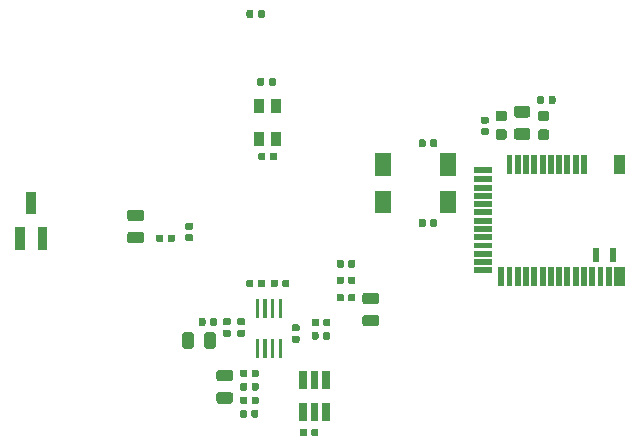
<source format=gbr>
%TF.GenerationSoftware,KiCad,Pcbnew,8.0.6*%
%TF.CreationDate,2024-11-12T13:07:58+05:30*%
%TF.ProjectId,SensePi_yashpal,53656e73-6550-4695-9f79-61736870616c,rev?*%
%TF.SameCoordinates,Original*%
%TF.FileFunction,Paste,Top*%
%TF.FilePolarity,Positive*%
%FSLAX46Y46*%
G04 Gerber Fmt 4.6, Leading zero omitted, Abs format (unit mm)*
G04 Created by KiCad (PCBNEW 8.0.6) date 2024-11-12 13:07:58*
%MOMM*%
%LPD*%
G01*
G04 APERTURE LIST*
%ADD10C,0.000000*%
G04 APERTURE END LIST*
D10*
G36*
X118400000Y-104450000D02*
G01*
X117600000Y-104450000D01*
X117600000Y-102550000D01*
X118400000Y-102550000D01*
X118400000Y-104450000D01*
G37*
G36*
X142176150Y-122616020D02*
G01*
X142178290Y-122616060D01*
X142180430Y-122616140D01*
X142182580Y-122616250D01*
X142184720Y-122616390D01*
X142186860Y-122616560D01*
X142188990Y-122616760D01*
X142191120Y-122617000D01*
X142193250Y-122617260D01*
X142195380Y-122617560D01*
X142197500Y-122617880D01*
X142199610Y-122618240D01*
X142201720Y-122618630D01*
X142203830Y-122619050D01*
X142205920Y-122619500D01*
X142208020Y-122619980D01*
X142210100Y-122620490D01*
X142212180Y-122621030D01*
X142214240Y-122621600D01*
X142216300Y-122622200D01*
X142218350Y-122622830D01*
X142220400Y-122623490D01*
X142222430Y-122624180D01*
X142224450Y-122624900D01*
X142226460Y-122625640D01*
X142228460Y-122626420D01*
X142230450Y-122627230D01*
X142232420Y-122628060D01*
X142234390Y-122628930D01*
X142236340Y-122629820D01*
X142238270Y-122630740D01*
X142240200Y-122631690D01*
X142242110Y-122632670D01*
X142244000Y-122633670D01*
X142245880Y-122634700D01*
X142247750Y-122635760D01*
X142249600Y-122636850D01*
X142251430Y-122637960D01*
X142253250Y-122639100D01*
X142255050Y-122640270D01*
X142256840Y-122641460D01*
X142258600Y-122642680D01*
X142260350Y-122643920D01*
X142262080Y-122645190D01*
X142263790Y-122646480D01*
X142265480Y-122647800D01*
X142267160Y-122649140D01*
X142268810Y-122650510D01*
X142270440Y-122651900D01*
X142272060Y-122653310D01*
X142273650Y-122654750D01*
X142275220Y-122656210D01*
X142276770Y-122657700D01*
X142278300Y-122659200D01*
X142279800Y-122660730D01*
X142281290Y-122662280D01*
X142282750Y-122663850D01*
X142284190Y-122665440D01*
X142285600Y-122667060D01*
X142286990Y-122668690D01*
X142288360Y-122670340D01*
X142289700Y-122672020D01*
X142291020Y-122673710D01*
X142292310Y-122675420D01*
X142293580Y-122677150D01*
X142294820Y-122678900D01*
X142296040Y-122680660D01*
X142297230Y-122682450D01*
X142298400Y-122684250D01*
X142299540Y-122686070D01*
X142300650Y-122687900D01*
X142301740Y-122689750D01*
X142302800Y-122691620D01*
X142303830Y-122693500D01*
X142304830Y-122695390D01*
X142305810Y-122697300D01*
X142306760Y-122699230D01*
X142307680Y-122701160D01*
X142308570Y-122703110D01*
X142309440Y-122705080D01*
X142310270Y-122707050D01*
X142311080Y-122709040D01*
X142311860Y-122711040D01*
X142312600Y-122713050D01*
X142313320Y-122715070D01*
X142314010Y-122717100D01*
X142314670Y-122719150D01*
X142315300Y-122721200D01*
X142315900Y-122723260D01*
X142316470Y-122725320D01*
X142317010Y-122727400D01*
X142317520Y-122729480D01*
X142318000Y-122731580D01*
X142318450Y-122733670D01*
X142318870Y-122735780D01*
X142319260Y-122737890D01*
X142319620Y-122740000D01*
X142319940Y-122742120D01*
X142320240Y-122744250D01*
X142320500Y-122746380D01*
X142320740Y-122748510D01*
X142320940Y-122750640D01*
X142321110Y-122752780D01*
X142321250Y-122754920D01*
X142321360Y-122757070D01*
X142321440Y-122759210D01*
X142321480Y-122761350D01*
X142321500Y-122763500D01*
X142321500Y-123108500D01*
X142321480Y-123110650D01*
X142321440Y-123112790D01*
X142321360Y-123114930D01*
X142321250Y-123117080D01*
X142321110Y-123119220D01*
X142320940Y-123121360D01*
X142320740Y-123123490D01*
X142320500Y-123125620D01*
X142320240Y-123127750D01*
X142319940Y-123129880D01*
X142319620Y-123132000D01*
X142319260Y-123134110D01*
X142318870Y-123136220D01*
X142318450Y-123138330D01*
X142318000Y-123140420D01*
X142317520Y-123142520D01*
X142317010Y-123144600D01*
X142316470Y-123146680D01*
X142315900Y-123148740D01*
X142315300Y-123150800D01*
X142314670Y-123152850D01*
X142314010Y-123154900D01*
X142313320Y-123156930D01*
X142312600Y-123158950D01*
X142311860Y-123160960D01*
X142311080Y-123162960D01*
X142310270Y-123164950D01*
X142309440Y-123166920D01*
X142308570Y-123168890D01*
X142307680Y-123170840D01*
X142306760Y-123172770D01*
X142305810Y-123174700D01*
X142304830Y-123176610D01*
X142303830Y-123178500D01*
X142302800Y-123180380D01*
X142301740Y-123182250D01*
X142300650Y-123184100D01*
X142299540Y-123185930D01*
X142298400Y-123187750D01*
X142297230Y-123189550D01*
X142296040Y-123191340D01*
X142294820Y-123193100D01*
X142293580Y-123194850D01*
X142292310Y-123196580D01*
X142291020Y-123198290D01*
X142289700Y-123199980D01*
X142288360Y-123201660D01*
X142286990Y-123203310D01*
X142285600Y-123204940D01*
X142284190Y-123206560D01*
X142282750Y-123208150D01*
X142281290Y-123209720D01*
X142279800Y-123211270D01*
X142278300Y-123212800D01*
X142276770Y-123214300D01*
X142275220Y-123215790D01*
X142273650Y-123217250D01*
X142272060Y-123218690D01*
X142270440Y-123220100D01*
X142268810Y-123221490D01*
X142267160Y-123222860D01*
X142265480Y-123224200D01*
X142263790Y-123225520D01*
X142262080Y-123226810D01*
X142260350Y-123228080D01*
X142258600Y-123229320D01*
X142256840Y-123230540D01*
X142255050Y-123231730D01*
X142253250Y-123232900D01*
X142251430Y-123234040D01*
X142249600Y-123235150D01*
X142247750Y-123236240D01*
X142245880Y-123237300D01*
X142244000Y-123238330D01*
X142242110Y-123239330D01*
X142240200Y-123240310D01*
X142238270Y-123241260D01*
X142236340Y-123242180D01*
X142234390Y-123243070D01*
X142232420Y-123243940D01*
X142230450Y-123244770D01*
X142228460Y-123245580D01*
X142226460Y-123246360D01*
X142224450Y-123247100D01*
X142222430Y-123247820D01*
X142220400Y-123248510D01*
X142218350Y-123249170D01*
X142216300Y-123249800D01*
X142214240Y-123250400D01*
X142212180Y-123250970D01*
X142210100Y-123251510D01*
X142208020Y-123252020D01*
X142205920Y-123252500D01*
X142203830Y-123252950D01*
X142201720Y-123253370D01*
X142199610Y-123253760D01*
X142197500Y-123254120D01*
X142195380Y-123254440D01*
X142193250Y-123254740D01*
X142191120Y-123255000D01*
X142188990Y-123255240D01*
X142186860Y-123255440D01*
X142184720Y-123255610D01*
X142182580Y-123255750D01*
X142180430Y-123255860D01*
X142178290Y-123255940D01*
X142176150Y-123255980D01*
X142174000Y-123256000D01*
X141879000Y-123256000D01*
X141876850Y-123255980D01*
X141874710Y-123255940D01*
X141872570Y-123255860D01*
X141870420Y-123255750D01*
X141868280Y-123255610D01*
X141866140Y-123255440D01*
X141864010Y-123255240D01*
X141861880Y-123255000D01*
X141859750Y-123254740D01*
X141857620Y-123254440D01*
X141855500Y-123254120D01*
X141853390Y-123253760D01*
X141851280Y-123253370D01*
X141849170Y-123252950D01*
X141847080Y-123252500D01*
X141844980Y-123252020D01*
X141842900Y-123251510D01*
X141840820Y-123250970D01*
X141838760Y-123250400D01*
X141836700Y-123249800D01*
X141834650Y-123249170D01*
X141832600Y-123248510D01*
X141830570Y-123247820D01*
X141828550Y-123247100D01*
X141826540Y-123246360D01*
X141824540Y-123245580D01*
X141822550Y-123244770D01*
X141820580Y-123243940D01*
X141818610Y-123243070D01*
X141816660Y-123242180D01*
X141814730Y-123241260D01*
X141812800Y-123240310D01*
X141810890Y-123239330D01*
X141809000Y-123238330D01*
X141807120Y-123237300D01*
X141805250Y-123236240D01*
X141803400Y-123235150D01*
X141801570Y-123234040D01*
X141799750Y-123232900D01*
X141797950Y-123231730D01*
X141796160Y-123230540D01*
X141794400Y-123229320D01*
X141792650Y-123228080D01*
X141790920Y-123226810D01*
X141789210Y-123225520D01*
X141787520Y-123224200D01*
X141785840Y-123222860D01*
X141784190Y-123221490D01*
X141782560Y-123220100D01*
X141780940Y-123218690D01*
X141779350Y-123217250D01*
X141777780Y-123215790D01*
X141776230Y-123214300D01*
X141774700Y-123212800D01*
X141773200Y-123211270D01*
X141771710Y-123209720D01*
X141770250Y-123208150D01*
X141768810Y-123206560D01*
X141767400Y-123204940D01*
X141766010Y-123203310D01*
X141764640Y-123201660D01*
X141763300Y-123199980D01*
X141761980Y-123198290D01*
X141760690Y-123196580D01*
X141759420Y-123194850D01*
X141758180Y-123193100D01*
X141756960Y-123191340D01*
X141755770Y-123189550D01*
X141754600Y-123187750D01*
X141753460Y-123185930D01*
X141752350Y-123184100D01*
X141751260Y-123182250D01*
X141750200Y-123180380D01*
X141749170Y-123178500D01*
X141748170Y-123176610D01*
X141747190Y-123174700D01*
X141746240Y-123172770D01*
X141745320Y-123170840D01*
X141744430Y-123168890D01*
X141743560Y-123166920D01*
X141742730Y-123164950D01*
X141741920Y-123162960D01*
X141741140Y-123160960D01*
X141740400Y-123158950D01*
X141739680Y-123156930D01*
X141738990Y-123154900D01*
X141738330Y-123152850D01*
X141737700Y-123150800D01*
X141737100Y-123148740D01*
X141736530Y-123146680D01*
X141735990Y-123144600D01*
X141735480Y-123142520D01*
X141735000Y-123140420D01*
X141734550Y-123138330D01*
X141734130Y-123136220D01*
X141733740Y-123134110D01*
X141733380Y-123132000D01*
X141733060Y-123129880D01*
X141732760Y-123127750D01*
X141732500Y-123125620D01*
X141732260Y-123123490D01*
X141732060Y-123121360D01*
X141731890Y-123119220D01*
X141731750Y-123117080D01*
X141731640Y-123114930D01*
X141731560Y-123112790D01*
X141731520Y-123110650D01*
X141731500Y-123108500D01*
X141731500Y-122763500D01*
X141731520Y-122761350D01*
X141731560Y-122759210D01*
X141731640Y-122757070D01*
X141731750Y-122754920D01*
X141731890Y-122752780D01*
X141732060Y-122750640D01*
X141732260Y-122748510D01*
X141732500Y-122746380D01*
X141732760Y-122744250D01*
X141733060Y-122742120D01*
X141733380Y-122740000D01*
X141733740Y-122737890D01*
X141734130Y-122735780D01*
X141734550Y-122733670D01*
X141735000Y-122731580D01*
X141735480Y-122729480D01*
X141735990Y-122727400D01*
X141736530Y-122725320D01*
X141737100Y-122723260D01*
X141737700Y-122721200D01*
X141738330Y-122719150D01*
X141738990Y-122717100D01*
X141739680Y-122715070D01*
X141740400Y-122713050D01*
X141741140Y-122711040D01*
X141741920Y-122709040D01*
X141742730Y-122707050D01*
X141743560Y-122705080D01*
X141744430Y-122703110D01*
X141745320Y-122701160D01*
X141746240Y-122699230D01*
X141747190Y-122697300D01*
X141748170Y-122695390D01*
X141749170Y-122693500D01*
X141750200Y-122691620D01*
X141751260Y-122689750D01*
X141752350Y-122687900D01*
X141753460Y-122686070D01*
X141754600Y-122684250D01*
X141755770Y-122682450D01*
X141756960Y-122680660D01*
X141758180Y-122678900D01*
X141759420Y-122677150D01*
X141760690Y-122675420D01*
X141761980Y-122673710D01*
X141763300Y-122672020D01*
X141764640Y-122670340D01*
X141766010Y-122668690D01*
X141767400Y-122667060D01*
X141768810Y-122665440D01*
X141770250Y-122663850D01*
X141771710Y-122662280D01*
X141773200Y-122660730D01*
X141774700Y-122659200D01*
X141776230Y-122657700D01*
X141777780Y-122656210D01*
X141779350Y-122654750D01*
X141780940Y-122653310D01*
X141782560Y-122651900D01*
X141784190Y-122650510D01*
X141785840Y-122649140D01*
X141787520Y-122647800D01*
X141789210Y-122646480D01*
X141790920Y-122645190D01*
X141792650Y-122643920D01*
X141794400Y-122642680D01*
X141796160Y-122641460D01*
X141797950Y-122640270D01*
X141799750Y-122639100D01*
X141801570Y-122637960D01*
X141803400Y-122636850D01*
X141805250Y-122635760D01*
X141807120Y-122634700D01*
X141809000Y-122633670D01*
X141810890Y-122632670D01*
X141812800Y-122631690D01*
X141814730Y-122630740D01*
X141816660Y-122629820D01*
X141818610Y-122628930D01*
X141820580Y-122628060D01*
X141822550Y-122627230D01*
X141824540Y-122626420D01*
X141826540Y-122625640D01*
X141828550Y-122624900D01*
X141830570Y-122624180D01*
X141832600Y-122623490D01*
X141834650Y-122622830D01*
X141836700Y-122622200D01*
X141838760Y-122621600D01*
X141840820Y-122621030D01*
X141842900Y-122620490D01*
X141844980Y-122619980D01*
X141847080Y-122619500D01*
X141849170Y-122619050D01*
X141851280Y-122618630D01*
X141853390Y-122618240D01*
X141855500Y-122617880D01*
X141857620Y-122617560D01*
X141859750Y-122617260D01*
X141861880Y-122617000D01*
X141864010Y-122616760D01*
X141866140Y-122616560D01*
X141868280Y-122616390D01*
X141870420Y-122616250D01*
X141872570Y-122616140D01*
X141874710Y-122616060D01*
X141876850Y-122616020D01*
X141879000Y-122616000D01*
X142174000Y-122616000D01*
X142176150Y-122616020D01*
G37*
G36*
X167500000Y-108500000D02*
G01*
X167000000Y-108500000D01*
X167000000Y-107300000D01*
X167500000Y-107300000D01*
X167500000Y-108500000D01*
G37*
G36*
X152219490Y-98117720D02*
G01*
X152221670Y-98117760D01*
X152223860Y-98117850D01*
X152226040Y-98117960D01*
X152228220Y-98118100D01*
X152230400Y-98118280D01*
X152232570Y-98118490D01*
X152234750Y-98118740D01*
X152236910Y-98119010D01*
X152239080Y-98119320D01*
X152241240Y-98119660D01*
X152243390Y-98120030D01*
X152245540Y-98120430D01*
X152247680Y-98120860D01*
X152249820Y-98121330D01*
X152251950Y-98121830D01*
X152254070Y-98122360D01*
X152256180Y-98122920D01*
X152258280Y-98123510D01*
X152260380Y-98124130D01*
X152262460Y-98124780D01*
X152264540Y-98125470D01*
X152266610Y-98126180D01*
X152268660Y-98126930D01*
X152270700Y-98127710D01*
X152272730Y-98128510D01*
X152274750Y-98129350D01*
X152276760Y-98130220D01*
X152278750Y-98131110D01*
X152280730Y-98132040D01*
X152282700Y-98132990D01*
X152284650Y-98133980D01*
X152286590Y-98134990D01*
X152288510Y-98136030D01*
X152290420Y-98137100D01*
X152292310Y-98138200D01*
X152294180Y-98139320D01*
X152296040Y-98140470D01*
X152297880Y-98141660D01*
X152299700Y-98142860D01*
X152301500Y-98144100D01*
X152303290Y-98145360D01*
X152305060Y-98146650D01*
X152306800Y-98147960D01*
X152308530Y-98149300D01*
X152310240Y-98150660D01*
X152311920Y-98152050D01*
X152313590Y-98153470D01*
X152315240Y-98154910D01*
X152316860Y-98156370D01*
X152318460Y-98157860D01*
X152320040Y-98159370D01*
X152321600Y-98160900D01*
X152323130Y-98162460D01*
X152324640Y-98164040D01*
X152326130Y-98165640D01*
X152327590Y-98167260D01*
X152329030Y-98168910D01*
X152330450Y-98170580D01*
X152331840Y-98172260D01*
X152333200Y-98173970D01*
X152334540Y-98175700D01*
X152335850Y-98177440D01*
X152337140Y-98179210D01*
X152338400Y-98181000D01*
X152339640Y-98182800D01*
X152340840Y-98184620D01*
X152342030Y-98186460D01*
X152343180Y-98188320D01*
X152344300Y-98190190D01*
X152345400Y-98192080D01*
X152346470Y-98193990D01*
X152347510Y-98195910D01*
X152348520Y-98197850D01*
X152349510Y-98199800D01*
X152350460Y-98201770D01*
X152351390Y-98203750D01*
X152352280Y-98205740D01*
X152353150Y-98207750D01*
X152353990Y-98209770D01*
X152354790Y-98211800D01*
X152355570Y-98213840D01*
X152356320Y-98215890D01*
X152357030Y-98217960D01*
X152357720Y-98220040D01*
X152358370Y-98222120D01*
X152358990Y-98224220D01*
X152359580Y-98226320D01*
X152360140Y-98228430D01*
X152360670Y-98230550D01*
X152361170Y-98232680D01*
X152361640Y-98234820D01*
X152362070Y-98236960D01*
X152362470Y-98239110D01*
X152362840Y-98241260D01*
X152363180Y-98243420D01*
X152363490Y-98245590D01*
X152363760Y-98247750D01*
X152364010Y-98249930D01*
X152364220Y-98252100D01*
X152364400Y-98254280D01*
X152364540Y-98256460D01*
X152364650Y-98258640D01*
X152364740Y-98260830D01*
X152364780Y-98263010D01*
X152364800Y-98265200D01*
X152364800Y-98610200D01*
X152364780Y-98612390D01*
X152364740Y-98614570D01*
X152364650Y-98616760D01*
X152364540Y-98618940D01*
X152364400Y-98621120D01*
X152364220Y-98623300D01*
X152364010Y-98625470D01*
X152363760Y-98627650D01*
X152363490Y-98629810D01*
X152363180Y-98631980D01*
X152362840Y-98634140D01*
X152362470Y-98636290D01*
X152362070Y-98638440D01*
X152361640Y-98640580D01*
X152361170Y-98642720D01*
X152360670Y-98644850D01*
X152360140Y-98646970D01*
X152359580Y-98649080D01*
X152358990Y-98651180D01*
X152358370Y-98653280D01*
X152357720Y-98655360D01*
X152357030Y-98657440D01*
X152356320Y-98659510D01*
X152355570Y-98661560D01*
X152354790Y-98663600D01*
X152353990Y-98665630D01*
X152353150Y-98667650D01*
X152352280Y-98669660D01*
X152351390Y-98671650D01*
X152350460Y-98673630D01*
X152349510Y-98675600D01*
X152348520Y-98677550D01*
X152347510Y-98679490D01*
X152346470Y-98681410D01*
X152345400Y-98683320D01*
X152344300Y-98685210D01*
X152343180Y-98687080D01*
X152342030Y-98688940D01*
X152340840Y-98690780D01*
X152339640Y-98692600D01*
X152338400Y-98694400D01*
X152337140Y-98696190D01*
X152335850Y-98697960D01*
X152334540Y-98699700D01*
X152333200Y-98701430D01*
X152331840Y-98703140D01*
X152330450Y-98704820D01*
X152329030Y-98706490D01*
X152327590Y-98708140D01*
X152326130Y-98709760D01*
X152324640Y-98711360D01*
X152323130Y-98712940D01*
X152321600Y-98714500D01*
X152320040Y-98716030D01*
X152318460Y-98717540D01*
X152316860Y-98719030D01*
X152315240Y-98720490D01*
X152313590Y-98721930D01*
X152311920Y-98723350D01*
X152310240Y-98724740D01*
X152308530Y-98726100D01*
X152306800Y-98727440D01*
X152305060Y-98728750D01*
X152303290Y-98730040D01*
X152301500Y-98731300D01*
X152299700Y-98732540D01*
X152297880Y-98733740D01*
X152296040Y-98734930D01*
X152294180Y-98736080D01*
X152292310Y-98737200D01*
X152290420Y-98738300D01*
X152288510Y-98739370D01*
X152286590Y-98740410D01*
X152284650Y-98741420D01*
X152282700Y-98742410D01*
X152280730Y-98743360D01*
X152278750Y-98744290D01*
X152276760Y-98745180D01*
X152274750Y-98746050D01*
X152272730Y-98746890D01*
X152270700Y-98747690D01*
X152268660Y-98748470D01*
X152266610Y-98749220D01*
X152264540Y-98749930D01*
X152262460Y-98750620D01*
X152260380Y-98751270D01*
X152258280Y-98751890D01*
X152256180Y-98752480D01*
X152254070Y-98753040D01*
X152251950Y-98753570D01*
X152249820Y-98754070D01*
X152247680Y-98754540D01*
X152245540Y-98754970D01*
X152243390Y-98755370D01*
X152241240Y-98755740D01*
X152239080Y-98756080D01*
X152236910Y-98756390D01*
X152234750Y-98756660D01*
X152232570Y-98756910D01*
X152230400Y-98757120D01*
X152228220Y-98757300D01*
X152226040Y-98757440D01*
X152223860Y-98757550D01*
X152221670Y-98757640D01*
X152219490Y-98757680D01*
X152217300Y-98757700D01*
X151922300Y-98757700D01*
X151920110Y-98757680D01*
X151917930Y-98757640D01*
X151915740Y-98757550D01*
X151913560Y-98757440D01*
X151911380Y-98757300D01*
X151909200Y-98757120D01*
X151907030Y-98756910D01*
X151904850Y-98756660D01*
X151902690Y-98756390D01*
X151900520Y-98756080D01*
X151898360Y-98755740D01*
X151896210Y-98755370D01*
X151894060Y-98754970D01*
X151891920Y-98754540D01*
X151889780Y-98754070D01*
X151887650Y-98753570D01*
X151885530Y-98753040D01*
X151883420Y-98752480D01*
X151881320Y-98751890D01*
X151879220Y-98751270D01*
X151877140Y-98750620D01*
X151875060Y-98749930D01*
X151872990Y-98749220D01*
X151870940Y-98748470D01*
X151868900Y-98747690D01*
X151866870Y-98746890D01*
X151864850Y-98746050D01*
X151862840Y-98745180D01*
X151860850Y-98744290D01*
X151858870Y-98743360D01*
X151856900Y-98742410D01*
X151854950Y-98741420D01*
X151853010Y-98740410D01*
X151851090Y-98739370D01*
X151849180Y-98738300D01*
X151847290Y-98737200D01*
X151845420Y-98736080D01*
X151843560Y-98734930D01*
X151841720Y-98733740D01*
X151839900Y-98732540D01*
X151838100Y-98731300D01*
X151836310Y-98730040D01*
X151834540Y-98728750D01*
X151832800Y-98727440D01*
X151831070Y-98726100D01*
X151829360Y-98724740D01*
X151827680Y-98723350D01*
X151826010Y-98721930D01*
X151824360Y-98720490D01*
X151822740Y-98719030D01*
X151821140Y-98717540D01*
X151819560Y-98716030D01*
X151818000Y-98714500D01*
X151816470Y-98712940D01*
X151814960Y-98711360D01*
X151813470Y-98709760D01*
X151812010Y-98708140D01*
X151810570Y-98706490D01*
X151809150Y-98704820D01*
X151807760Y-98703140D01*
X151806400Y-98701430D01*
X151805060Y-98699700D01*
X151803750Y-98697960D01*
X151802460Y-98696190D01*
X151801200Y-98694400D01*
X151799960Y-98692600D01*
X151798760Y-98690780D01*
X151797570Y-98688940D01*
X151796420Y-98687080D01*
X151795300Y-98685210D01*
X151794200Y-98683320D01*
X151793130Y-98681410D01*
X151792090Y-98679490D01*
X151791080Y-98677550D01*
X151790090Y-98675600D01*
X151789140Y-98673630D01*
X151788210Y-98671650D01*
X151787320Y-98669660D01*
X151786450Y-98667650D01*
X151785610Y-98665630D01*
X151784810Y-98663600D01*
X151784030Y-98661560D01*
X151783280Y-98659510D01*
X151782570Y-98657440D01*
X151781880Y-98655360D01*
X151781230Y-98653280D01*
X151780610Y-98651180D01*
X151780020Y-98649080D01*
X151779460Y-98646970D01*
X151778930Y-98644850D01*
X151778430Y-98642720D01*
X151777960Y-98640580D01*
X151777530Y-98638440D01*
X151777130Y-98636290D01*
X151776760Y-98634140D01*
X151776420Y-98631980D01*
X151776110Y-98629810D01*
X151775840Y-98627650D01*
X151775590Y-98625470D01*
X151775380Y-98623300D01*
X151775200Y-98621120D01*
X151775060Y-98618940D01*
X151774950Y-98616760D01*
X151774860Y-98614570D01*
X151774820Y-98612390D01*
X151774800Y-98610200D01*
X151774800Y-98265200D01*
X151774820Y-98263010D01*
X151774860Y-98260830D01*
X151774950Y-98258640D01*
X151775060Y-98256460D01*
X151775200Y-98254280D01*
X151775380Y-98252100D01*
X151775590Y-98249930D01*
X151775840Y-98247750D01*
X151776110Y-98245590D01*
X151776420Y-98243420D01*
X151776760Y-98241260D01*
X151777130Y-98239110D01*
X151777530Y-98236960D01*
X151777960Y-98234820D01*
X151778430Y-98232680D01*
X151778930Y-98230550D01*
X151779460Y-98228430D01*
X151780020Y-98226320D01*
X151780610Y-98224220D01*
X151781230Y-98222120D01*
X151781880Y-98220040D01*
X151782570Y-98217960D01*
X151783280Y-98215890D01*
X151784030Y-98213840D01*
X151784810Y-98211800D01*
X151785610Y-98209770D01*
X151786450Y-98207750D01*
X151787320Y-98205740D01*
X151788210Y-98203750D01*
X151789140Y-98201770D01*
X151790090Y-98199800D01*
X151791080Y-98197850D01*
X151792090Y-98195910D01*
X151793130Y-98193990D01*
X151794200Y-98192080D01*
X151795300Y-98190190D01*
X151796420Y-98188320D01*
X151797570Y-98186460D01*
X151798760Y-98184620D01*
X151799960Y-98182800D01*
X151801200Y-98181000D01*
X151802460Y-98179210D01*
X151803750Y-98177440D01*
X151805060Y-98175700D01*
X151806400Y-98173970D01*
X151807760Y-98172260D01*
X151809150Y-98170580D01*
X151810570Y-98168910D01*
X151812010Y-98167260D01*
X151813470Y-98165640D01*
X151814960Y-98164040D01*
X151816470Y-98162460D01*
X151818000Y-98160900D01*
X151819560Y-98159370D01*
X151821140Y-98157860D01*
X151822740Y-98156370D01*
X151824360Y-98154910D01*
X151826010Y-98153470D01*
X151827680Y-98152050D01*
X151829360Y-98150660D01*
X151831070Y-98149300D01*
X151832800Y-98147960D01*
X151834540Y-98146650D01*
X151836310Y-98145360D01*
X151838100Y-98144100D01*
X151839900Y-98142860D01*
X151841720Y-98141660D01*
X151843560Y-98140470D01*
X151845420Y-98139320D01*
X151847290Y-98138200D01*
X151849180Y-98137100D01*
X151851090Y-98136030D01*
X151853010Y-98134990D01*
X151854950Y-98133980D01*
X151856900Y-98132990D01*
X151858870Y-98132040D01*
X151860850Y-98131110D01*
X151862840Y-98130220D01*
X151864850Y-98129350D01*
X151866870Y-98128510D01*
X151868900Y-98127710D01*
X151870940Y-98126930D01*
X151872990Y-98126180D01*
X151875060Y-98125470D01*
X151877140Y-98124780D01*
X151879220Y-98124130D01*
X151881320Y-98123510D01*
X151883420Y-98122920D01*
X151885530Y-98122360D01*
X151887650Y-98121830D01*
X151889780Y-98121330D01*
X151891920Y-98120860D01*
X151894060Y-98120430D01*
X151896210Y-98120030D01*
X151898360Y-98119660D01*
X151900520Y-98119320D01*
X151902690Y-98119010D01*
X151904850Y-98118740D01*
X151907030Y-98118490D01*
X151909200Y-98118280D01*
X151911380Y-98118100D01*
X151913560Y-98117960D01*
X151915740Y-98117850D01*
X151917930Y-98117760D01*
X151920110Y-98117720D01*
X151922300Y-98117700D01*
X152217300Y-98117700D01*
X152219490Y-98117720D01*
G37*
G36*
X136672420Y-87183020D02*
G01*
X136674730Y-87183070D01*
X136677050Y-87183160D01*
X136679360Y-87183290D01*
X136681670Y-87183450D01*
X136683980Y-87183650D01*
X136686290Y-87183890D01*
X136688590Y-87184160D01*
X136690880Y-87184470D01*
X136693170Y-87184820D01*
X136695460Y-87185200D01*
X136697740Y-87185610D01*
X136700010Y-87186060D01*
X136702280Y-87186550D01*
X136704530Y-87187080D01*
X136706780Y-87187630D01*
X136709020Y-87188230D01*
X136711250Y-87188860D01*
X136713470Y-87189520D01*
X136715680Y-87190220D01*
X136717880Y-87190950D01*
X136720060Y-87191720D01*
X136722240Y-87192520D01*
X136724400Y-87193360D01*
X136726550Y-87194230D01*
X136728680Y-87195130D01*
X136730800Y-87196070D01*
X136732900Y-87197040D01*
X136734990Y-87198040D01*
X136737060Y-87199080D01*
X136739120Y-87200140D01*
X136741160Y-87201240D01*
X136743180Y-87202380D01*
X136745180Y-87203540D01*
X136747170Y-87204740D01*
X136749130Y-87205960D01*
X136751080Y-87207220D01*
X136753010Y-87208510D01*
X136754910Y-87209820D01*
X136756800Y-87211170D01*
X136758660Y-87212550D01*
X136760500Y-87213950D01*
X136762320Y-87215390D01*
X136764120Y-87216850D01*
X136765890Y-87218340D01*
X136767640Y-87219860D01*
X136769370Y-87221400D01*
X136771070Y-87222980D01*
X136772750Y-87224580D01*
X136774400Y-87226200D01*
X136776020Y-87227850D01*
X136777620Y-87229530D01*
X136779200Y-87231230D01*
X136780740Y-87232960D01*
X136782260Y-87234710D01*
X136783750Y-87236480D01*
X136785210Y-87238280D01*
X136786650Y-87240100D01*
X136788050Y-87241940D01*
X136789430Y-87243800D01*
X136790780Y-87245690D01*
X136792090Y-87247590D01*
X136793380Y-87249520D01*
X136794640Y-87251470D01*
X136795860Y-87253430D01*
X136797060Y-87255420D01*
X136798220Y-87257420D01*
X136799360Y-87259440D01*
X136800460Y-87261480D01*
X136801520Y-87263540D01*
X136802560Y-87265610D01*
X136803560Y-87267700D01*
X136804530Y-87269800D01*
X136805470Y-87271920D01*
X136806370Y-87274050D01*
X136807240Y-87276200D01*
X136808080Y-87278360D01*
X136808880Y-87280540D01*
X136809650Y-87282720D01*
X136810380Y-87284920D01*
X136811080Y-87287130D01*
X136811740Y-87289350D01*
X136812370Y-87291580D01*
X136812970Y-87293820D01*
X136813520Y-87296070D01*
X136814050Y-87298320D01*
X136814540Y-87300590D01*
X136814990Y-87302860D01*
X136815400Y-87305140D01*
X136815780Y-87307430D01*
X136816130Y-87309720D01*
X136816440Y-87312010D01*
X136816710Y-87314310D01*
X136816950Y-87316620D01*
X136817150Y-87318930D01*
X136817310Y-87321240D01*
X136817440Y-87323550D01*
X136817530Y-87325870D01*
X136817580Y-87328180D01*
X136817600Y-87330500D01*
X136817600Y-87675500D01*
X136817580Y-87677820D01*
X136817530Y-87680130D01*
X136817440Y-87682450D01*
X136817310Y-87684760D01*
X136817150Y-87687070D01*
X136816950Y-87689380D01*
X136816710Y-87691690D01*
X136816440Y-87693990D01*
X136816130Y-87696280D01*
X136815780Y-87698570D01*
X136815400Y-87700860D01*
X136814990Y-87703140D01*
X136814540Y-87705410D01*
X136814050Y-87707680D01*
X136813520Y-87709930D01*
X136812970Y-87712180D01*
X136812370Y-87714420D01*
X136811740Y-87716650D01*
X136811080Y-87718870D01*
X136810380Y-87721080D01*
X136809650Y-87723280D01*
X136808880Y-87725460D01*
X136808080Y-87727640D01*
X136807240Y-87729800D01*
X136806370Y-87731950D01*
X136805470Y-87734080D01*
X136804530Y-87736200D01*
X136803560Y-87738300D01*
X136802560Y-87740390D01*
X136801520Y-87742460D01*
X136800460Y-87744520D01*
X136799360Y-87746560D01*
X136798220Y-87748580D01*
X136797060Y-87750580D01*
X136795860Y-87752570D01*
X136794640Y-87754530D01*
X136793380Y-87756480D01*
X136792090Y-87758410D01*
X136790780Y-87760310D01*
X136789430Y-87762200D01*
X136788050Y-87764060D01*
X136786650Y-87765900D01*
X136785210Y-87767720D01*
X136783750Y-87769520D01*
X136782260Y-87771290D01*
X136780740Y-87773040D01*
X136779200Y-87774770D01*
X136777620Y-87776470D01*
X136776020Y-87778150D01*
X136774400Y-87779800D01*
X136772750Y-87781420D01*
X136771070Y-87783020D01*
X136769370Y-87784600D01*
X136767640Y-87786140D01*
X136765890Y-87787660D01*
X136764120Y-87789150D01*
X136762320Y-87790610D01*
X136760500Y-87792050D01*
X136758660Y-87793450D01*
X136756800Y-87794830D01*
X136754910Y-87796180D01*
X136753010Y-87797490D01*
X136751080Y-87798780D01*
X136749130Y-87800040D01*
X136747170Y-87801260D01*
X136745180Y-87802460D01*
X136743180Y-87803620D01*
X136741160Y-87804760D01*
X136739120Y-87805860D01*
X136737060Y-87806920D01*
X136734990Y-87807960D01*
X136732900Y-87808960D01*
X136730800Y-87809930D01*
X136728680Y-87810870D01*
X136726550Y-87811770D01*
X136724400Y-87812640D01*
X136722240Y-87813480D01*
X136720060Y-87814280D01*
X136717880Y-87815050D01*
X136715680Y-87815780D01*
X136713470Y-87816480D01*
X136711250Y-87817140D01*
X136709020Y-87817770D01*
X136706780Y-87818370D01*
X136704530Y-87818920D01*
X136702280Y-87819450D01*
X136700010Y-87819940D01*
X136697740Y-87820390D01*
X136695460Y-87820800D01*
X136693170Y-87821180D01*
X136690880Y-87821530D01*
X136688590Y-87821840D01*
X136686290Y-87822110D01*
X136683980Y-87822350D01*
X136681670Y-87822550D01*
X136679360Y-87822710D01*
X136677050Y-87822840D01*
X136674730Y-87822930D01*
X136672420Y-87822980D01*
X136670100Y-87823000D01*
X136375100Y-87823000D01*
X136372780Y-87822980D01*
X136370470Y-87822930D01*
X136368150Y-87822840D01*
X136365840Y-87822710D01*
X136363530Y-87822550D01*
X136361220Y-87822350D01*
X136358910Y-87822110D01*
X136356610Y-87821840D01*
X136354320Y-87821530D01*
X136352030Y-87821180D01*
X136349740Y-87820800D01*
X136347460Y-87820390D01*
X136345190Y-87819940D01*
X136342920Y-87819450D01*
X136340670Y-87818920D01*
X136338420Y-87818370D01*
X136336180Y-87817770D01*
X136333950Y-87817140D01*
X136331730Y-87816480D01*
X136329520Y-87815780D01*
X136327320Y-87815050D01*
X136325140Y-87814280D01*
X136322960Y-87813480D01*
X136320800Y-87812640D01*
X136318650Y-87811770D01*
X136316520Y-87810870D01*
X136314400Y-87809930D01*
X136312300Y-87808960D01*
X136310210Y-87807960D01*
X136308140Y-87806920D01*
X136306080Y-87805860D01*
X136304040Y-87804760D01*
X136302020Y-87803620D01*
X136300020Y-87802460D01*
X136298030Y-87801260D01*
X136296070Y-87800040D01*
X136294120Y-87798780D01*
X136292190Y-87797490D01*
X136290290Y-87796180D01*
X136288400Y-87794830D01*
X136286540Y-87793450D01*
X136284700Y-87792050D01*
X136282880Y-87790610D01*
X136281080Y-87789150D01*
X136279310Y-87787660D01*
X136277560Y-87786140D01*
X136275830Y-87784600D01*
X136274130Y-87783020D01*
X136272450Y-87781420D01*
X136270800Y-87779800D01*
X136269180Y-87778150D01*
X136267580Y-87776470D01*
X136266000Y-87774770D01*
X136264460Y-87773040D01*
X136262940Y-87771290D01*
X136261450Y-87769520D01*
X136259990Y-87767720D01*
X136258550Y-87765900D01*
X136257150Y-87764060D01*
X136255770Y-87762200D01*
X136254420Y-87760310D01*
X136253110Y-87758410D01*
X136251820Y-87756480D01*
X136250560Y-87754530D01*
X136249340Y-87752570D01*
X136248140Y-87750580D01*
X136246980Y-87748580D01*
X136245840Y-87746560D01*
X136244740Y-87744520D01*
X136243680Y-87742460D01*
X136242640Y-87740390D01*
X136241640Y-87738300D01*
X136240670Y-87736200D01*
X136239730Y-87734080D01*
X136238830Y-87731950D01*
X136237960Y-87729800D01*
X136237120Y-87727640D01*
X136236320Y-87725460D01*
X136235550Y-87723280D01*
X136234820Y-87721080D01*
X136234120Y-87718870D01*
X136233460Y-87716650D01*
X136232830Y-87714420D01*
X136232230Y-87712180D01*
X136231680Y-87709930D01*
X136231150Y-87707680D01*
X136230660Y-87705410D01*
X136230210Y-87703140D01*
X136229800Y-87700860D01*
X136229420Y-87698570D01*
X136229070Y-87696280D01*
X136228760Y-87693990D01*
X136228490Y-87691690D01*
X136228250Y-87689380D01*
X136228050Y-87687070D01*
X136227890Y-87684760D01*
X136227760Y-87682450D01*
X136227670Y-87680130D01*
X136227620Y-87677820D01*
X136227600Y-87675500D01*
X136227600Y-87330500D01*
X136227620Y-87328180D01*
X136227670Y-87325870D01*
X136227760Y-87323550D01*
X136227890Y-87321240D01*
X136228050Y-87318930D01*
X136228250Y-87316620D01*
X136228490Y-87314310D01*
X136228760Y-87312010D01*
X136229070Y-87309720D01*
X136229420Y-87307430D01*
X136229800Y-87305140D01*
X136230210Y-87302860D01*
X136230660Y-87300590D01*
X136231150Y-87298320D01*
X136231680Y-87296070D01*
X136232230Y-87293820D01*
X136232830Y-87291580D01*
X136233460Y-87289350D01*
X136234120Y-87287130D01*
X136234820Y-87284920D01*
X136235550Y-87282720D01*
X136236320Y-87280540D01*
X136237120Y-87278360D01*
X136237960Y-87276200D01*
X136238830Y-87274050D01*
X136239730Y-87271920D01*
X136240670Y-87269800D01*
X136241640Y-87267700D01*
X136242640Y-87265610D01*
X136243680Y-87263540D01*
X136244740Y-87261480D01*
X136245840Y-87259440D01*
X136246980Y-87257420D01*
X136248140Y-87255420D01*
X136249340Y-87253430D01*
X136250560Y-87251470D01*
X136251820Y-87249520D01*
X136253110Y-87247590D01*
X136254420Y-87245690D01*
X136255770Y-87243800D01*
X136257150Y-87241940D01*
X136258550Y-87240100D01*
X136259990Y-87238280D01*
X136261450Y-87236480D01*
X136262940Y-87234710D01*
X136264460Y-87232960D01*
X136266000Y-87231230D01*
X136267580Y-87229530D01*
X136269180Y-87227850D01*
X136270800Y-87226200D01*
X136272450Y-87224580D01*
X136274130Y-87222980D01*
X136275830Y-87221400D01*
X136277560Y-87219860D01*
X136279310Y-87218340D01*
X136281080Y-87216850D01*
X136282880Y-87215390D01*
X136284700Y-87213950D01*
X136286540Y-87212550D01*
X136288400Y-87211170D01*
X136290290Y-87209820D01*
X136292190Y-87208510D01*
X136294120Y-87207220D01*
X136296070Y-87205960D01*
X136298030Y-87204740D01*
X136300020Y-87203540D01*
X136302020Y-87202380D01*
X136304040Y-87201240D01*
X136306080Y-87200140D01*
X136308140Y-87199080D01*
X136310210Y-87198040D01*
X136312300Y-87197040D01*
X136314400Y-87196070D01*
X136316520Y-87195130D01*
X136318650Y-87194230D01*
X136320800Y-87193360D01*
X136322960Y-87192520D01*
X136325140Y-87191720D01*
X136327320Y-87190950D01*
X136329520Y-87190220D01*
X136331730Y-87189520D01*
X136333950Y-87188860D01*
X136336180Y-87188230D01*
X136338420Y-87187630D01*
X136340670Y-87187080D01*
X136342920Y-87186550D01*
X136345190Y-87186060D01*
X136347460Y-87185610D01*
X136349740Y-87185200D01*
X136352030Y-87184820D01*
X136354320Y-87184470D01*
X136356610Y-87184160D01*
X136358910Y-87183890D01*
X136361220Y-87183650D01*
X136363530Y-87183450D01*
X136365840Y-87183290D01*
X136368150Y-87183160D01*
X136370470Y-87183070D01*
X136372780Y-87183020D01*
X136375100Y-87183000D01*
X136670100Y-87183000D01*
X136672420Y-87183020D01*
G37*
G36*
X140573190Y-114744020D02*
G01*
X140575370Y-114744060D01*
X140577560Y-114744150D01*
X140579740Y-114744260D01*
X140581920Y-114744400D01*
X140584100Y-114744580D01*
X140586270Y-114744790D01*
X140588450Y-114745040D01*
X140590610Y-114745310D01*
X140592780Y-114745620D01*
X140594940Y-114745960D01*
X140597090Y-114746330D01*
X140599240Y-114746730D01*
X140601380Y-114747160D01*
X140603520Y-114747630D01*
X140605650Y-114748130D01*
X140607770Y-114748660D01*
X140609880Y-114749220D01*
X140611980Y-114749810D01*
X140614080Y-114750430D01*
X140616160Y-114751080D01*
X140618240Y-114751770D01*
X140620310Y-114752480D01*
X140622360Y-114753230D01*
X140624400Y-114754010D01*
X140626430Y-114754810D01*
X140628450Y-114755650D01*
X140630460Y-114756520D01*
X140632450Y-114757410D01*
X140634430Y-114758340D01*
X140636400Y-114759290D01*
X140638350Y-114760280D01*
X140640290Y-114761290D01*
X140642210Y-114762330D01*
X140644120Y-114763400D01*
X140646010Y-114764500D01*
X140647880Y-114765620D01*
X140649740Y-114766770D01*
X140651580Y-114767960D01*
X140653400Y-114769160D01*
X140655200Y-114770400D01*
X140656990Y-114771660D01*
X140658760Y-114772950D01*
X140660500Y-114774260D01*
X140662230Y-114775600D01*
X140663940Y-114776960D01*
X140665620Y-114778350D01*
X140667290Y-114779770D01*
X140668940Y-114781210D01*
X140670560Y-114782670D01*
X140672160Y-114784160D01*
X140673740Y-114785670D01*
X140675300Y-114787200D01*
X140676830Y-114788760D01*
X140678340Y-114790340D01*
X140679830Y-114791940D01*
X140681290Y-114793560D01*
X140682730Y-114795210D01*
X140684150Y-114796880D01*
X140685540Y-114798560D01*
X140686900Y-114800270D01*
X140688240Y-114802000D01*
X140689550Y-114803740D01*
X140690840Y-114805510D01*
X140692100Y-114807300D01*
X140693340Y-114809100D01*
X140694540Y-114810920D01*
X140695730Y-114812760D01*
X140696880Y-114814620D01*
X140698000Y-114816490D01*
X140699100Y-114818380D01*
X140700170Y-114820290D01*
X140701210Y-114822210D01*
X140702220Y-114824150D01*
X140703210Y-114826100D01*
X140704160Y-114828070D01*
X140705090Y-114830050D01*
X140705980Y-114832040D01*
X140706850Y-114834050D01*
X140707690Y-114836070D01*
X140708490Y-114838100D01*
X140709270Y-114840140D01*
X140710020Y-114842190D01*
X140710730Y-114844260D01*
X140711420Y-114846340D01*
X140712070Y-114848420D01*
X140712690Y-114850520D01*
X140713280Y-114852620D01*
X140713840Y-114854730D01*
X140714370Y-114856850D01*
X140714870Y-114858980D01*
X140715340Y-114861120D01*
X140715770Y-114863260D01*
X140716170Y-114865410D01*
X140716540Y-114867560D01*
X140716880Y-114869720D01*
X140717190Y-114871890D01*
X140717460Y-114874050D01*
X140717710Y-114876230D01*
X140717920Y-114878400D01*
X140718100Y-114880580D01*
X140718240Y-114882760D01*
X140718350Y-114884940D01*
X140718440Y-114887130D01*
X140718480Y-114889310D01*
X140718500Y-114891500D01*
X140718500Y-115186500D01*
X140718480Y-115188690D01*
X140718440Y-115190870D01*
X140718350Y-115193060D01*
X140718240Y-115195240D01*
X140718100Y-115197420D01*
X140717920Y-115199600D01*
X140717710Y-115201770D01*
X140717460Y-115203950D01*
X140717190Y-115206110D01*
X140716880Y-115208280D01*
X140716540Y-115210440D01*
X140716170Y-115212590D01*
X140715770Y-115214740D01*
X140715340Y-115216880D01*
X140714870Y-115219020D01*
X140714370Y-115221150D01*
X140713840Y-115223270D01*
X140713280Y-115225380D01*
X140712690Y-115227480D01*
X140712070Y-115229580D01*
X140711420Y-115231660D01*
X140710730Y-115233740D01*
X140710020Y-115235810D01*
X140709270Y-115237860D01*
X140708490Y-115239900D01*
X140707690Y-115241930D01*
X140706850Y-115243950D01*
X140705980Y-115245960D01*
X140705090Y-115247950D01*
X140704160Y-115249930D01*
X140703210Y-115251900D01*
X140702220Y-115253850D01*
X140701210Y-115255790D01*
X140700170Y-115257710D01*
X140699100Y-115259620D01*
X140698000Y-115261510D01*
X140696880Y-115263380D01*
X140695730Y-115265240D01*
X140694540Y-115267080D01*
X140693340Y-115268900D01*
X140692100Y-115270700D01*
X140690840Y-115272490D01*
X140689550Y-115274260D01*
X140688240Y-115276000D01*
X140686900Y-115277730D01*
X140685540Y-115279440D01*
X140684150Y-115281120D01*
X140682730Y-115282790D01*
X140681290Y-115284440D01*
X140679830Y-115286060D01*
X140678340Y-115287660D01*
X140676830Y-115289240D01*
X140675300Y-115290800D01*
X140673740Y-115292330D01*
X140672160Y-115293840D01*
X140670560Y-115295330D01*
X140668940Y-115296790D01*
X140667290Y-115298230D01*
X140665620Y-115299650D01*
X140663940Y-115301040D01*
X140662230Y-115302400D01*
X140660500Y-115303740D01*
X140658760Y-115305050D01*
X140656990Y-115306340D01*
X140655200Y-115307600D01*
X140653400Y-115308840D01*
X140651580Y-115310040D01*
X140649740Y-115311230D01*
X140647880Y-115312380D01*
X140646010Y-115313500D01*
X140644120Y-115314600D01*
X140642210Y-115315670D01*
X140640290Y-115316710D01*
X140638350Y-115317720D01*
X140636400Y-115318710D01*
X140634430Y-115319660D01*
X140632450Y-115320590D01*
X140630460Y-115321480D01*
X140628450Y-115322350D01*
X140626430Y-115323190D01*
X140624400Y-115323990D01*
X140622360Y-115324770D01*
X140620310Y-115325520D01*
X140618240Y-115326230D01*
X140616160Y-115326920D01*
X140614080Y-115327570D01*
X140611980Y-115328190D01*
X140609880Y-115328780D01*
X140607770Y-115329340D01*
X140605650Y-115329870D01*
X140603520Y-115330370D01*
X140601380Y-115330840D01*
X140599240Y-115331270D01*
X140597090Y-115331670D01*
X140594940Y-115332040D01*
X140592780Y-115332380D01*
X140590610Y-115332690D01*
X140588450Y-115332960D01*
X140586270Y-115333210D01*
X140584100Y-115333420D01*
X140581920Y-115333600D01*
X140579740Y-115333740D01*
X140577560Y-115333850D01*
X140575370Y-115333940D01*
X140573190Y-115333980D01*
X140571000Y-115334000D01*
X140226000Y-115334000D01*
X140223810Y-115333980D01*
X140221630Y-115333940D01*
X140219440Y-115333850D01*
X140217260Y-115333740D01*
X140215080Y-115333600D01*
X140212900Y-115333420D01*
X140210730Y-115333210D01*
X140208550Y-115332960D01*
X140206390Y-115332690D01*
X140204220Y-115332380D01*
X140202060Y-115332040D01*
X140199910Y-115331670D01*
X140197760Y-115331270D01*
X140195620Y-115330840D01*
X140193480Y-115330370D01*
X140191350Y-115329870D01*
X140189230Y-115329340D01*
X140187120Y-115328780D01*
X140185020Y-115328190D01*
X140182920Y-115327570D01*
X140180840Y-115326920D01*
X140178760Y-115326230D01*
X140176690Y-115325520D01*
X140174640Y-115324770D01*
X140172600Y-115323990D01*
X140170570Y-115323190D01*
X140168550Y-115322350D01*
X140166540Y-115321480D01*
X140164550Y-115320590D01*
X140162570Y-115319660D01*
X140160600Y-115318710D01*
X140158650Y-115317720D01*
X140156710Y-115316710D01*
X140154790Y-115315670D01*
X140152880Y-115314600D01*
X140150990Y-115313500D01*
X140149120Y-115312380D01*
X140147260Y-115311230D01*
X140145420Y-115310040D01*
X140143600Y-115308840D01*
X140141800Y-115307600D01*
X140140010Y-115306340D01*
X140138240Y-115305050D01*
X140136500Y-115303740D01*
X140134770Y-115302400D01*
X140133060Y-115301040D01*
X140131380Y-115299650D01*
X140129710Y-115298230D01*
X140128060Y-115296790D01*
X140126440Y-115295330D01*
X140124840Y-115293840D01*
X140123260Y-115292330D01*
X140121700Y-115290800D01*
X140120170Y-115289240D01*
X140118660Y-115287660D01*
X140117170Y-115286060D01*
X140115710Y-115284440D01*
X140114270Y-115282790D01*
X140112850Y-115281120D01*
X140111460Y-115279440D01*
X140110100Y-115277730D01*
X140108760Y-115276000D01*
X140107450Y-115274260D01*
X140106160Y-115272490D01*
X140104900Y-115270700D01*
X140103660Y-115268900D01*
X140102460Y-115267080D01*
X140101270Y-115265240D01*
X140100120Y-115263380D01*
X140099000Y-115261510D01*
X140097900Y-115259620D01*
X140096830Y-115257710D01*
X140095790Y-115255790D01*
X140094780Y-115253850D01*
X140093790Y-115251900D01*
X140092840Y-115249930D01*
X140091910Y-115247950D01*
X140091020Y-115245960D01*
X140090150Y-115243950D01*
X140089310Y-115241930D01*
X140088510Y-115239900D01*
X140087730Y-115237860D01*
X140086980Y-115235810D01*
X140086270Y-115233740D01*
X140085580Y-115231660D01*
X140084930Y-115229580D01*
X140084310Y-115227480D01*
X140083720Y-115225380D01*
X140083160Y-115223270D01*
X140082630Y-115221150D01*
X140082130Y-115219020D01*
X140081660Y-115216880D01*
X140081230Y-115214740D01*
X140080830Y-115212590D01*
X140080460Y-115210440D01*
X140080120Y-115208280D01*
X140079810Y-115206110D01*
X140079540Y-115203950D01*
X140079290Y-115201770D01*
X140079080Y-115199600D01*
X140078900Y-115197420D01*
X140078760Y-115195240D01*
X140078650Y-115193060D01*
X140078560Y-115190870D01*
X140078520Y-115188690D01*
X140078500Y-115186500D01*
X140078500Y-114891500D01*
X140078520Y-114889310D01*
X140078560Y-114887130D01*
X140078650Y-114884940D01*
X140078760Y-114882760D01*
X140078900Y-114880580D01*
X140079080Y-114878400D01*
X140079290Y-114876230D01*
X140079540Y-114874050D01*
X140079810Y-114871890D01*
X140080120Y-114869720D01*
X140080460Y-114867560D01*
X140080830Y-114865410D01*
X140081230Y-114863260D01*
X140081660Y-114861120D01*
X140082130Y-114858980D01*
X140082630Y-114856850D01*
X140083160Y-114854730D01*
X140083720Y-114852620D01*
X140084310Y-114850520D01*
X140084930Y-114848420D01*
X140085580Y-114846340D01*
X140086270Y-114844260D01*
X140086980Y-114842190D01*
X140087730Y-114840140D01*
X140088510Y-114838100D01*
X140089310Y-114836070D01*
X140090150Y-114834050D01*
X140091020Y-114832040D01*
X140091910Y-114830050D01*
X140092840Y-114828070D01*
X140093790Y-114826100D01*
X140094780Y-114824150D01*
X140095790Y-114822210D01*
X140096830Y-114820290D01*
X140097900Y-114818380D01*
X140099000Y-114816490D01*
X140100120Y-114814620D01*
X140101270Y-114812760D01*
X140102460Y-114810920D01*
X140103660Y-114809100D01*
X140104900Y-114807300D01*
X140106160Y-114805510D01*
X140107450Y-114803740D01*
X140108760Y-114802000D01*
X140110100Y-114800270D01*
X140111460Y-114798560D01*
X140112850Y-114796880D01*
X140114270Y-114795210D01*
X140115710Y-114793560D01*
X140117170Y-114791940D01*
X140118660Y-114790340D01*
X140120170Y-114788760D01*
X140121700Y-114787200D01*
X140123260Y-114785670D01*
X140124840Y-114784160D01*
X140126440Y-114782670D01*
X140128060Y-114781210D01*
X140129710Y-114779770D01*
X140131380Y-114778350D01*
X140133060Y-114776960D01*
X140134770Y-114775600D01*
X140136500Y-114774260D01*
X140138240Y-114772950D01*
X140140010Y-114771660D01*
X140141800Y-114770400D01*
X140143600Y-114769160D01*
X140145420Y-114767960D01*
X140147260Y-114766770D01*
X140149120Y-114765620D01*
X140150990Y-114764500D01*
X140152880Y-114763400D01*
X140154790Y-114762330D01*
X140156710Y-114761290D01*
X140158650Y-114760280D01*
X140160600Y-114759290D01*
X140162570Y-114758340D01*
X140164550Y-114757410D01*
X140166540Y-114756520D01*
X140168550Y-114755650D01*
X140170570Y-114754810D01*
X140172600Y-114754010D01*
X140174640Y-114753230D01*
X140176690Y-114752480D01*
X140178760Y-114751770D01*
X140180840Y-114751080D01*
X140182920Y-114750430D01*
X140185020Y-114749810D01*
X140187120Y-114749220D01*
X140189230Y-114748660D01*
X140191350Y-114748130D01*
X140193480Y-114747630D01*
X140195620Y-114747160D01*
X140197760Y-114746730D01*
X140199910Y-114746330D01*
X140202060Y-114745960D01*
X140204220Y-114745620D01*
X140206390Y-114745310D01*
X140208550Y-114745040D01*
X140210730Y-114744790D01*
X140212900Y-114744580D01*
X140215080Y-114744400D01*
X140217260Y-114744260D01*
X140219440Y-114744150D01*
X140221630Y-114744060D01*
X140223810Y-114744020D01*
X140226000Y-114744000D01*
X140571000Y-114744000D01*
X140573190Y-114744020D01*
G37*
G36*
X165050000Y-110550000D02*
G01*
X164550000Y-110550000D01*
X164550000Y-108950000D01*
X165050000Y-108950000D01*
X165050000Y-110550000D01*
G37*
G36*
X131522010Y-114448390D02*
G01*
X131525690Y-114448470D01*
X131529370Y-114448610D01*
X131533050Y-114448800D01*
X131536720Y-114449050D01*
X131540390Y-114449360D01*
X131544050Y-114449720D01*
X131547710Y-114450140D01*
X131551360Y-114450610D01*
X131555010Y-114451130D01*
X131558640Y-114451720D01*
X131562270Y-114452350D01*
X131565880Y-114453040D01*
X131569490Y-114453790D01*
X131573080Y-114454590D01*
X131576660Y-114455440D01*
X131580230Y-114456350D01*
X131583780Y-114457310D01*
X131587320Y-114458330D01*
X131590850Y-114459400D01*
X131594350Y-114460520D01*
X131597840Y-114461690D01*
X131601310Y-114462920D01*
X131604760Y-114464200D01*
X131608200Y-114465530D01*
X131611610Y-114466910D01*
X131615000Y-114468350D01*
X131618370Y-114469830D01*
X131621710Y-114471370D01*
X131625040Y-114472960D01*
X131628330Y-114474590D01*
X131631610Y-114476280D01*
X131634850Y-114478020D01*
X131638070Y-114479800D01*
X131641270Y-114481630D01*
X131644430Y-114483510D01*
X131647570Y-114485440D01*
X131650670Y-114487420D01*
X131653750Y-114489440D01*
X131656800Y-114491510D01*
X131659810Y-114493620D01*
X131662790Y-114495780D01*
X131665740Y-114497990D01*
X131668660Y-114500230D01*
X131671540Y-114502530D01*
X131674380Y-114504860D01*
X131677190Y-114507240D01*
X131679970Y-114509660D01*
X131682700Y-114512120D01*
X131685400Y-114514630D01*
X131688060Y-114517170D01*
X131690690Y-114519750D01*
X131693270Y-114522380D01*
X131695810Y-114525040D01*
X131698320Y-114527740D01*
X131700780Y-114530470D01*
X131703200Y-114533250D01*
X131705580Y-114536060D01*
X131707910Y-114538900D01*
X131710210Y-114541780D01*
X131712450Y-114544700D01*
X131714660Y-114547650D01*
X131716820Y-114550630D01*
X131718930Y-114553640D01*
X131721000Y-114556690D01*
X131723020Y-114559770D01*
X131725000Y-114562870D01*
X131726930Y-114566010D01*
X131728810Y-114569170D01*
X131730640Y-114572370D01*
X131732420Y-114575590D01*
X131734160Y-114578830D01*
X131735850Y-114582110D01*
X131737480Y-114585400D01*
X131739070Y-114588730D01*
X131740610Y-114592070D01*
X131742090Y-114595440D01*
X131743530Y-114598830D01*
X131744910Y-114602240D01*
X131746240Y-114605680D01*
X131747520Y-114609130D01*
X131748750Y-114612600D01*
X131749920Y-114616090D01*
X131751040Y-114619590D01*
X131752110Y-114623120D01*
X131753130Y-114626660D01*
X131754090Y-114630210D01*
X131755000Y-114633780D01*
X131755850Y-114637360D01*
X131756650Y-114640950D01*
X131757400Y-114644560D01*
X131758090Y-114648170D01*
X131758720Y-114651800D01*
X131759310Y-114655430D01*
X131759830Y-114659080D01*
X131760300Y-114662730D01*
X131760720Y-114666390D01*
X131761080Y-114670050D01*
X131761390Y-114673720D01*
X131761640Y-114677390D01*
X131761830Y-114681070D01*
X131761970Y-114684750D01*
X131762050Y-114688430D01*
X131762080Y-114692110D01*
X131762080Y-115604610D01*
X131762050Y-115608290D01*
X131761970Y-115611970D01*
X131761830Y-115615650D01*
X131761640Y-115619330D01*
X131761390Y-115623000D01*
X131761080Y-115626670D01*
X131760720Y-115630330D01*
X131760300Y-115633990D01*
X131759830Y-115637640D01*
X131759310Y-115641290D01*
X131758720Y-115644920D01*
X131758090Y-115648550D01*
X131757400Y-115652160D01*
X131756650Y-115655770D01*
X131755850Y-115659360D01*
X131755000Y-115662940D01*
X131754090Y-115666510D01*
X131753130Y-115670060D01*
X131752110Y-115673600D01*
X131751040Y-115677130D01*
X131749920Y-115680630D01*
X131748750Y-115684120D01*
X131747520Y-115687590D01*
X131746240Y-115691040D01*
X131744910Y-115694480D01*
X131743530Y-115697890D01*
X131742090Y-115701280D01*
X131740610Y-115704650D01*
X131739070Y-115707990D01*
X131737480Y-115711320D01*
X131735850Y-115714610D01*
X131734160Y-115717890D01*
X131732420Y-115721130D01*
X131730640Y-115724350D01*
X131728810Y-115727550D01*
X131726930Y-115730710D01*
X131725000Y-115733850D01*
X131723020Y-115736950D01*
X131721000Y-115740030D01*
X131718930Y-115743080D01*
X131716820Y-115746090D01*
X131714660Y-115749070D01*
X131712450Y-115752020D01*
X131710210Y-115754940D01*
X131707910Y-115757820D01*
X131705580Y-115760660D01*
X131703200Y-115763470D01*
X131700780Y-115766250D01*
X131698320Y-115768980D01*
X131695810Y-115771680D01*
X131693270Y-115774340D01*
X131690690Y-115776970D01*
X131688060Y-115779550D01*
X131685400Y-115782090D01*
X131682700Y-115784600D01*
X131679970Y-115787060D01*
X131677190Y-115789480D01*
X131674380Y-115791860D01*
X131671540Y-115794190D01*
X131668660Y-115796490D01*
X131665740Y-115798730D01*
X131662790Y-115800940D01*
X131659810Y-115803100D01*
X131656800Y-115805210D01*
X131653750Y-115807280D01*
X131650670Y-115809300D01*
X131647570Y-115811280D01*
X131644430Y-115813210D01*
X131641270Y-115815090D01*
X131638070Y-115816920D01*
X131634850Y-115818700D01*
X131631610Y-115820440D01*
X131628330Y-115822130D01*
X131625040Y-115823760D01*
X131621710Y-115825350D01*
X131618370Y-115826890D01*
X131615000Y-115828370D01*
X131611610Y-115829810D01*
X131608200Y-115831190D01*
X131604760Y-115832520D01*
X131601310Y-115833800D01*
X131597840Y-115835030D01*
X131594350Y-115836200D01*
X131590850Y-115837320D01*
X131587320Y-115838390D01*
X131583780Y-115839410D01*
X131580230Y-115840370D01*
X131576660Y-115841280D01*
X131573080Y-115842130D01*
X131569490Y-115842930D01*
X131565880Y-115843680D01*
X131562270Y-115844370D01*
X131558640Y-115845000D01*
X131555010Y-115845590D01*
X131551360Y-115846110D01*
X131547710Y-115846580D01*
X131544050Y-115847000D01*
X131540390Y-115847360D01*
X131536720Y-115847670D01*
X131533050Y-115847920D01*
X131529370Y-115848110D01*
X131525690Y-115848250D01*
X131522010Y-115848330D01*
X131518330Y-115848360D01*
X131030830Y-115848360D01*
X131027150Y-115848330D01*
X131023470Y-115848250D01*
X131019790Y-115848110D01*
X131016110Y-115847920D01*
X131012440Y-115847670D01*
X131008770Y-115847360D01*
X131005110Y-115847000D01*
X131001450Y-115846580D01*
X130997800Y-115846110D01*
X130994150Y-115845590D01*
X130990520Y-115845000D01*
X130986890Y-115844370D01*
X130983280Y-115843680D01*
X130979670Y-115842930D01*
X130976080Y-115842130D01*
X130972500Y-115841280D01*
X130968930Y-115840370D01*
X130965380Y-115839410D01*
X130961840Y-115838390D01*
X130958310Y-115837320D01*
X130954810Y-115836200D01*
X130951320Y-115835030D01*
X130947850Y-115833800D01*
X130944400Y-115832520D01*
X130940960Y-115831190D01*
X130937550Y-115829810D01*
X130934160Y-115828370D01*
X130930790Y-115826890D01*
X130927450Y-115825350D01*
X130924120Y-115823760D01*
X130920830Y-115822130D01*
X130917550Y-115820440D01*
X130914310Y-115818700D01*
X130911090Y-115816920D01*
X130907890Y-115815090D01*
X130904730Y-115813210D01*
X130901590Y-115811280D01*
X130898490Y-115809300D01*
X130895410Y-115807280D01*
X130892360Y-115805210D01*
X130889350Y-115803100D01*
X130886370Y-115800940D01*
X130883420Y-115798730D01*
X130880500Y-115796490D01*
X130877620Y-115794190D01*
X130874780Y-115791860D01*
X130871970Y-115789480D01*
X130869190Y-115787060D01*
X130866460Y-115784600D01*
X130863760Y-115782090D01*
X130861100Y-115779550D01*
X130858470Y-115776970D01*
X130855890Y-115774340D01*
X130853350Y-115771680D01*
X130850840Y-115768980D01*
X130848380Y-115766250D01*
X130845960Y-115763470D01*
X130843580Y-115760660D01*
X130841250Y-115757820D01*
X130838950Y-115754940D01*
X130836710Y-115752020D01*
X130834500Y-115749070D01*
X130832340Y-115746090D01*
X130830230Y-115743080D01*
X130828160Y-115740030D01*
X130826140Y-115736950D01*
X130824160Y-115733850D01*
X130822230Y-115730710D01*
X130820350Y-115727550D01*
X130818520Y-115724350D01*
X130816740Y-115721130D01*
X130815000Y-115717890D01*
X130813310Y-115714610D01*
X130811680Y-115711320D01*
X130810090Y-115707990D01*
X130808550Y-115704650D01*
X130807070Y-115701280D01*
X130805630Y-115697890D01*
X130804250Y-115694480D01*
X130802920Y-115691040D01*
X130801640Y-115687590D01*
X130800410Y-115684120D01*
X130799240Y-115680630D01*
X130798120Y-115677130D01*
X130797050Y-115673600D01*
X130796030Y-115670060D01*
X130795070Y-115666510D01*
X130794160Y-115662940D01*
X130793310Y-115659360D01*
X130792510Y-115655770D01*
X130791760Y-115652160D01*
X130791070Y-115648550D01*
X130790440Y-115644920D01*
X130789850Y-115641290D01*
X130789330Y-115637640D01*
X130788860Y-115633990D01*
X130788440Y-115630330D01*
X130788080Y-115626670D01*
X130787770Y-115623000D01*
X130787520Y-115619330D01*
X130787330Y-115615650D01*
X130787190Y-115611970D01*
X130787110Y-115608290D01*
X130787080Y-115604610D01*
X130787080Y-114692110D01*
X130787110Y-114688430D01*
X130787190Y-114684750D01*
X130787330Y-114681070D01*
X130787520Y-114677390D01*
X130787770Y-114673720D01*
X130788080Y-114670050D01*
X130788440Y-114666390D01*
X130788860Y-114662730D01*
X130789330Y-114659080D01*
X130789850Y-114655430D01*
X130790440Y-114651800D01*
X130791070Y-114648170D01*
X130791760Y-114644560D01*
X130792510Y-114640950D01*
X130793310Y-114637360D01*
X130794160Y-114633780D01*
X130795070Y-114630210D01*
X130796030Y-114626660D01*
X130797050Y-114623120D01*
X130798120Y-114619590D01*
X130799240Y-114616090D01*
X130800410Y-114612600D01*
X130801640Y-114609130D01*
X130802920Y-114605680D01*
X130804250Y-114602240D01*
X130805630Y-114598830D01*
X130807070Y-114595440D01*
X130808550Y-114592070D01*
X130810090Y-114588730D01*
X130811680Y-114585400D01*
X130813310Y-114582110D01*
X130815000Y-114578830D01*
X130816740Y-114575590D01*
X130818520Y-114572370D01*
X130820350Y-114569170D01*
X130822230Y-114566010D01*
X130824160Y-114562870D01*
X130826140Y-114559770D01*
X130828160Y-114556690D01*
X130830230Y-114553640D01*
X130832340Y-114550630D01*
X130834500Y-114547650D01*
X130836710Y-114544700D01*
X130838950Y-114541780D01*
X130841250Y-114538900D01*
X130843580Y-114536060D01*
X130845960Y-114533250D01*
X130848380Y-114530470D01*
X130850840Y-114527740D01*
X130853350Y-114525040D01*
X130855890Y-114522380D01*
X130858470Y-114519750D01*
X130861100Y-114517170D01*
X130863760Y-114514630D01*
X130866460Y-114512120D01*
X130869190Y-114509660D01*
X130871970Y-114507240D01*
X130874780Y-114504860D01*
X130877620Y-114502530D01*
X130880500Y-114500230D01*
X130883420Y-114497990D01*
X130886370Y-114495780D01*
X130889350Y-114493620D01*
X130892360Y-114491510D01*
X130895410Y-114489440D01*
X130898490Y-114487420D01*
X130901590Y-114485440D01*
X130904730Y-114483510D01*
X130907890Y-114481630D01*
X130911090Y-114479800D01*
X130914310Y-114478020D01*
X130917550Y-114476280D01*
X130920830Y-114474590D01*
X130924120Y-114472960D01*
X130927450Y-114471370D01*
X130930790Y-114469830D01*
X130934160Y-114468350D01*
X130937550Y-114466910D01*
X130940960Y-114465530D01*
X130944400Y-114464200D01*
X130947850Y-114462920D01*
X130951320Y-114461690D01*
X130954810Y-114460520D01*
X130958310Y-114459400D01*
X130961840Y-114458330D01*
X130965380Y-114457310D01*
X130968930Y-114456350D01*
X130972500Y-114455440D01*
X130976080Y-114454590D01*
X130979670Y-114453790D01*
X130983280Y-114453040D01*
X130986890Y-114452350D01*
X130990520Y-114451720D01*
X130994150Y-114451130D01*
X130997800Y-114450610D01*
X131001450Y-114450140D01*
X131005110Y-114449720D01*
X131008770Y-114449360D01*
X131012440Y-114449050D01*
X131016110Y-114448800D01*
X131019790Y-114448610D01*
X131023470Y-114448470D01*
X131027150Y-114448390D01*
X131030830Y-114448360D01*
X131518330Y-114448360D01*
X131522010Y-114448390D01*
G37*
G36*
X137945120Y-113212040D02*
G01*
X137645120Y-113212040D01*
X137645120Y-111612040D01*
X137945120Y-111612040D01*
X137945120Y-113212040D01*
G37*
G36*
X157050000Y-102450000D02*
G01*
X155450000Y-102450000D01*
X155450000Y-101950000D01*
X157050000Y-101950000D01*
X157050000Y-102450000D01*
G37*
G36*
X139704790Y-109987140D02*
G01*
X139706990Y-109987190D01*
X139709200Y-109987270D01*
X139711400Y-109987380D01*
X139713600Y-109987530D01*
X139715800Y-109987710D01*
X139718000Y-109987930D01*
X139720190Y-109988180D01*
X139722380Y-109988450D01*
X139724560Y-109988770D01*
X139726740Y-109989110D01*
X139728920Y-109989490D01*
X139731090Y-109989900D01*
X139733250Y-109990340D01*
X139735400Y-109990820D01*
X139737550Y-109991330D01*
X139739690Y-109991860D01*
X139741820Y-109992440D01*
X139743940Y-109993040D01*
X139746060Y-109993670D01*
X139748160Y-109994340D01*
X139750250Y-109995040D01*
X139752340Y-109995770D01*
X139754410Y-109996530D01*
X139756470Y-109997320D01*
X139758520Y-109998140D01*
X139760550Y-109998990D01*
X139762570Y-109999870D01*
X139764580Y-110000780D01*
X139766580Y-110001730D01*
X139768560Y-110002700D01*
X139770520Y-110003700D01*
X139772480Y-110004730D01*
X139774410Y-110005790D01*
X139776330Y-110006880D01*
X139778230Y-110008000D01*
X139780120Y-110009140D01*
X139781990Y-110010320D01*
X139783840Y-110011520D01*
X139785670Y-110012750D01*
X139787480Y-110014010D01*
X139789280Y-110015290D01*
X139791050Y-110016600D01*
X139792810Y-110017940D01*
X139794540Y-110019300D01*
X139796260Y-110020690D01*
X139797950Y-110022100D01*
X139799630Y-110023540D01*
X139801280Y-110025010D01*
X139802910Y-110026490D01*
X139804510Y-110028010D01*
X139806100Y-110029540D01*
X139807660Y-110031100D01*
X139809190Y-110032690D01*
X139810710Y-110034290D01*
X139812190Y-110035920D01*
X139813660Y-110037570D01*
X139815100Y-110039250D01*
X139816510Y-110040940D01*
X139817900Y-110042660D01*
X139819260Y-110044390D01*
X139820600Y-110046150D01*
X139821910Y-110047920D01*
X139823190Y-110049720D01*
X139824450Y-110051530D01*
X139825680Y-110053360D01*
X139826880Y-110055210D01*
X139828060Y-110057080D01*
X139829200Y-110058970D01*
X139830320Y-110060870D01*
X139831410Y-110062790D01*
X139832470Y-110064720D01*
X139833500Y-110066680D01*
X139834500Y-110068640D01*
X139835470Y-110070620D01*
X139836420Y-110072620D01*
X139837330Y-110074630D01*
X139838210Y-110076650D01*
X139839060Y-110078680D01*
X139839880Y-110080730D01*
X139840670Y-110082790D01*
X139841430Y-110084860D01*
X139842160Y-110086950D01*
X139842860Y-110089040D01*
X139843530Y-110091140D01*
X139844160Y-110093260D01*
X139844760Y-110095380D01*
X139845340Y-110097510D01*
X139845870Y-110099650D01*
X139846380Y-110101800D01*
X139846860Y-110103950D01*
X139847300Y-110106110D01*
X139847710Y-110108280D01*
X139848090Y-110110460D01*
X139848430Y-110112640D01*
X139848750Y-110114820D01*
X139849020Y-110117010D01*
X139849270Y-110119200D01*
X139849490Y-110121400D01*
X139849670Y-110123600D01*
X139849820Y-110125800D01*
X139849930Y-110128000D01*
X139850010Y-110130210D01*
X139850060Y-110132410D01*
X139850080Y-110134620D01*
X139850080Y-110479620D01*
X139850060Y-110481830D01*
X139850010Y-110484030D01*
X139849930Y-110486240D01*
X139849820Y-110488440D01*
X139849670Y-110490640D01*
X139849490Y-110492840D01*
X139849270Y-110495040D01*
X139849020Y-110497230D01*
X139848750Y-110499420D01*
X139848430Y-110501600D01*
X139848090Y-110503780D01*
X139847710Y-110505960D01*
X139847300Y-110508130D01*
X139846860Y-110510290D01*
X139846380Y-110512440D01*
X139845870Y-110514590D01*
X139845340Y-110516730D01*
X139844760Y-110518860D01*
X139844160Y-110520980D01*
X139843530Y-110523100D01*
X139842860Y-110525200D01*
X139842160Y-110527290D01*
X139841430Y-110529380D01*
X139840670Y-110531450D01*
X139839880Y-110533510D01*
X139839060Y-110535560D01*
X139838210Y-110537590D01*
X139837330Y-110539610D01*
X139836420Y-110541620D01*
X139835470Y-110543620D01*
X139834500Y-110545600D01*
X139833500Y-110547560D01*
X139832470Y-110549520D01*
X139831410Y-110551450D01*
X139830320Y-110553370D01*
X139829200Y-110555270D01*
X139828060Y-110557160D01*
X139826880Y-110559030D01*
X139825680Y-110560880D01*
X139824450Y-110562710D01*
X139823190Y-110564520D01*
X139821910Y-110566320D01*
X139820600Y-110568090D01*
X139819260Y-110569850D01*
X139817900Y-110571580D01*
X139816510Y-110573300D01*
X139815100Y-110574990D01*
X139813660Y-110576670D01*
X139812190Y-110578320D01*
X139810710Y-110579950D01*
X139809190Y-110581550D01*
X139807660Y-110583140D01*
X139806100Y-110584700D01*
X139804510Y-110586230D01*
X139802910Y-110587750D01*
X139801280Y-110589230D01*
X139799630Y-110590700D01*
X139797950Y-110592140D01*
X139796260Y-110593550D01*
X139794540Y-110594940D01*
X139792810Y-110596300D01*
X139791050Y-110597640D01*
X139789280Y-110598950D01*
X139787480Y-110600230D01*
X139785670Y-110601490D01*
X139783840Y-110602720D01*
X139781990Y-110603920D01*
X139780120Y-110605100D01*
X139778230Y-110606240D01*
X139776330Y-110607360D01*
X139774410Y-110608450D01*
X139772480Y-110609510D01*
X139770520Y-110610540D01*
X139768560Y-110611540D01*
X139766580Y-110612510D01*
X139764580Y-110613460D01*
X139762570Y-110614370D01*
X139760550Y-110615250D01*
X139758520Y-110616100D01*
X139756470Y-110616920D01*
X139754410Y-110617710D01*
X139752340Y-110618470D01*
X139750250Y-110619200D01*
X139748160Y-110619900D01*
X139746060Y-110620570D01*
X139743940Y-110621200D01*
X139741820Y-110621800D01*
X139739690Y-110622380D01*
X139737550Y-110622910D01*
X139735400Y-110623420D01*
X139733250Y-110623900D01*
X139731090Y-110624340D01*
X139728920Y-110624750D01*
X139726740Y-110625130D01*
X139724560Y-110625470D01*
X139722380Y-110625790D01*
X139720190Y-110626060D01*
X139718000Y-110626310D01*
X139715800Y-110626530D01*
X139713600Y-110626710D01*
X139711400Y-110626860D01*
X139709200Y-110626970D01*
X139706990Y-110627050D01*
X139704790Y-110627100D01*
X139702580Y-110627120D01*
X139407580Y-110627120D01*
X139405370Y-110627100D01*
X139403170Y-110627050D01*
X139400960Y-110626970D01*
X139398760Y-110626860D01*
X139396560Y-110626710D01*
X139394360Y-110626530D01*
X139392160Y-110626310D01*
X139389970Y-110626060D01*
X139387780Y-110625790D01*
X139385600Y-110625470D01*
X139383420Y-110625130D01*
X139381240Y-110624750D01*
X139379070Y-110624340D01*
X139376910Y-110623900D01*
X139374760Y-110623420D01*
X139372610Y-110622910D01*
X139370470Y-110622380D01*
X139368340Y-110621800D01*
X139366220Y-110621200D01*
X139364100Y-110620570D01*
X139362000Y-110619900D01*
X139359910Y-110619200D01*
X139357820Y-110618470D01*
X139355750Y-110617710D01*
X139353690Y-110616920D01*
X139351640Y-110616100D01*
X139349610Y-110615250D01*
X139347590Y-110614370D01*
X139345580Y-110613460D01*
X139343580Y-110612510D01*
X139341600Y-110611540D01*
X139339640Y-110610540D01*
X139337680Y-110609510D01*
X139335750Y-110608450D01*
X139333830Y-110607360D01*
X139331930Y-110606240D01*
X139330040Y-110605100D01*
X139328170Y-110603920D01*
X139326320Y-110602720D01*
X139324490Y-110601490D01*
X139322680Y-110600230D01*
X139320880Y-110598950D01*
X139319110Y-110597640D01*
X139317350Y-110596300D01*
X139315620Y-110594940D01*
X139313900Y-110593550D01*
X139312210Y-110592140D01*
X139310530Y-110590700D01*
X139308880Y-110589230D01*
X139307250Y-110587750D01*
X139305650Y-110586230D01*
X139304060Y-110584700D01*
X139302500Y-110583140D01*
X139300970Y-110581550D01*
X139299450Y-110579950D01*
X139297970Y-110578320D01*
X139296500Y-110576670D01*
X139295060Y-110574990D01*
X139293650Y-110573300D01*
X139292260Y-110571580D01*
X139290900Y-110569850D01*
X139289560Y-110568090D01*
X139288250Y-110566320D01*
X139286970Y-110564520D01*
X139285710Y-110562710D01*
X139284480Y-110560880D01*
X139283280Y-110559030D01*
X139282100Y-110557160D01*
X139280960Y-110555270D01*
X139279840Y-110553370D01*
X139278750Y-110551450D01*
X139277690Y-110549520D01*
X139276660Y-110547560D01*
X139275660Y-110545600D01*
X139274690Y-110543620D01*
X139273740Y-110541620D01*
X139272830Y-110539610D01*
X139271950Y-110537590D01*
X139271100Y-110535560D01*
X139270280Y-110533510D01*
X139269490Y-110531450D01*
X139268730Y-110529380D01*
X139268000Y-110527290D01*
X139267300Y-110525200D01*
X139266630Y-110523100D01*
X139266000Y-110520980D01*
X139265400Y-110518860D01*
X139264820Y-110516730D01*
X139264290Y-110514590D01*
X139263780Y-110512440D01*
X139263300Y-110510290D01*
X139262860Y-110508130D01*
X139262450Y-110505960D01*
X139262070Y-110503780D01*
X139261730Y-110501600D01*
X139261410Y-110499420D01*
X139261140Y-110497230D01*
X139260890Y-110495040D01*
X139260670Y-110492840D01*
X139260490Y-110490640D01*
X139260340Y-110488440D01*
X139260230Y-110486240D01*
X139260150Y-110484030D01*
X139260100Y-110481830D01*
X139260080Y-110479620D01*
X139260080Y-110134620D01*
X139260100Y-110132410D01*
X139260150Y-110130210D01*
X139260230Y-110128000D01*
X139260340Y-110125800D01*
X139260490Y-110123600D01*
X139260670Y-110121400D01*
X139260890Y-110119200D01*
X139261140Y-110117010D01*
X139261410Y-110114820D01*
X139261730Y-110112640D01*
X139262070Y-110110460D01*
X139262450Y-110108280D01*
X139262860Y-110106110D01*
X139263300Y-110103950D01*
X139263780Y-110101800D01*
X139264290Y-110099650D01*
X139264820Y-110097510D01*
X139265400Y-110095380D01*
X139266000Y-110093260D01*
X139266630Y-110091140D01*
X139267300Y-110089040D01*
X139268000Y-110086950D01*
X139268730Y-110084860D01*
X139269490Y-110082790D01*
X139270280Y-110080730D01*
X139271100Y-110078680D01*
X139271950Y-110076650D01*
X139272830Y-110074630D01*
X139273740Y-110072620D01*
X139274690Y-110070620D01*
X139275660Y-110068640D01*
X139276660Y-110066680D01*
X139277690Y-110064720D01*
X139278750Y-110062790D01*
X139279840Y-110060870D01*
X139280960Y-110058970D01*
X139282100Y-110057080D01*
X139283280Y-110055210D01*
X139284480Y-110053360D01*
X139285710Y-110051530D01*
X139286970Y-110049720D01*
X139288250Y-110047920D01*
X139289560Y-110046150D01*
X139290900Y-110044390D01*
X139292260Y-110042660D01*
X139293650Y-110040940D01*
X139295060Y-110039250D01*
X139296500Y-110037570D01*
X139297970Y-110035920D01*
X139299450Y-110034290D01*
X139300970Y-110032690D01*
X139302500Y-110031100D01*
X139304060Y-110029540D01*
X139305650Y-110028010D01*
X139307250Y-110026490D01*
X139308880Y-110025010D01*
X139310530Y-110023540D01*
X139312210Y-110022100D01*
X139313900Y-110020690D01*
X139315620Y-110019300D01*
X139317350Y-110017940D01*
X139319110Y-110016600D01*
X139320880Y-110015290D01*
X139322680Y-110014010D01*
X139324490Y-110012750D01*
X139326320Y-110011520D01*
X139328170Y-110010320D01*
X139330040Y-110009140D01*
X139331930Y-110008000D01*
X139333830Y-110006880D01*
X139335750Y-110005790D01*
X139337680Y-110004730D01*
X139339640Y-110003700D01*
X139341600Y-110002700D01*
X139343580Y-110001730D01*
X139345580Y-110000780D01*
X139347590Y-109999870D01*
X139349610Y-109998990D01*
X139351640Y-109998140D01*
X139353690Y-109997320D01*
X139355750Y-109996530D01*
X139357820Y-109995770D01*
X139359910Y-109995040D01*
X139362000Y-109994340D01*
X139364100Y-109993670D01*
X139366220Y-109993040D01*
X139368340Y-109992440D01*
X139370470Y-109991860D01*
X139372610Y-109991330D01*
X139374760Y-109990820D01*
X139376910Y-109990340D01*
X139379070Y-109989900D01*
X139381240Y-109989490D01*
X139383420Y-109989110D01*
X139385600Y-109988770D01*
X139387780Y-109988450D01*
X139389970Y-109988180D01*
X139392160Y-109987930D01*
X139394360Y-109987710D01*
X139396560Y-109987530D01*
X139398760Y-109987380D01*
X139400960Y-109987270D01*
X139403170Y-109987190D01*
X139405370Y-109987140D01*
X139407580Y-109987120D01*
X139702580Y-109987120D01*
X139704790Y-109987140D01*
G37*
G36*
X145287690Y-111186020D02*
G01*
X145289870Y-111186060D01*
X145292060Y-111186150D01*
X145294240Y-111186260D01*
X145296420Y-111186400D01*
X145298600Y-111186580D01*
X145300770Y-111186790D01*
X145302950Y-111187040D01*
X145305110Y-111187310D01*
X145307280Y-111187620D01*
X145309440Y-111187960D01*
X145311590Y-111188330D01*
X145313740Y-111188730D01*
X145315880Y-111189160D01*
X145318020Y-111189630D01*
X145320150Y-111190130D01*
X145322270Y-111190660D01*
X145324380Y-111191220D01*
X145326480Y-111191810D01*
X145328580Y-111192430D01*
X145330660Y-111193080D01*
X145332740Y-111193770D01*
X145334810Y-111194480D01*
X145336860Y-111195230D01*
X145338900Y-111196010D01*
X145340930Y-111196810D01*
X145342950Y-111197650D01*
X145344960Y-111198520D01*
X145346950Y-111199410D01*
X145348930Y-111200340D01*
X145350900Y-111201290D01*
X145352850Y-111202280D01*
X145354790Y-111203290D01*
X145356710Y-111204330D01*
X145358620Y-111205400D01*
X145360510Y-111206500D01*
X145362380Y-111207620D01*
X145364240Y-111208770D01*
X145366080Y-111209960D01*
X145367900Y-111211160D01*
X145369700Y-111212400D01*
X145371490Y-111213660D01*
X145373260Y-111214950D01*
X145375000Y-111216260D01*
X145376730Y-111217600D01*
X145378440Y-111218960D01*
X145380120Y-111220350D01*
X145381790Y-111221770D01*
X145383440Y-111223210D01*
X145385060Y-111224670D01*
X145386660Y-111226160D01*
X145388240Y-111227670D01*
X145389800Y-111229200D01*
X145391330Y-111230760D01*
X145392840Y-111232340D01*
X145394330Y-111233940D01*
X145395790Y-111235560D01*
X145397230Y-111237210D01*
X145398650Y-111238880D01*
X145400040Y-111240560D01*
X145401400Y-111242270D01*
X145402740Y-111244000D01*
X145404050Y-111245740D01*
X145405340Y-111247510D01*
X145406600Y-111249300D01*
X145407840Y-111251100D01*
X145409040Y-111252920D01*
X145410230Y-111254760D01*
X145411380Y-111256620D01*
X145412500Y-111258490D01*
X145413600Y-111260380D01*
X145414670Y-111262290D01*
X145415710Y-111264210D01*
X145416720Y-111266150D01*
X145417710Y-111268100D01*
X145418660Y-111270070D01*
X145419590Y-111272050D01*
X145420480Y-111274040D01*
X145421350Y-111276050D01*
X145422190Y-111278070D01*
X145422990Y-111280100D01*
X145423770Y-111282140D01*
X145424520Y-111284190D01*
X145425230Y-111286260D01*
X145425920Y-111288340D01*
X145426570Y-111290420D01*
X145427190Y-111292520D01*
X145427780Y-111294620D01*
X145428340Y-111296730D01*
X145428870Y-111298850D01*
X145429370Y-111300980D01*
X145429840Y-111303120D01*
X145430270Y-111305260D01*
X145430670Y-111307410D01*
X145431040Y-111309560D01*
X145431380Y-111311720D01*
X145431690Y-111313890D01*
X145431960Y-111316050D01*
X145432210Y-111318230D01*
X145432420Y-111320400D01*
X145432600Y-111322580D01*
X145432740Y-111324760D01*
X145432850Y-111326940D01*
X145432940Y-111329130D01*
X145432980Y-111331310D01*
X145433000Y-111333500D01*
X145433000Y-111678500D01*
X145432980Y-111680690D01*
X145432940Y-111682870D01*
X145432850Y-111685060D01*
X145432740Y-111687240D01*
X145432600Y-111689420D01*
X145432420Y-111691600D01*
X145432210Y-111693770D01*
X145431960Y-111695950D01*
X145431690Y-111698110D01*
X145431380Y-111700280D01*
X145431040Y-111702440D01*
X145430670Y-111704590D01*
X145430270Y-111706740D01*
X145429840Y-111708880D01*
X145429370Y-111711020D01*
X145428870Y-111713150D01*
X145428340Y-111715270D01*
X145427780Y-111717380D01*
X145427190Y-111719480D01*
X145426570Y-111721580D01*
X145425920Y-111723660D01*
X145425230Y-111725740D01*
X145424520Y-111727810D01*
X145423770Y-111729860D01*
X145422990Y-111731900D01*
X145422190Y-111733930D01*
X145421350Y-111735950D01*
X145420480Y-111737960D01*
X145419590Y-111739950D01*
X145418660Y-111741930D01*
X145417710Y-111743900D01*
X145416720Y-111745850D01*
X145415710Y-111747790D01*
X145414670Y-111749710D01*
X145413600Y-111751620D01*
X145412500Y-111753510D01*
X145411380Y-111755380D01*
X145410230Y-111757240D01*
X145409040Y-111759080D01*
X145407840Y-111760900D01*
X145406600Y-111762700D01*
X145405340Y-111764490D01*
X145404050Y-111766260D01*
X145402740Y-111768000D01*
X145401400Y-111769730D01*
X145400040Y-111771440D01*
X145398650Y-111773120D01*
X145397230Y-111774790D01*
X145395790Y-111776440D01*
X145394330Y-111778060D01*
X145392840Y-111779660D01*
X145391330Y-111781240D01*
X145389800Y-111782800D01*
X145388240Y-111784330D01*
X145386660Y-111785840D01*
X145385060Y-111787330D01*
X145383440Y-111788790D01*
X145381790Y-111790230D01*
X145380120Y-111791650D01*
X145378440Y-111793040D01*
X145376730Y-111794400D01*
X145375000Y-111795740D01*
X145373260Y-111797050D01*
X145371490Y-111798340D01*
X145369700Y-111799600D01*
X145367900Y-111800840D01*
X145366080Y-111802040D01*
X145364240Y-111803230D01*
X145362380Y-111804380D01*
X145360510Y-111805500D01*
X145358620Y-111806600D01*
X145356710Y-111807670D01*
X145354790Y-111808710D01*
X145352850Y-111809720D01*
X145350900Y-111810710D01*
X145348930Y-111811660D01*
X145346950Y-111812590D01*
X145344960Y-111813480D01*
X145342950Y-111814350D01*
X145340930Y-111815190D01*
X145338900Y-111815990D01*
X145336860Y-111816770D01*
X145334810Y-111817520D01*
X145332740Y-111818230D01*
X145330660Y-111818920D01*
X145328580Y-111819570D01*
X145326480Y-111820190D01*
X145324380Y-111820780D01*
X145322270Y-111821340D01*
X145320150Y-111821870D01*
X145318020Y-111822370D01*
X145315880Y-111822840D01*
X145313740Y-111823270D01*
X145311590Y-111823670D01*
X145309440Y-111824040D01*
X145307280Y-111824380D01*
X145305110Y-111824690D01*
X145302950Y-111824960D01*
X145300770Y-111825210D01*
X145298600Y-111825420D01*
X145296420Y-111825600D01*
X145294240Y-111825740D01*
X145292060Y-111825850D01*
X145289870Y-111825940D01*
X145287690Y-111825980D01*
X145285500Y-111826000D01*
X144990500Y-111826000D01*
X144988310Y-111825980D01*
X144986130Y-111825940D01*
X144983940Y-111825850D01*
X144981760Y-111825740D01*
X144979580Y-111825600D01*
X144977400Y-111825420D01*
X144975230Y-111825210D01*
X144973050Y-111824960D01*
X144970890Y-111824690D01*
X144968720Y-111824380D01*
X144966560Y-111824040D01*
X144964410Y-111823670D01*
X144962260Y-111823270D01*
X144960120Y-111822840D01*
X144957980Y-111822370D01*
X144955850Y-111821870D01*
X144953730Y-111821340D01*
X144951620Y-111820780D01*
X144949520Y-111820190D01*
X144947420Y-111819570D01*
X144945340Y-111818920D01*
X144943260Y-111818230D01*
X144941190Y-111817520D01*
X144939140Y-111816770D01*
X144937100Y-111815990D01*
X144935070Y-111815190D01*
X144933050Y-111814350D01*
X144931040Y-111813480D01*
X144929050Y-111812590D01*
X144927070Y-111811660D01*
X144925100Y-111810710D01*
X144923150Y-111809720D01*
X144921210Y-111808710D01*
X144919290Y-111807670D01*
X144917380Y-111806600D01*
X144915490Y-111805500D01*
X144913620Y-111804380D01*
X144911760Y-111803230D01*
X144909920Y-111802040D01*
X144908100Y-111800840D01*
X144906300Y-111799600D01*
X144904510Y-111798340D01*
X144902740Y-111797050D01*
X144901000Y-111795740D01*
X144899270Y-111794400D01*
X144897560Y-111793040D01*
X144895880Y-111791650D01*
X144894210Y-111790230D01*
X144892560Y-111788790D01*
X144890940Y-111787330D01*
X144889340Y-111785840D01*
X144887760Y-111784330D01*
X144886200Y-111782800D01*
X144884670Y-111781240D01*
X144883160Y-111779660D01*
X144881670Y-111778060D01*
X144880210Y-111776440D01*
X144878770Y-111774790D01*
X144877350Y-111773120D01*
X144875960Y-111771440D01*
X144874600Y-111769730D01*
X144873260Y-111768000D01*
X144871950Y-111766260D01*
X144870660Y-111764490D01*
X144869400Y-111762700D01*
X144868160Y-111760900D01*
X144866960Y-111759080D01*
X144865770Y-111757240D01*
X144864620Y-111755380D01*
X144863500Y-111753510D01*
X144862400Y-111751620D01*
X144861330Y-111749710D01*
X144860290Y-111747790D01*
X144859280Y-111745850D01*
X144858290Y-111743900D01*
X144857340Y-111741930D01*
X144856410Y-111739950D01*
X144855520Y-111737960D01*
X144854650Y-111735950D01*
X144853810Y-111733930D01*
X144853010Y-111731900D01*
X144852230Y-111729860D01*
X144851480Y-111727810D01*
X144850770Y-111725740D01*
X144850080Y-111723660D01*
X144849430Y-111721580D01*
X144848810Y-111719480D01*
X144848220Y-111717380D01*
X144847660Y-111715270D01*
X144847130Y-111713150D01*
X144846630Y-111711020D01*
X144846160Y-111708880D01*
X144845730Y-111706740D01*
X144845330Y-111704590D01*
X144844960Y-111702440D01*
X144844620Y-111700280D01*
X144844310Y-111698110D01*
X144844040Y-111695950D01*
X144843790Y-111693770D01*
X144843580Y-111691600D01*
X144843400Y-111689420D01*
X144843260Y-111687240D01*
X144843150Y-111685060D01*
X144843060Y-111682870D01*
X144843020Y-111680690D01*
X144843000Y-111678500D01*
X144843000Y-111333500D01*
X144843020Y-111331310D01*
X144843060Y-111329130D01*
X144843150Y-111326940D01*
X144843260Y-111324760D01*
X144843400Y-111322580D01*
X144843580Y-111320400D01*
X144843790Y-111318230D01*
X144844040Y-111316050D01*
X144844310Y-111313890D01*
X144844620Y-111311720D01*
X144844960Y-111309560D01*
X144845330Y-111307410D01*
X144845730Y-111305260D01*
X144846160Y-111303120D01*
X144846630Y-111300980D01*
X144847130Y-111298850D01*
X144847660Y-111296730D01*
X144848220Y-111294620D01*
X144848810Y-111292520D01*
X144849430Y-111290420D01*
X144850080Y-111288340D01*
X144850770Y-111286260D01*
X144851480Y-111284190D01*
X144852230Y-111282140D01*
X144853010Y-111280100D01*
X144853810Y-111278070D01*
X144854650Y-111276050D01*
X144855520Y-111274040D01*
X144856410Y-111272050D01*
X144857340Y-111270070D01*
X144858290Y-111268100D01*
X144859280Y-111266150D01*
X144860290Y-111264210D01*
X144861330Y-111262290D01*
X144862400Y-111260380D01*
X144863500Y-111258490D01*
X144864620Y-111256620D01*
X144865770Y-111254760D01*
X144866960Y-111252920D01*
X144868160Y-111251100D01*
X144869400Y-111249300D01*
X144870660Y-111247510D01*
X144871950Y-111245740D01*
X144873260Y-111244000D01*
X144874600Y-111242270D01*
X144875960Y-111240560D01*
X144877350Y-111238880D01*
X144878770Y-111237210D01*
X144880210Y-111235560D01*
X144881670Y-111233940D01*
X144883160Y-111232340D01*
X144884670Y-111230760D01*
X144886200Y-111229200D01*
X144887760Y-111227670D01*
X144889340Y-111226160D01*
X144890940Y-111224670D01*
X144892560Y-111223210D01*
X144894210Y-111221770D01*
X144895880Y-111220350D01*
X144897560Y-111218960D01*
X144899270Y-111217600D01*
X144901000Y-111216260D01*
X144902740Y-111214950D01*
X144904510Y-111213660D01*
X144906300Y-111212400D01*
X144908100Y-111211160D01*
X144909920Y-111209960D01*
X144911760Y-111208770D01*
X144913620Y-111207620D01*
X144915490Y-111206500D01*
X144917380Y-111205400D01*
X144919290Y-111204330D01*
X144921210Y-111203290D01*
X144923150Y-111202280D01*
X144925100Y-111201290D01*
X144927070Y-111200340D01*
X144929050Y-111199410D01*
X144931040Y-111198520D01*
X144933050Y-111197650D01*
X144935070Y-111196810D01*
X144937100Y-111196010D01*
X144939140Y-111195230D01*
X144941190Y-111194480D01*
X144943260Y-111193770D01*
X144945340Y-111193080D01*
X144947420Y-111192430D01*
X144949520Y-111191810D01*
X144951620Y-111191220D01*
X144953730Y-111190660D01*
X144955850Y-111190130D01*
X144957980Y-111189630D01*
X144960120Y-111189160D01*
X144962260Y-111188730D01*
X144964410Y-111188330D01*
X144966560Y-111187960D01*
X144968720Y-111187620D01*
X144970890Y-111187310D01*
X144973050Y-111187040D01*
X144975230Y-111186790D01*
X144977400Y-111186580D01*
X144979580Y-111186400D01*
X144981760Y-111186260D01*
X144983940Y-111186150D01*
X144986130Y-111186060D01*
X144988310Y-111186020D01*
X144990500Y-111186000D01*
X145285500Y-111186000D01*
X145287690Y-111186020D01*
G37*
G36*
X142181690Y-114424520D02*
G01*
X142183870Y-114424560D01*
X142186060Y-114424650D01*
X142188240Y-114424760D01*
X142190420Y-114424900D01*
X142192600Y-114425080D01*
X142194770Y-114425290D01*
X142196950Y-114425540D01*
X142199110Y-114425810D01*
X142201280Y-114426120D01*
X142203440Y-114426460D01*
X142205590Y-114426830D01*
X142207740Y-114427230D01*
X142209880Y-114427660D01*
X142212020Y-114428130D01*
X142214150Y-114428630D01*
X142216270Y-114429160D01*
X142218380Y-114429720D01*
X142220480Y-114430310D01*
X142222580Y-114430930D01*
X142224660Y-114431580D01*
X142226740Y-114432270D01*
X142228810Y-114432980D01*
X142230860Y-114433730D01*
X142232900Y-114434510D01*
X142234930Y-114435310D01*
X142236950Y-114436150D01*
X142238960Y-114437020D01*
X142240950Y-114437910D01*
X142242930Y-114438840D01*
X142244900Y-114439790D01*
X142246850Y-114440780D01*
X142248790Y-114441790D01*
X142250710Y-114442830D01*
X142252620Y-114443900D01*
X142254510Y-114445000D01*
X142256380Y-114446120D01*
X142258240Y-114447270D01*
X142260080Y-114448460D01*
X142261900Y-114449660D01*
X142263700Y-114450900D01*
X142265490Y-114452160D01*
X142267260Y-114453450D01*
X142269000Y-114454760D01*
X142270730Y-114456100D01*
X142272440Y-114457460D01*
X142274120Y-114458850D01*
X142275790Y-114460270D01*
X142277440Y-114461710D01*
X142279060Y-114463170D01*
X142280660Y-114464660D01*
X142282240Y-114466170D01*
X142283800Y-114467700D01*
X142285330Y-114469260D01*
X142286840Y-114470840D01*
X142288330Y-114472440D01*
X142289790Y-114474060D01*
X142291230Y-114475710D01*
X142292650Y-114477380D01*
X142294040Y-114479060D01*
X142295400Y-114480770D01*
X142296740Y-114482500D01*
X142298050Y-114484240D01*
X142299340Y-114486010D01*
X142300600Y-114487800D01*
X142301840Y-114489600D01*
X142303040Y-114491420D01*
X142304230Y-114493260D01*
X142305380Y-114495120D01*
X142306500Y-114496990D01*
X142307600Y-114498880D01*
X142308670Y-114500790D01*
X142309710Y-114502710D01*
X142310720Y-114504650D01*
X142311710Y-114506600D01*
X142312660Y-114508570D01*
X142313590Y-114510550D01*
X142314480Y-114512540D01*
X142315350Y-114514550D01*
X142316190Y-114516570D01*
X142316990Y-114518600D01*
X142317770Y-114520640D01*
X142318520Y-114522690D01*
X142319230Y-114524760D01*
X142319920Y-114526840D01*
X142320570Y-114528920D01*
X142321190Y-114531020D01*
X142321780Y-114533120D01*
X142322340Y-114535230D01*
X142322870Y-114537350D01*
X142323370Y-114539480D01*
X142323840Y-114541620D01*
X142324270Y-114543760D01*
X142324670Y-114545910D01*
X142325040Y-114548060D01*
X142325380Y-114550220D01*
X142325690Y-114552390D01*
X142325960Y-114554550D01*
X142326210Y-114556730D01*
X142326420Y-114558900D01*
X142326600Y-114561080D01*
X142326740Y-114563260D01*
X142326850Y-114565440D01*
X142326940Y-114567630D01*
X142326980Y-114569810D01*
X142327000Y-114572000D01*
X142327000Y-114917000D01*
X142326980Y-114919190D01*
X142326940Y-114921370D01*
X142326850Y-114923560D01*
X142326740Y-114925740D01*
X142326600Y-114927920D01*
X142326420Y-114930100D01*
X142326210Y-114932270D01*
X142325960Y-114934450D01*
X142325690Y-114936610D01*
X142325380Y-114938780D01*
X142325040Y-114940940D01*
X142324670Y-114943090D01*
X142324270Y-114945240D01*
X142323840Y-114947380D01*
X142323370Y-114949520D01*
X142322870Y-114951650D01*
X142322340Y-114953770D01*
X142321780Y-114955880D01*
X142321190Y-114957980D01*
X142320570Y-114960080D01*
X142319920Y-114962160D01*
X142319230Y-114964240D01*
X142318520Y-114966310D01*
X142317770Y-114968360D01*
X142316990Y-114970400D01*
X142316190Y-114972430D01*
X142315350Y-114974450D01*
X142314480Y-114976460D01*
X142313590Y-114978450D01*
X142312660Y-114980430D01*
X142311710Y-114982400D01*
X142310720Y-114984350D01*
X142309710Y-114986290D01*
X142308670Y-114988210D01*
X142307600Y-114990120D01*
X142306500Y-114992010D01*
X142305380Y-114993880D01*
X142304230Y-114995740D01*
X142303040Y-114997580D01*
X142301840Y-114999400D01*
X142300600Y-115001200D01*
X142299340Y-115002990D01*
X142298050Y-115004760D01*
X142296740Y-115006500D01*
X142295400Y-115008230D01*
X142294040Y-115009940D01*
X142292650Y-115011620D01*
X142291230Y-115013290D01*
X142289790Y-115014940D01*
X142288330Y-115016560D01*
X142286840Y-115018160D01*
X142285330Y-115019740D01*
X142283800Y-115021300D01*
X142282240Y-115022830D01*
X142280660Y-115024340D01*
X142279060Y-115025830D01*
X142277440Y-115027290D01*
X142275790Y-115028730D01*
X142274120Y-115030150D01*
X142272440Y-115031540D01*
X142270730Y-115032900D01*
X142269000Y-115034240D01*
X142267260Y-115035550D01*
X142265490Y-115036840D01*
X142263700Y-115038100D01*
X142261900Y-115039340D01*
X142260080Y-115040540D01*
X142258240Y-115041730D01*
X142256380Y-115042880D01*
X142254510Y-115044000D01*
X142252620Y-115045100D01*
X142250710Y-115046170D01*
X142248790Y-115047210D01*
X142246850Y-115048220D01*
X142244900Y-115049210D01*
X142242930Y-115050160D01*
X142240950Y-115051090D01*
X142238960Y-115051980D01*
X142236950Y-115052850D01*
X142234930Y-115053690D01*
X142232900Y-115054490D01*
X142230860Y-115055270D01*
X142228810Y-115056020D01*
X142226740Y-115056730D01*
X142224660Y-115057420D01*
X142222580Y-115058070D01*
X142220480Y-115058690D01*
X142218380Y-115059280D01*
X142216270Y-115059840D01*
X142214150Y-115060370D01*
X142212020Y-115060870D01*
X142209880Y-115061340D01*
X142207740Y-115061770D01*
X142205590Y-115062170D01*
X142203440Y-115062540D01*
X142201280Y-115062880D01*
X142199110Y-115063190D01*
X142196950Y-115063460D01*
X142194770Y-115063710D01*
X142192600Y-115063920D01*
X142190420Y-115064100D01*
X142188240Y-115064240D01*
X142186060Y-115064350D01*
X142183870Y-115064440D01*
X142181690Y-115064480D01*
X142179500Y-115064500D01*
X141884500Y-115064500D01*
X141882310Y-115064480D01*
X141880130Y-115064440D01*
X141877940Y-115064350D01*
X141875760Y-115064240D01*
X141873580Y-115064100D01*
X141871400Y-115063920D01*
X141869230Y-115063710D01*
X141867050Y-115063460D01*
X141864890Y-115063190D01*
X141862720Y-115062880D01*
X141860560Y-115062540D01*
X141858410Y-115062170D01*
X141856260Y-115061770D01*
X141854120Y-115061340D01*
X141851980Y-115060870D01*
X141849850Y-115060370D01*
X141847730Y-115059840D01*
X141845620Y-115059280D01*
X141843520Y-115058690D01*
X141841420Y-115058070D01*
X141839340Y-115057420D01*
X141837260Y-115056730D01*
X141835190Y-115056020D01*
X141833140Y-115055270D01*
X141831100Y-115054490D01*
X141829070Y-115053690D01*
X141827050Y-115052850D01*
X141825040Y-115051980D01*
X141823050Y-115051090D01*
X141821070Y-115050160D01*
X141819100Y-115049210D01*
X141817150Y-115048220D01*
X141815210Y-115047210D01*
X141813290Y-115046170D01*
X141811380Y-115045100D01*
X141809490Y-115044000D01*
X141807620Y-115042880D01*
X141805760Y-115041730D01*
X141803920Y-115040540D01*
X141802100Y-115039340D01*
X141800300Y-115038100D01*
X141798510Y-115036840D01*
X141796740Y-115035550D01*
X141795000Y-115034240D01*
X141793270Y-115032900D01*
X141791560Y-115031540D01*
X141789880Y-115030150D01*
X141788210Y-115028730D01*
X141786560Y-115027290D01*
X141784940Y-115025830D01*
X141783340Y-115024340D01*
X141781760Y-115022830D01*
X141780200Y-115021300D01*
X141778670Y-115019740D01*
X141777160Y-115018160D01*
X141775670Y-115016560D01*
X141774210Y-115014940D01*
X141772770Y-115013290D01*
X141771350Y-115011620D01*
X141769960Y-115009940D01*
X141768600Y-115008230D01*
X141767260Y-115006500D01*
X141765950Y-115004760D01*
X141764660Y-115002990D01*
X141763400Y-115001200D01*
X141762160Y-114999400D01*
X141760960Y-114997580D01*
X141759770Y-114995740D01*
X141758620Y-114993880D01*
X141757500Y-114992010D01*
X141756400Y-114990120D01*
X141755330Y-114988210D01*
X141754290Y-114986290D01*
X141753280Y-114984350D01*
X141752290Y-114982400D01*
X141751340Y-114980430D01*
X141750410Y-114978450D01*
X141749520Y-114976460D01*
X141748650Y-114974450D01*
X141747810Y-114972430D01*
X141747010Y-114970400D01*
X141746230Y-114968360D01*
X141745480Y-114966310D01*
X141744770Y-114964240D01*
X141744080Y-114962160D01*
X141743430Y-114960080D01*
X141742810Y-114957980D01*
X141742220Y-114955880D01*
X141741660Y-114953770D01*
X141741130Y-114951650D01*
X141740630Y-114949520D01*
X141740160Y-114947380D01*
X141739730Y-114945240D01*
X141739330Y-114943090D01*
X141738960Y-114940940D01*
X141738620Y-114938780D01*
X141738310Y-114936610D01*
X141738040Y-114934450D01*
X141737790Y-114932270D01*
X141737580Y-114930100D01*
X141737400Y-114927920D01*
X141737260Y-114925740D01*
X141737150Y-114923560D01*
X141737060Y-114921370D01*
X141737020Y-114919190D01*
X141737000Y-114917000D01*
X141737000Y-114572000D01*
X141737020Y-114569810D01*
X141737060Y-114567630D01*
X141737150Y-114565440D01*
X141737260Y-114563260D01*
X141737400Y-114561080D01*
X141737580Y-114558900D01*
X141737790Y-114556730D01*
X141738040Y-114554550D01*
X141738310Y-114552390D01*
X141738620Y-114550220D01*
X141738960Y-114548060D01*
X141739330Y-114545910D01*
X141739730Y-114543760D01*
X141740160Y-114541620D01*
X141740630Y-114539480D01*
X141741130Y-114537350D01*
X141741660Y-114535230D01*
X141742220Y-114533120D01*
X141742810Y-114531020D01*
X141743430Y-114528920D01*
X141744080Y-114526840D01*
X141744770Y-114524760D01*
X141745480Y-114522690D01*
X141746230Y-114520640D01*
X141747010Y-114518600D01*
X141747810Y-114516570D01*
X141748650Y-114514550D01*
X141749520Y-114512540D01*
X141750410Y-114510550D01*
X141751340Y-114508570D01*
X141752290Y-114506600D01*
X141753280Y-114504650D01*
X141754290Y-114502710D01*
X141755330Y-114500790D01*
X141756400Y-114498880D01*
X141757500Y-114496990D01*
X141758620Y-114495120D01*
X141759770Y-114493260D01*
X141760960Y-114491420D01*
X141762160Y-114489600D01*
X141763400Y-114487800D01*
X141764660Y-114486010D01*
X141765950Y-114484240D01*
X141767260Y-114482500D01*
X141768600Y-114480770D01*
X141769960Y-114479060D01*
X141771350Y-114477380D01*
X141772770Y-114475710D01*
X141774210Y-114474060D01*
X141775670Y-114472440D01*
X141777160Y-114470840D01*
X141778670Y-114469260D01*
X141780200Y-114467700D01*
X141781760Y-114466170D01*
X141783340Y-114464660D01*
X141784940Y-114463170D01*
X141786560Y-114461710D01*
X141788210Y-114460270D01*
X141789880Y-114458850D01*
X141791560Y-114457460D01*
X141793270Y-114456100D01*
X141795000Y-114454760D01*
X141796740Y-114453450D01*
X141798510Y-114452160D01*
X141800300Y-114450900D01*
X141802100Y-114449660D01*
X141803920Y-114448460D01*
X141805760Y-114447270D01*
X141807620Y-114446120D01*
X141809490Y-114445000D01*
X141811380Y-114443900D01*
X141813290Y-114442830D01*
X141815210Y-114441790D01*
X141817150Y-114440780D01*
X141819100Y-114439790D01*
X141821070Y-114438840D01*
X141823050Y-114437910D01*
X141825040Y-114437020D01*
X141827050Y-114436150D01*
X141829070Y-114435310D01*
X141831100Y-114434510D01*
X141833140Y-114433730D01*
X141835190Y-114432980D01*
X141837260Y-114432270D01*
X141839340Y-114431580D01*
X141841420Y-114430930D01*
X141843520Y-114430310D01*
X141845620Y-114429720D01*
X141847730Y-114429160D01*
X141849850Y-114428630D01*
X141851980Y-114428130D01*
X141854120Y-114427660D01*
X141856260Y-114427230D01*
X141858410Y-114426830D01*
X141860560Y-114426460D01*
X141862720Y-114426120D01*
X141864890Y-114425810D01*
X141867050Y-114425540D01*
X141869230Y-114425290D01*
X141871400Y-114425080D01*
X141873580Y-114424900D01*
X141875760Y-114424760D01*
X141877940Y-114424650D01*
X141880130Y-114424560D01*
X141882310Y-114424520D01*
X141884500Y-114424500D01*
X142179500Y-114424500D01*
X142181690Y-114424520D01*
G37*
G36*
X151249470Y-104874120D02*
G01*
X151251630Y-104874160D01*
X151253790Y-104874240D01*
X151255960Y-104874350D01*
X151258120Y-104874500D01*
X151260280Y-104874670D01*
X151262430Y-104874880D01*
X151264580Y-104875120D01*
X151266730Y-104875390D01*
X151268880Y-104875690D01*
X151271020Y-104876020D01*
X151273150Y-104876380D01*
X151275280Y-104876780D01*
X151277400Y-104877200D01*
X151279520Y-104877660D01*
X151281630Y-104878150D01*
X151283730Y-104878670D01*
X151285820Y-104879220D01*
X151287910Y-104879800D01*
X151289990Y-104880410D01*
X151292060Y-104881050D01*
X151294110Y-104881730D01*
X151296160Y-104882430D01*
X151298200Y-104883160D01*
X151300230Y-104883920D01*
X151302240Y-104884710D01*
X151304250Y-104885540D01*
X151306240Y-104886390D01*
X151308220Y-104887270D01*
X151310180Y-104888170D01*
X151312130Y-104889110D01*
X151314070Y-104890080D01*
X151315990Y-104891070D01*
X151317900Y-104892100D01*
X151319800Y-104893150D01*
X151321670Y-104894220D01*
X151323540Y-104895330D01*
X151325380Y-104896460D01*
X151327210Y-104897620D01*
X151329020Y-104898810D01*
X151330820Y-104900020D01*
X151332590Y-104901260D01*
X151334350Y-104902530D01*
X151336090Y-104903820D01*
X151337810Y-104905130D01*
X151339510Y-104906470D01*
X151341190Y-104907840D01*
X151342850Y-104909230D01*
X151344490Y-104910640D01*
X151346100Y-104912080D01*
X151347700Y-104913550D01*
X151349280Y-104915030D01*
X151350830Y-104916540D01*
X151352360Y-104918070D01*
X151353870Y-104919620D01*
X151355350Y-104921200D01*
X151356820Y-104922800D01*
X151358260Y-104924410D01*
X151359670Y-104926050D01*
X151361060Y-104927710D01*
X151362430Y-104929390D01*
X151363770Y-104931090D01*
X151365080Y-104932810D01*
X151366370Y-104934550D01*
X151367640Y-104936310D01*
X151368880Y-104938080D01*
X151370090Y-104939880D01*
X151371280Y-104941690D01*
X151372440Y-104943520D01*
X151373570Y-104945360D01*
X151374680Y-104947230D01*
X151375750Y-104949100D01*
X151376800Y-104951000D01*
X151377830Y-104952910D01*
X151378820Y-104954830D01*
X151379790Y-104956770D01*
X151380730Y-104958720D01*
X151381630Y-104960680D01*
X151382510Y-104962660D01*
X151383360Y-104964650D01*
X151384190Y-104966660D01*
X151384980Y-104968670D01*
X151385740Y-104970700D01*
X151386470Y-104972740D01*
X151387170Y-104974790D01*
X151387850Y-104976840D01*
X151388490Y-104978910D01*
X151389100Y-104980990D01*
X151389680Y-104983080D01*
X151390230Y-104985170D01*
X151390750Y-104987270D01*
X151391240Y-104989380D01*
X151391700Y-104991500D01*
X151392120Y-104993620D01*
X151392520Y-104995750D01*
X151392880Y-104997880D01*
X151393210Y-105000020D01*
X151393510Y-105002170D01*
X151393780Y-105004320D01*
X151394020Y-105006470D01*
X151394230Y-105008620D01*
X151394400Y-105010780D01*
X151394550Y-105012940D01*
X151394660Y-105015110D01*
X151394740Y-105017270D01*
X151394780Y-105019430D01*
X151394800Y-105021600D01*
X151394800Y-105366600D01*
X151394780Y-105368770D01*
X151394740Y-105370930D01*
X151394660Y-105373090D01*
X151394550Y-105375260D01*
X151394400Y-105377420D01*
X151394230Y-105379580D01*
X151394020Y-105381730D01*
X151393780Y-105383880D01*
X151393510Y-105386030D01*
X151393210Y-105388180D01*
X151392880Y-105390320D01*
X151392520Y-105392450D01*
X151392120Y-105394580D01*
X151391700Y-105396700D01*
X151391240Y-105398820D01*
X151390750Y-105400930D01*
X151390230Y-105403030D01*
X151389680Y-105405120D01*
X151389100Y-105407210D01*
X151388490Y-105409290D01*
X151387850Y-105411360D01*
X151387170Y-105413410D01*
X151386470Y-105415460D01*
X151385740Y-105417500D01*
X151384980Y-105419530D01*
X151384190Y-105421540D01*
X151383360Y-105423550D01*
X151382510Y-105425540D01*
X151381630Y-105427520D01*
X151380730Y-105429480D01*
X151379790Y-105431430D01*
X151378820Y-105433370D01*
X151377830Y-105435290D01*
X151376800Y-105437200D01*
X151375750Y-105439100D01*
X151374680Y-105440970D01*
X151373570Y-105442840D01*
X151372440Y-105444680D01*
X151371280Y-105446510D01*
X151370090Y-105448320D01*
X151368880Y-105450120D01*
X151367640Y-105451890D01*
X151366370Y-105453650D01*
X151365080Y-105455390D01*
X151363770Y-105457110D01*
X151362430Y-105458810D01*
X151361060Y-105460490D01*
X151359670Y-105462150D01*
X151358260Y-105463790D01*
X151356820Y-105465400D01*
X151355350Y-105467000D01*
X151353870Y-105468580D01*
X151352360Y-105470130D01*
X151350830Y-105471660D01*
X151349280Y-105473170D01*
X151347700Y-105474650D01*
X151346100Y-105476120D01*
X151344490Y-105477560D01*
X151342850Y-105478970D01*
X151341190Y-105480360D01*
X151339510Y-105481730D01*
X151337810Y-105483070D01*
X151336090Y-105484380D01*
X151334350Y-105485670D01*
X151332590Y-105486940D01*
X151330820Y-105488180D01*
X151329020Y-105489390D01*
X151327210Y-105490580D01*
X151325380Y-105491740D01*
X151323540Y-105492870D01*
X151321670Y-105493980D01*
X151319800Y-105495050D01*
X151317900Y-105496100D01*
X151315990Y-105497130D01*
X151314070Y-105498120D01*
X151312130Y-105499090D01*
X151310180Y-105500030D01*
X151308220Y-105500930D01*
X151306240Y-105501810D01*
X151304250Y-105502660D01*
X151302240Y-105503490D01*
X151300230Y-105504280D01*
X151298200Y-105505040D01*
X151296160Y-105505770D01*
X151294110Y-105506470D01*
X151292060Y-105507150D01*
X151289990Y-105507790D01*
X151287910Y-105508400D01*
X151285820Y-105508980D01*
X151283730Y-105509530D01*
X151281630Y-105510050D01*
X151279520Y-105510540D01*
X151277400Y-105511000D01*
X151275280Y-105511420D01*
X151273150Y-105511820D01*
X151271020Y-105512180D01*
X151268880Y-105512510D01*
X151266730Y-105512810D01*
X151264580Y-105513080D01*
X151262430Y-105513320D01*
X151260280Y-105513530D01*
X151258120Y-105513700D01*
X151255960Y-105513850D01*
X151253790Y-105513960D01*
X151251630Y-105514040D01*
X151249470Y-105514080D01*
X151247300Y-105514100D01*
X150952300Y-105514100D01*
X150950130Y-105514080D01*
X150947970Y-105514040D01*
X150945810Y-105513960D01*
X150943640Y-105513850D01*
X150941480Y-105513700D01*
X150939320Y-105513530D01*
X150937170Y-105513320D01*
X150935020Y-105513080D01*
X150932870Y-105512810D01*
X150930720Y-105512510D01*
X150928580Y-105512180D01*
X150926450Y-105511820D01*
X150924320Y-105511420D01*
X150922200Y-105511000D01*
X150920080Y-105510540D01*
X150917970Y-105510050D01*
X150915870Y-105509530D01*
X150913780Y-105508980D01*
X150911690Y-105508400D01*
X150909610Y-105507790D01*
X150907540Y-105507150D01*
X150905490Y-105506470D01*
X150903440Y-105505770D01*
X150901400Y-105505040D01*
X150899370Y-105504280D01*
X150897360Y-105503490D01*
X150895350Y-105502660D01*
X150893360Y-105501810D01*
X150891380Y-105500930D01*
X150889420Y-105500030D01*
X150887470Y-105499090D01*
X150885530Y-105498120D01*
X150883610Y-105497130D01*
X150881700Y-105496100D01*
X150879800Y-105495050D01*
X150877930Y-105493980D01*
X150876060Y-105492870D01*
X150874220Y-105491740D01*
X150872390Y-105490580D01*
X150870580Y-105489390D01*
X150868780Y-105488180D01*
X150867010Y-105486940D01*
X150865250Y-105485670D01*
X150863510Y-105484380D01*
X150861790Y-105483070D01*
X150860090Y-105481730D01*
X150858410Y-105480360D01*
X150856750Y-105478970D01*
X150855110Y-105477560D01*
X150853500Y-105476120D01*
X150851900Y-105474650D01*
X150850320Y-105473170D01*
X150848770Y-105471660D01*
X150847240Y-105470130D01*
X150845730Y-105468580D01*
X150844250Y-105467000D01*
X150842780Y-105465400D01*
X150841340Y-105463790D01*
X150839930Y-105462150D01*
X150838540Y-105460490D01*
X150837170Y-105458810D01*
X150835830Y-105457110D01*
X150834520Y-105455390D01*
X150833230Y-105453650D01*
X150831960Y-105451890D01*
X150830720Y-105450120D01*
X150829510Y-105448320D01*
X150828320Y-105446510D01*
X150827160Y-105444680D01*
X150826030Y-105442840D01*
X150824920Y-105440970D01*
X150823850Y-105439100D01*
X150822800Y-105437200D01*
X150821770Y-105435290D01*
X150820780Y-105433370D01*
X150819810Y-105431430D01*
X150818870Y-105429480D01*
X150817970Y-105427520D01*
X150817090Y-105425540D01*
X150816240Y-105423550D01*
X150815410Y-105421540D01*
X150814620Y-105419530D01*
X150813860Y-105417500D01*
X150813130Y-105415460D01*
X150812430Y-105413410D01*
X150811750Y-105411360D01*
X150811110Y-105409290D01*
X150810500Y-105407210D01*
X150809920Y-105405120D01*
X150809370Y-105403030D01*
X150808850Y-105400930D01*
X150808360Y-105398820D01*
X150807900Y-105396700D01*
X150807480Y-105394580D01*
X150807080Y-105392450D01*
X150806720Y-105390320D01*
X150806390Y-105388180D01*
X150806090Y-105386030D01*
X150805820Y-105383880D01*
X150805580Y-105381730D01*
X150805370Y-105379580D01*
X150805200Y-105377420D01*
X150805050Y-105375260D01*
X150804940Y-105373090D01*
X150804860Y-105370930D01*
X150804820Y-105368770D01*
X150804800Y-105366600D01*
X150804800Y-105021600D01*
X150804820Y-105019410D01*
X150804860Y-105017230D01*
X150804950Y-105015040D01*
X150805060Y-105012860D01*
X150805200Y-105010680D01*
X150805380Y-105008500D01*
X150805590Y-105006330D01*
X150805840Y-105004150D01*
X150806110Y-105001990D01*
X150806420Y-104999820D01*
X150806760Y-104997660D01*
X150807130Y-104995510D01*
X150807530Y-104993360D01*
X150807960Y-104991220D01*
X150808430Y-104989080D01*
X150808930Y-104986950D01*
X150809460Y-104984830D01*
X150810020Y-104982720D01*
X150810610Y-104980620D01*
X150811230Y-104978520D01*
X150811880Y-104976440D01*
X150812570Y-104974360D01*
X150813280Y-104972290D01*
X150814030Y-104970240D01*
X150814810Y-104968200D01*
X150815610Y-104966170D01*
X150816450Y-104964150D01*
X150817320Y-104962140D01*
X150818210Y-104960150D01*
X150819140Y-104958170D01*
X150820090Y-104956200D01*
X150821080Y-104954250D01*
X150822090Y-104952310D01*
X150823130Y-104950390D01*
X150824200Y-104948480D01*
X150825300Y-104946590D01*
X150826420Y-104944720D01*
X150827570Y-104942860D01*
X150828760Y-104941020D01*
X150829960Y-104939200D01*
X150831200Y-104937400D01*
X150832460Y-104935610D01*
X150833750Y-104933840D01*
X150835060Y-104932100D01*
X150836400Y-104930370D01*
X150837760Y-104928660D01*
X150839150Y-104926980D01*
X150840570Y-104925310D01*
X150842010Y-104923660D01*
X150843470Y-104922040D01*
X150844960Y-104920440D01*
X150846470Y-104918860D01*
X150848000Y-104917300D01*
X150849560Y-104915770D01*
X150851140Y-104914260D01*
X150852740Y-104912770D01*
X150854360Y-104911310D01*
X150856010Y-104909870D01*
X150857680Y-104908450D01*
X150859360Y-104907060D01*
X150861070Y-104905700D01*
X150862800Y-104904360D01*
X150864540Y-104903050D01*
X150866310Y-104901760D01*
X150868100Y-104900500D01*
X150869900Y-104899260D01*
X150871720Y-104898060D01*
X150873560Y-104896870D01*
X150875420Y-104895720D01*
X150877290Y-104894600D01*
X150879180Y-104893500D01*
X150881090Y-104892430D01*
X150883010Y-104891390D01*
X150884950Y-104890380D01*
X150886900Y-104889390D01*
X150888870Y-104888440D01*
X150890850Y-104887510D01*
X150892840Y-104886620D01*
X150894850Y-104885750D01*
X150896870Y-104884910D01*
X150898900Y-104884110D01*
X150900940Y-104883330D01*
X150902990Y-104882580D01*
X150905060Y-104881870D01*
X150907140Y-104881180D01*
X150909220Y-104880530D01*
X150911320Y-104879910D01*
X150913420Y-104879320D01*
X150915530Y-104878760D01*
X150917650Y-104878230D01*
X150919780Y-104877730D01*
X150921920Y-104877260D01*
X150924060Y-104876830D01*
X150926210Y-104876430D01*
X150928360Y-104876060D01*
X150930520Y-104875720D01*
X150932690Y-104875410D01*
X150934850Y-104875140D01*
X150937030Y-104874890D01*
X150939200Y-104874680D01*
X150941380Y-104874500D01*
X150943560Y-104874360D01*
X150945740Y-104874250D01*
X150947930Y-104874160D01*
X150950110Y-104874120D01*
X150952300Y-104874100D01*
X151247300Y-104874100D01*
X151249470Y-104874120D01*
G37*
G36*
X134841140Y-119509990D02*
G01*
X134844780Y-119510070D01*
X134848430Y-119510210D01*
X134852070Y-119510400D01*
X134855710Y-119510640D01*
X134859340Y-119510940D01*
X134862970Y-119511300D01*
X134866590Y-119511700D01*
X134870210Y-119512170D01*
X134873820Y-119512680D01*
X134877420Y-119513250D01*
X134881010Y-119513880D01*
X134884600Y-119514560D01*
X134888170Y-119515290D01*
X134891730Y-119516070D01*
X134895280Y-119516910D01*
X134898810Y-119517800D01*
X134902340Y-119518740D01*
X134905840Y-119519740D01*
X134909340Y-119520790D01*
X134912810Y-119521890D01*
X134916270Y-119523040D01*
X134919710Y-119524250D01*
X134923140Y-119525500D01*
X134926540Y-119526810D01*
X134929930Y-119528170D01*
X134933290Y-119529580D01*
X134936630Y-119531030D01*
X134939950Y-119532540D01*
X134943250Y-119534100D01*
X134946520Y-119535710D01*
X134949770Y-119537360D01*
X134953000Y-119539060D01*
X134956190Y-119540820D01*
X134959370Y-119542620D01*
X134962510Y-119544460D01*
X134965630Y-119546360D01*
X134968710Y-119548300D01*
X134971770Y-119550280D01*
X134974800Y-119552310D01*
X134977800Y-119554390D01*
X134980760Y-119556510D01*
X134983700Y-119558680D01*
X134986600Y-119560890D01*
X134989470Y-119563140D01*
X134992300Y-119565430D01*
X134995100Y-119567770D01*
X134997860Y-119570150D01*
X135000590Y-119572570D01*
X135003280Y-119575030D01*
X135005940Y-119577530D01*
X135008550Y-119580070D01*
X135011130Y-119582650D01*
X135013670Y-119585260D01*
X135016170Y-119587920D01*
X135018630Y-119590610D01*
X135021050Y-119593340D01*
X135023430Y-119596100D01*
X135025770Y-119598900D01*
X135028060Y-119601730D01*
X135030310Y-119604600D01*
X135032520Y-119607500D01*
X135034690Y-119610440D01*
X135036810Y-119613400D01*
X135038890Y-119616400D01*
X135040920Y-119619430D01*
X135042900Y-119622490D01*
X135044840Y-119625570D01*
X135046740Y-119628690D01*
X135048580Y-119631830D01*
X135050380Y-119635010D01*
X135052140Y-119638200D01*
X135053840Y-119641430D01*
X135055490Y-119644680D01*
X135057100Y-119647950D01*
X135058660Y-119651250D01*
X135060170Y-119654570D01*
X135061620Y-119657910D01*
X135063030Y-119661270D01*
X135064390Y-119664660D01*
X135065700Y-119668060D01*
X135066950Y-119671490D01*
X135068160Y-119674930D01*
X135069310Y-119678390D01*
X135070410Y-119681860D01*
X135071460Y-119685360D01*
X135072460Y-119688860D01*
X135073400Y-119692390D01*
X135074290Y-119695920D01*
X135075130Y-119699470D01*
X135075910Y-119703030D01*
X135076640Y-119706600D01*
X135077320Y-119710190D01*
X135077950Y-119713780D01*
X135078520Y-119717380D01*
X135079030Y-119720990D01*
X135079500Y-119724610D01*
X135079900Y-119728230D01*
X135080260Y-119731860D01*
X135080560Y-119735490D01*
X135080800Y-119739130D01*
X135080990Y-119742770D01*
X135081130Y-119746420D01*
X135081210Y-119750060D01*
X135081240Y-119753710D01*
X135081240Y-120241210D01*
X135081210Y-120244820D01*
X135081130Y-120248430D01*
X135081000Y-120252040D01*
X135080810Y-120255650D01*
X135080570Y-120259250D01*
X135080280Y-120262850D01*
X135079930Y-120266450D01*
X135079530Y-120270040D01*
X135079080Y-120273620D01*
X135078570Y-120277200D01*
X135078010Y-120280770D01*
X135077400Y-120284330D01*
X135076730Y-120287880D01*
X135076010Y-120291420D01*
X135075240Y-120294950D01*
X135074420Y-120298460D01*
X135073550Y-120301970D01*
X135072620Y-120305460D01*
X135071640Y-120308940D01*
X135070610Y-120312400D01*
X135069530Y-120315850D01*
X135068400Y-120319280D01*
X135067220Y-120322690D01*
X135065990Y-120326080D01*
X135064700Y-120329460D01*
X135063370Y-120332820D01*
X135061990Y-120336160D01*
X135060560Y-120339470D01*
X135059080Y-120342770D01*
X135057550Y-120346040D01*
X135055970Y-120349290D01*
X135054340Y-120352510D01*
X135052670Y-120355710D01*
X135050950Y-120358890D01*
X135049180Y-120362040D01*
X135047370Y-120365160D01*
X135045510Y-120368260D01*
X135043600Y-120371330D01*
X135041650Y-120374370D01*
X135039660Y-120377380D01*
X135037620Y-120380360D01*
X135035530Y-120383310D01*
X135033410Y-120386230D01*
X135031240Y-120389120D01*
X135029020Y-120391970D01*
X135026770Y-120394790D01*
X135024470Y-120397580D01*
X135022130Y-120400340D01*
X135019760Y-120403050D01*
X135017340Y-120405740D01*
X135014880Y-120408380D01*
X135012380Y-120410990D01*
X135009850Y-120413570D01*
X135007270Y-120416100D01*
X135004660Y-120418600D01*
X135002020Y-120421060D01*
X134999330Y-120423480D01*
X134996620Y-120425850D01*
X134993860Y-120428190D01*
X134991070Y-120430490D01*
X134988250Y-120432740D01*
X134985400Y-120434960D01*
X134982510Y-120437130D01*
X134979590Y-120439250D01*
X134976640Y-120441340D01*
X134973660Y-120443380D01*
X134970650Y-120445370D01*
X134967610Y-120447320D01*
X134964540Y-120449230D01*
X134961440Y-120451090D01*
X134958320Y-120452900D01*
X134955170Y-120454670D01*
X134951990Y-120456390D01*
X134948790Y-120458060D01*
X134945570Y-120459690D01*
X134942320Y-120461270D01*
X134939050Y-120462800D01*
X134935750Y-120464280D01*
X134932440Y-120465710D01*
X134929100Y-120467090D01*
X134925740Y-120468420D01*
X134922360Y-120469710D01*
X134918970Y-120470940D01*
X134915560Y-120472120D01*
X134912130Y-120473250D01*
X134908680Y-120474330D01*
X134905220Y-120475360D01*
X134901740Y-120476340D01*
X134898250Y-120477270D01*
X134894740Y-120478140D01*
X134891230Y-120478960D01*
X134887700Y-120479730D01*
X134884160Y-120480450D01*
X134880610Y-120481120D01*
X134877050Y-120481730D01*
X134873480Y-120482290D01*
X134869900Y-120482800D01*
X134866320Y-120483250D01*
X134862730Y-120483650D01*
X134859130Y-120484000D01*
X134855530Y-120484290D01*
X134851930Y-120484530D01*
X134848320Y-120484720D01*
X134844710Y-120484850D01*
X134841100Y-120484930D01*
X134837490Y-120484960D01*
X133924990Y-120484960D01*
X133921340Y-120484930D01*
X133917700Y-120484850D01*
X133914050Y-120484710D01*
X133910410Y-120484520D01*
X133906770Y-120484280D01*
X133903140Y-120483980D01*
X133899510Y-120483620D01*
X133895890Y-120483220D01*
X133892270Y-120482750D01*
X133888660Y-120482240D01*
X133885060Y-120481670D01*
X133881470Y-120481040D01*
X133877880Y-120480360D01*
X133874310Y-120479630D01*
X133870750Y-120478850D01*
X133867200Y-120478010D01*
X133863670Y-120477120D01*
X133860140Y-120476180D01*
X133856640Y-120475180D01*
X133853140Y-120474130D01*
X133849670Y-120473030D01*
X133846210Y-120471880D01*
X133842770Y-120470670D01*
X133839340Y-120469420D01*
X133835940Y-120468110D01*
X133832550Y-120466750D01*
X133829190Y-120465340D01*
X133825850Y-120463890D01*
X133822530Y-120462380D01*
X133819230Y-120460820D01*
X133815960Y-120459210D01*
X133812710Y-120457560D01*
X133809480Y-120455860D01*
X133806290Y-120454100D01*
X133803110Y-120452300D01*
X133799970Y-120450460D01*
X133796850Y-120448560D01*
X133793770Y-120446620D01*
X133790710Y-120444640D01*
X133787680Y-120442610D01*
X133784680Y-120440530D01*
X133781720Y-120438410D01*
X133778780Y-120436240D01*
X133775880Y-120434030D01*
X133773010Y-120431780D01*
X133770180Y-120429490D01*
X133767380Y-120427150D01*
X133764620Y-120424770D01*
X133761890Y-120422350D01*
X133759200Y-120419890D01*
X133756540Y-120417390D01*
X133753930Y-120414850D01*
X133751350Y-120412270D01*
X133748810Y-120409660D01*
X133746310Y-120407000D01*
X133743850Y-120404310D01*
X133741430Y-120401580D01*
X133739050Y-120398820D01*
X133736710Y-120396020D01*
X133734420Y-120393190D01*
X133732170Y-120390320D01*
X133729960Y-120387420D01*
X133727790Y-120384480D01*
X133725670Y-120381520D01*
X133723590Y-120378520D01*
X133721560Y-120375490D01*
X133719580Y-120372430D01*
X133717640Y-120369350D01*
X133715740Y-120366230D01*
X133713900Y-120363090D01*
X133712100Y-120359910D01*
X133710340Y-120356720D01*
X133708640Y-120353490D01*
X133706990Y-120350240D01*
X133705380Y-120346970D01*
X133703820Y-120343670D01*
X133702310Y-120340350D01*
X133700860Y-120337010D01*
X133699450Y-120333650D01*
X133698090Y-120330260D01*
X133696780Y-120326860D01*
X133695530Y-120323430D01*
X133694320Y-120319990D01*
X133693170Y-120316530D01*
X133692070Y-120313060D01*
X133691020Y-120309560D01*
X133690020Y-120306060D01*
X133689080Y-120302530D01*
X133688190Y-120299000D01*
X133687350Y-120295450D01*
X133686570Y-120291890D01*
X133685840Y-120288320D01*
X133685160Y-120284730D01*
X133684530Y-120281140D01*
X133683960Y-120277540D01*
X133683450Y-120273930D01*
X133682980Y-120270310D01*
X133682580Y-120266690D01*
X133682220Y-120263060D01*
X133681920Y-120259430D01*
X133681680Y-120255790D01*
X133681490Y-120252150D01*
X133681350Y-120248500D01*
X133681270Y-120244860D01*
X133681240Y-120241210D01*
X133681240Y-119753710D01*
X133681270Y-119750060D01*
X133681350Y-119746420D01*
X133681490Y-119742770D01*
X133681680Y-119739130D01*
X133681920Y-119735490D01*
X133682220Y-119731860D01*
X133682580Y-119728230D01*
X133682980Y-119724610D01*
X133683450Y-119720990D01*
X133683960Y-119717380D01*
X133684530Y-119713780D01*
X133685160Y-119710190D01*
X133685840Y-119706600D01*
X133686570Y-119703030D01*
X133687350Y-119699470D01*
X133688190Y-119695920D01*
X133689080Y-119692390D01*
X133690020Y-119688860D01*
X133691020Y-119685360D01*
X133692070Y-119681860D01*
X133693170Y-119678390D01*
X133694320Y-119674930D01*
X133695530Y-119671490D01*
X133696780Y-119668060D01*
X133698090Y-119664660D01*
X133699450Y-119661270D01*
X133700860Y-119657910D01*
X133702310Y-119654570D01*
X133703820Y-119651250D01*
X133705380Y-119647950D01*
X133706990Y-119644680D01*
X133708640Y-119641430D01*
X133710340Y-119638200D01*
X133712100Y-119635010D01*
X133713900Y-119631830D01*
X133715740Y-119628690D01*
X133717640Y-119625570D01*
X133719580Y-119622490D01*
X133721560Y-119619430D01*
X133723590Y-119616400D01*
X133725670Y-119613400D01*
X133727790Y-119610440D01*
X133729960Y-119607500D01*
X133732170Y-119604600D01*
X133734420Y-119601730D01*
X133736710Y-119598900D01*
X133739050Y-119596100D01*
X133741430Y-119593340D01*
X133743850Y-119590610D01*
X133746310Y-119587920D01*
X133748810Y-119585260D01*
X133751350Y-119582650D01*
X133753930Y-119580070D01*
X133756540Y-119577530D01*
X133759200Y-119575030D01*
X133761890Y-119572570D01*
X133764620Y-119570150D01*
X133767380Y-119567770D01*
X133770180Y-119565430D01*
X133773010Y-119563140D01*
X133775880Y-119560890D01*
X133778780Y-119558680D01*
X133781720Y-119556510D01*
X133784680Y-119554390D01*
X133787680Y-119552310D01*
X133790710Y-119550280D01*
X133793770Y-119548300D01*
X133796850Y-119546360D01*
X133799970Y-119544460D01*
X133803110Y-119542620D01*
X133806290Y-119540820D01*
X133809480Y-119539060D01*
X133812710Y-119537360D01*
X133815960Y-119535710D01*
X133819230Y-119534100D01*
X133822530Y-119532540D01*
X133825850Y-119531030D01*
X133829190Y-119529580D01*
X133832550Y-119528170D01*
X133835940Y-119526810D01*
X133839340Y-119525500D01*
X133842770Y-119524250D01*
X133846210Y-119523040D01*
X133849670Y-119521890D01*
X133853140Y-119520790D01*
X133856640Y-119519740D01*
X133860140Y-119518740D01*
X133863670Y-119517800D01*
X133867200Y-119516910D01*
X133870750Y-119516070D01*
X133874310Y-119515290D01*
X133877880Y-119514560D01*
X133881470Y-119513880D01*
X133885060Y-119513250D01*
X133888660Y-119512680D01*
X133892270Y-119512170D01*
X133895890Y-119511700D01*
X133899510Y-119511300D01*
X133903140Y-119510940D01*
X133906770Y-119510640D01*
X133910410Y-119510400D01*
X133914050Y-119510210D01*
X133917700Y-119510070D01*
X133921340Y-119509990D01*
X133924990Y-119509960D01*
X134837490Y-119509960D01*
X134841140Y-119509990D01*
G37*
G36*
X138658350Y-99242940D02*
G01*
X138660600Y-99242990D01*
X138662850Y-99243070D01*
X138665090Y-99243190D01*
X138667340Y-99243350D01*
X138669580Y-99243540D01*
X138671820Y-99243760D01*
X138674050Y-99244020D01*
X138676280Y-99244310D01*
X138678510Y-99244630D01*
X138680730Y-99244990D01*
X138682940Y-99245380D01*
X138685150Y-99245810D01*
X138687350Y-99246270D01*
X138689550Y-99246760D01*
X138691730Y-99247290D01*
X138693910Y-99247850D01*
X138696080Y-99248440D01*
X138698240Y-99249070D01*
X138700390Y-99249730D01*
X138702530Y-99250420D01*
X138704660Y-99251140D01*
X138706780Y-99251900D01*
X138708890Y-99252690D01*
X138710980Y-99253510D01*
X138713060Y-99254360D01*
X138715130Y-99255250D01*
X138717190Y-99256160D01*
X138719230Y-99257110D01*
X138721250Y-99258090D01*
X138723260Y-99259100D01*
X138725260Y-99260140D01*
X138727240Y-99261210D01*
X138729200Y-99262310D01*
X138731140Y-99263440D01*
X138733070Y-99264600D01*
X138734980Y-99265790D01*
X138736870Y-99267000D01*
X138738750Y-99268250D01*
X138740600Y-99269520D01*
X138742430Y-99270830D01*
X138744250Y-99272160D01*
X138746040Y-99273510D01*
X138747810Y-99274900D01*
X138749560Y-99276310D01*
X138751290Y-99277750D01*
X138753000Y-99279220D01*
X138754690Y-99280710D01*
X138756350Y-99282220D01*
X138757990Y-99283760D01*
X138759600Y-99285330D01*
X138761190Y-99286920D01*
X138762760Y-99288530D01*
X138764300Y-99290170D01*
X138765810Y-99291830D01*
X138767300Y-99293520D01*
X138768770Y-99295230D01*
X138770210Y-99296960D01*
X138771620Y-99298710D01*
X138773010Y-99300480D01*
X138774360Y-99302270D01*
X138775690Y-99304090D01*
X138777000Y-99305920D01*
X138778270Y-99307770D01*
X138779520Y-99309650D01*
X138780730Y-99311540D01*
X138781920Y-99313450D01*
X138783080Y-99315380D01*
X138784210Y-99317320D01*
X138785310Y-99319280D01*
X138786380Y-99321260D01*
X138787420Y-99323260D01*
X138788430Y-99325270D01*
X138789410Y-99327290D01*
X138790360Y-99329330D01*
X138791270Y-99331390D01*
X138792160Y-99333460D01*
X138793010Y-99335540D01*
X138793830Y-99337630D01*
X138794620Y-99339740D01*
X138795380Y-99341860D01*
X138796100Y-99343990D01*
X138796790Y-99346130D01*
X138797450Y-99348280D01*
X138798080Y-99350440D01*
X138798670Y-99352610D01*
X138799230Y-99354790D01*
X138799760Y-99356970D01*
X138800250Y-99359170D01*
X138800710Y-99361370D01*
X138801140Y-99363580D01*
X138801530Y-99365790D01*
X138801890Y-99368010D01*
X138802210Y-99370240D01*
X138802500Y-99372470D01*
X138802760Y-99374700D01*
X138802980Y-99376940D01*
X138803170Y-99379180D01*
X138803330Y-99381430D01*
X138803450Y-99383670D01*
X138803530Y-99385920D01*
X138803580Y-99388170D01*
X138803600Y-99390420D01*
X138803600Y-99735420D01*
X138803580Y-99737670D01*
X138803530Y-99739920D01*
X138803450Y-99742170D01*
X138803330Y-99744410D01*
X138803170Y-99746660D01*
X138802980Y-99748900D01*
X138802760Y-99751140D01*
X138802500Y-99753370D01*
X138802210Y-99755600D01*
X138801890Y-99757830D01*
X138801530Y-99760050D01*
X138801140Y-99762260D01*
X138800710Y-99764470D01*
X138800250Y-99766670D01*
X138799760Y-99768870D01*
X138799230Y-99771050D01*
X138798670Y-99773230D01*
X138798080Y-99775400D01*
X138797450Y-99777560D01*
X138796790Y-99779710D01*
X138796100Y-99781850D01*
X138795380Y-99783980D01*
X138794620Y-99786100D01*
X138793830Y-99788210D01*
X138793010Y-99790300D01*
X138792160Y-99792380D01*
X138791270Y-99794450D01*
X138790360Y-99796510D01*
X138789410Y-99798550D01*
X138788430Y-99800570D01*
X138787420Y-99802580D01*
X138786380Y-99804580D01*
X138785310Y-99806560D01*
X138784210Y-99808520D01*
X138783080Y-99810460D01*
X138781920Y-99812390D01*
X138780730Y-99814300D01*
X138779520Y-99816190D01*
X138778270Y-99818070D01*
X138777000Y-99819920D01*
X138775690Y-99821750D01*
X138774360Y-99823570D01*
X138773010Y-99825360D01*
X138771620Y-99827130D01*
X138770210Y-99828880D01*
X138768770Y-99830610D01*
X138767300Y-99832320D01*
X138765810Y-99834010D01*
X138764300Y-99835670D01*
X138762760Y-99837310D01*
X138761190Y-99838920D01*
X138759600Y-99840510D01*
X138757990Y-99842080D01*
X138756350Y-99843620D01*
X138754690Y-99845130D01*
X138753000Y-99846620D01*
X138751290Y-99848090D01*
X138749560Y-99849530D01*
X138747810Y-99850940D01*
X138746040Y-99852330D01*
X138744250Y-99853680D01*
X138742430Y-99855010D01*
X138740600Y-99856320D01*
X138738750Y-99857590D01*
X138736870Y-99858840D01*
X138734980Y-99860050D01*
X138733070Y-99861240D01*
X138731140Y-99862400D01*
X138729200Y-99863530D01*
X138727240Y-99864630D01*
X138725260Y-99865700D01*
X138723260Y-99866740D01*
X138721250Y-99867750D01*
X138719230Y-99868730D01*
X138717190Y-99869680D01*
X138715130Y-99870590D01*
X138713060Y-99871480D01*
X138710980Y-99872330D01*
X138708890Y-99873150D01*
X138706780Y-99873940D01*
X138704660Y-99874700D01*
X138702530Y-99875420D01*
X138700390Y-99876110D01*
X138698240Y-99876770D01*
X138696080Y-99877400D01*
X138693910Y-99877990D01*
X138691730Y-99878550D01*
X138689550Y-99879080D01*
X138687350Y-99879570D01*
X138685150Y-99880030D01*
X138682940Y-99880460D01*
X138680730Y-99880850D01*
X138678510Y-99881210D01*
X138676280Y-99881530D01*
X138674050Y-99881820D01*
X138671820Y-99882080D01*
X138669580Y-99882300D01*
X138667340Y-99882490D01*
X138665090Y-99882650D01*
X138662850Y-99882770D01*
X138660600Y-99882850D01*
X138658350Y-99882900D01*
X138656100Y-99882920D01*
X138361100Y-99882920D01*
X138358850Y-99882900D01*
X138356600Y-99882850D01*
X138354350Y-99882770D01*
X138352110Y-99882650D01*
X138349860Y-99882490D01*
X138347620Y-99882300D01*
X138345380Y-99882080D01*
X138343150Y-99881820D01*
X138340920Y-99881530D01*
X138338690Y-99881210D01*
X138336470Y-99880850D01*
X138334260Y-99880460D01*
X138332050Y-99880030D01*
X138329850Y-99879570D01*
X138327650Y-99879080D01*
X138325470Y-99878550D01*
X138323290Y-99877990D01*
X138321120Y-99877400D01*
X138318960Y-99876770D01*
X138316810Y-99876110D01*
X138314670Y-99875420D01*
X138312540Y-99874700D01*
X138310420Y-99873940D01*
X138308310Y-99873150D01*
X138306220Y-99872330D01*
X138304140Y-99871480D01*
X138302070Y-99870590D01*
X138300010Y-99869680D01*
X138297970Y-99868730D01*
X138295950Y-99867750D01*
X138293940Y-99866740D01*
X138291940Y-99865700D01*
X138289960Y-99864630D01*
X138288000Y-99863530D01*
X138286060Y-99862400D01*
X138284130Y-99861240D01*
X138282220Y-99860050D01*
X138280330Y-99858840D01*
X138278450Y-99857590D01*
X138276600Y-99856320D01*
X138274770Y-99855010D01*
X138272950Y-99853680D01*
X138271160Y-99852330D01*
X138269390Y-99850940D01*
X138267640Y-99849530D01*
X138265910Y-99848090D01*
X138264200Y-99846620D01*
X138262510Y-99845130D01*
X138260850Y-99843620D01*
X138259210Y-99842080D01*
X138257600Y-99840510D01*
X138256010Y-99838920D01*
X138254440Y-99837310D01*
X138252900Y-99835670D01*
X138251390Y-99834010D01*
X138249900Y-99832320D01*
X138248430Y-99830610D01*
X138246990Y-99828880D01*
X138245580Y-99827130D01*
X138244190Y-99825360D01*
X138242840Y-99823570D01*
X138241510Y-99821750D01*
X138240200Y-99819920D01*
X138238930Y-99818070D01*
X138237680Y-99816190D01*
X138236470Y-99814300D01*
X138235280Y-99812390D01*
X138234120Y-99810460D01*
X138232990Y-99808520D01*
X138231890Y-99806560D01*
X138230820Y-99804580D01*
X138229780Y-99802580D01*
X138228770Y-99800570D01*
X138227790Y-99798550D01*
X138226840Y-99796510D01*
X138225930Y-99794450D01*
X138225040Y-99792380D01*
X138224190Y-99790300D01*
X138223370Y-99788210D01*
X138222580Y-99786100D01*
X138221820Y-99783980D01*
X138221100Y-99781850D01*
X138220410Y-99779710D01*
X138219750Y-99777560D01*
X138219120Y-99775400D01*
X138218530Y-99773230D01*
X138217970Y-99771050D01*
X138217440Y-99768870D01*
X138216950Y-99766670D01*
X138216490Y-99764470D01*
X138216060Y-99762260D01*
X138215670Y-99760050D01*
X138215310Y-99757830D01*
X138214990Y-99755600D01*
X138214700Y-99753370D01*
X138214440Y-99751140D01*
X138214220Y-99748900D01*
X138214030Y-99746660D01*
X138213870Y-99744410D01*
X138213750Y-99742170D01*
X138213670Y-99739920D01*
X138213620Y-99737670D01*
X138213600Y-99735420D01*
X138213600Y-99390420D01*
X138213620Y-99388150D01*
X138213670Y-99385880D01*
X138213760Y-99383610D01*
X138213880Y-99381340D01*
X138214040Y-99379070D01*
X138214230Y-99376810D01*
X138214460Y-99374550D01*
X138214720Y-99372290D01*
X138215010Y-99370040D01*
X138215350Y-99367790D01*
X138215710Y-99365550D01*
X138216110Y-99363320D01*
X138216550Y-99361090D01*
X138217010Y-99358860D01*
X138217520Y-99356650D01*
X138218050Y-99354440D01*
X138218630Y-99352240D01*
X138219230Y-99350050D01*
X138219870Y-99347870D01*
X138220540Y-99345700D01*
X138221250Y-99343550D01*
X138221980Y-99341400D01*
X138222760Y-99339260D01*
X138223560Y-99337140D01*
X138224400Y-99335030D01*
X138225270Y-99332930D01*
X138226170Y-99330840D01*
X138227100Y-99328770D01*
X138228070Y-99326710D01*
X138229060Y-99324670D01*
X138230090Y-99322650D01*
X138231150Y-99320640D01*
X138232240Y-99318650D01*
X138233360Y-99316670D01*
X138234510Y-99314710D01*
X138235690Y-99312770D01*
X138236900Y-99310850D01*
X138238140Y-99308950D01*
X138239410Y-99307060D01*
X138240710Y-99305200D01*
X138242040Y-99303350D01*
X138243390Y-99301530D01*
X138244780Y-99299730D01*
X138246190Y-99297950D01*
X138247620Y-99296190D01*
X138249090Y-99294450D01*
X138250580Y-99292740D01*
X138252100Y-99291050D01*
X138253640Y-99289380D01*
X138255210Y-99287740D01*
X138256800Y-99286120D01*
X138258420Y-99284530D01*
X138260060Y-99282960D01*
X138261730Y-99281420D01*
X138263420Y-99279900D01*
X138265130Y-99278410D01*
X138266870Y-99276940D01*
X138268630Y-99275510D01*
X138270410Y-99274100D01*
X138272210Y-99272710D01*
X138274030Y-99271360D01*
X138275880Y-99270030D01*
X138277740Y-99268730D01*
X138279630Y-99267460D01*
X138281530Y-99266220D01*
X138283450Y-99265010D01*
X138285390Y-99263830D01*
X138287350Y-99262680D01*
X138289330Y-99261560D01*
X138291320Y-99260470D01*
X138293330Y-99259410D01*
X138295350Y-99258380D01*
X138297390Y-99257390D01*
X138299450Y-99256420D01*
X138301520Y-99255490D01*
X138303610Y-99254590D01*
X138305710Y-99253720D01*
X138307820Y-99252880D01*
X138309940Y-99252080D01*
X138312080Y-99251300D01*
X138314230Y-99250570D01*
X138316380Y-99249860D01*
X138318550Y-99249190D01*
X138320730Y-99248550D01*
X138322920Y-99247950D01*
X138325120Y-99247370D01*
X138327330Y-99246840D01*
X138329540Y-99246330D01*
X138331770Y-99245870D01*
X138334000Y-99245430D01*
X138336230Y-99245030D01*
X138338470Y-99244670D01*
X138340720Y-99244330D01*
X138342970Y-99244040D01*
X138345230Y-99243780D01*
X138347490Y-99243550D01*
X138349750Y-99243360D01*
X138352020Y-99243200D01*
X138354290Y-99243080D01*
X138356560Y-99242990D01*
X138358830Y-99242940D01*
X138361100Y-99242920D01*
X138656100Y-99242920D01*
X138658350Y-99242940D01*
G37*
G36*
X143151690Y-114424520D02*
G01*
X143153870Y-114424560D01*
X143156060Y-114424650D01*
X143158240Y-114424760D01*
X143160420Y-114424900D01*
X143162600Y-114425080D01*
X143164770Y-114425290D01*
X143166950Y-114425540D01*
X143169110Y-114425810D01*
X143171280Y-114426120D01*
X143173440Y-114426460D01*
X143175590Y-114426830D01*
X143177740Y-114427230D01*
X143179880Y-114427660D01*
X143182020Y-114428130D01*
X143184150Y-114428630D01*
X143186270Y-114429160D01*
X143188380Y-114429720D01*
X143190480Y-114430310D01*
X143192580Y-114430930D01*
X143194660Y-114431580D01*
X143196740Y-114432270D01*
X143198810Y-114432980D01*
X143200860Y-114433730D01*
X143202900Y-114434510D01*
X143204930Y-114435310D01*
X143206950Y-114436150D01*
X143208960Y-114437020D01*
X143210950Y-114437910D01*
X143212930Y-114438840D01*
X143214900Y-114439790D01*
X143216850Y-114440780D01*
X143218790Y-114441790D01*
X143220710Y-114442830D01*
X143222620Y-114443900D01*
X143224510Y-114445000D01*
X143226380Y-114446120D01*
X143228240Y-114447270D01*
X143230080Y-114448460D01*
X143231900Y-114449660D01*
X143233700Y-114450900D01*
X143235490Y-114452160D01*
X143237260Y-114453450D01*
X143239000Y-114454760D01*
X143240730Y-114456100D01*
X143242440Y-114457460D01*
X143244120Y-114458850D01*
X143245790Y-114460270D01*
X143247440Y-114461710D01*
X143249060Y-114463170D01*
X143250660Y-114464660D01*
X143252240Y-114466170D01*
X143253800Y-114467700D01*
X143255330Y-114469260D01*
X143256840Y-114470840D01*
X143258330Y-114472440D01*
X143259790Y-114474060D01*
X143261230Y-114475710D01*
X143262650Y-114477380D01*
X143264040Y-114479060D01*
X143265400Y-114480770D01*
X143266740Y-114482500D01*
X143268050Y-114484240D01*
X143269340Y-114486010D01*
X143270600Y-114487800D01*
X143271840Y-114489600D01*
X143273040Y-114491420D01*
X143274230Y-114493260D01*
X143275380Y-114495120D01*
X143276500Y-114496990D01*
X143277600Y-114498880D01*
X143278670Y-114500790D01*
X143279710Y-114502710D01*
X143280720Y-114504650D01*
X143281710Y-114506600D01*
X143282660Y-114508570D01*
X143283590Y-114510550D01*
X143284480Y-114512540D01*
X143285350Y-114514550D01*
X143286190Y-114516570D01*
X143286990Y-114518600D01*
X143287770Y-114520640D01*
X143288520Y-114522690D01*
X143289230Y-114524760D01*
X143289920Y-114526840D01*
X143290570Y-114528920D01*
X143291190Y-114531020D01*
X143291780Y-114533120D01*
X143292340Y-114535230D01*
X143292870Y-114537350D01*
X143293370Y-114539480D01*
X143293840Y-114541620D01*
X143294270Y-114543760D01*
X143294670Y-114545910D01*
X143295040Y-114548060D01*
X143295380Y-114550220D01*
X143295690Y-114552390D01*
X143295960Y-114554550D01*
X143296210Y-114556730D01*
X143296420Y-114558900D01*
X143296600Y-114561080D01*
X143296740Y-114563260D01*
X143296850Y-114565440D01*
X143296940Y-114567630D01*
X143296980Y-114569810D01*
X143297000Y-114572000D01*
X143297000Y-114917000D01*
X143296980Y-114919190D01*
X143296940Y-114921370D01*
X143296850Y-114923560D01*
X143296740Y-114925740D01*
X143296600Y-114927920D01*
X143296420Y-114930100D01*
X143296210Y-114932270D01*
X143295960Y-114934450D01*
X143295690Y-114936610D01*
X143295380Y-114938780D01*
X143295040Y-114940940D01*
X143294670Y-114943090D01*
X143294270Y-114945240D01*
X143293840Y-114947380D01*
X143293370Y-114949520D01*
X143292870Y-114951650D01*
X143292340Y-114953770D01*
X143291780Y-114955880D01*
X143291190Y-114957980D01*
X143290570Y-114960080D01*
X143289920Y-114962160D01*
X143289230Y-114964240D01*
X143288520Y-114966310D01*
X143287770Y-114968360D01*
X143286990Y-114970400D01*
X143286190Y-114972430D01*
X143285350Y-114974450D01*
X143284480Y-114976460D01*
X143283590Y-114978450D01*
X143282660Y-114980430D01*
X143281710Y-114982400D01*
X143280720Y-114984350D01*
X143279710Y-114986290D01*
X143278670Y-114988210D01*
X143277600Y-114990120D01*
X143276500Y-114992010D01*
X143275380Y-114993880D01*
X143274230Y-114995740D01*
X143273040Y-114997580D01*
X143271840Y-114999400D01*
X143270600Y-115001200D01*
X143269340Y-115002990D01*
X143268050Y-115004760D01*
X143266740Y-115006500D01*
X143265400Y-115008230D01*
X143264040Y-115009940D01*
X143262650Y-115011620D01*
X143261230Y-115013290D01*
X143259790Y-115014940D01*
X143258330Y-115016560D01*
X143256840Y-115018160D01*
X143255330Y-115019740D01*
X143253800Y-115021300D01*
X143252240Y-115022830D01*
X143250660Y-115024340D01*
X143249060Y-115025830D01*
X143247440Y-115027290D01*
X143245790Y-115028730D01*
X143244120Y-115030150D01*
X143242440Y-115031540D01*
X143240730Y-115032900D01*
X143239000Y-115034240D01*
X143237260Y-115035550D01*
X143235490Y-115036840D01*
X143233700Y-115038100D01*
X143231900Y-115039340D01*
X143230080Y-115040540D01*
X143228240Y-115041730D01*
X143226380Y-115042880D01*
X143224510Y-115044000D01*
X143222620Y-115045100D01*
X143220710Y-115046170D01*
X143218790Y-115047210D01*
X143216850Y-115048220D01*
X143214900Y-115049210D01*
X143212930Y-115050160D01*
X143210950Y-115051090D01*
X143208960Y-115051980D01*
X143206950Y-115052850D01*
X143204930Y-115053690D01*
X143202900Y-115054490D01*
X143200860Y-115055270D01*
X143198810Y-115056020D01*
X143196740Y-115056730D01*
X143194660Y-115057420D01*
X143192580Y-115058070D01*
X143190480Y-115058690D01*
X143188380Y-115059280D01*
X143186270Y-115059840D01*
X143184150Y-115060370D01*
X143182020Y-115060870D01*
X143179880Y-115061340D01*
X143177740Y-115061770D01*
X143175590Y-115062170D01*
X143173440Y-115062540D01*
X143171280Y-115062880D01*
X143169110Y-115063190D01*
X143166950Y-115063460D01*
X143164770Y-115063710D01*
X143162600Y-115063920D01*
X143160420Y-115064100D01*
X143158240Y-115064240D01*
X143156060Y-115064350D01*
X143153870Y-115064440D01*
X143151690Y-115064480D01*
X143149500Y-115064500D01*
X142854500Y-115064500D01*
X142852310Y-115064480D01*
X142850130Y-115064440D01*
X142847940Y-115064350D01*
X142845760Y-115064240D01*
X142843580Y-115064100D01*
X142841400Y-115063920D01*
X142839230Y-115063710D01*
X142837050Y-115063460D01*
X142834890Y-115063190D01*
X142832720Y-115062880D01*
X142830560Y-115062540D01*
X142828410Y-115062170D01*
X142826260Y-115061770D01*
X142824120Y-115061340D01*
X142821980Y-115060870D01*
X142819850Y-115060370D01*
X142817730Y-115059840D01*
X142815620Y-115059280D01*
X142813520Y-115058690D01*
X142811420Y-115058070D01*
X142809340Y-115057420D01*
X142807260Y-115056730D01*
X142805190Y-115056020D01*
X142803140Y-115055270D01*
X142801100Y-115054490D01*
X142799070Y-115053690D01*
X142797050Y-115052850D01*
X142795040Y-115051980D01*
X142793050Y-115051090D01*
X142791070Y-115050160D01*
X142789100Y-115049210D01*
X142787150Y-115048220D01*
X142785210Y-115047210D01*
X142783290Y-115046170D01*
X142781380Y-115045100D01*
X142779490Y-115044000D01*
X142777620Y-115042880D01*
X142775760Y-115041730D01*
X142773920Y-115040540D01*
X142772100Y-115039340D01*
X142770300Y-115038100D01*
X142768510Y-115036840D01*
X142766740Y-115035550D01*
X142765000Y-115034240D01*
X142763270Y-115032900D01*
X142761560Y-115031540D01*
X142759880Y-115030150D01*
X142758210Y-115028730D01*
X142756560Y-115027290D01*
X142754940Y-115025830D01*
X142753340Y-115024340D01*
X142751760Y-115022830D01*
X142750200Y-115021300D01*
X142748670Y-115019740D01*
X142747160Y-115018160D01*
X142745670Y-115016560D01*
X142744210Y-115014940D01*
X142742770Y-115013290D01*
X142741350Y-115011620D01*
X142739960Y-115009940D01*
X142738600Y-115008230D01*
X142737260Y-115006500D01*
X142735950Y-115004760D01*
X142734660Y-115002990D01*
X142733400Y-115001200D01*
X142732160Y-114999400D01*
X142730960Y-114997580D01*
X142729770Y-114995740D01*
X142728620Y-114993880D01*
X142727500Y-114992010D01*
X142726400Y-114990120D01*
X142725330Y-114988210D01*
X142724290Y-114986290D01*
X142723280Y-114984350D01*
X142722290Y-114982400D01*
X142721340Y-114980430D01*
X142720410Y-114978450D01*
X142719520Y-114976460D01*
X142718650Y-114974450D01*
X142717810Y-114972430D01*
X142717010Y-114970400D01*
X142716230Y-114968360D01*
X142715480Y-114966310D01*
X142714770Y-114964240D01*
X142714080Y-114962160D01*
X142713430Y-114960080D01*
X142712810Y-114957980D01*
X142712220Y-114955880D01*
X142711660Y-114953770D01*
X142711130Y-114951650D01*
X142710630Y-114949520D01*
X142710160Y-114947380D01*
X142709730Y-114945240D01*
X142709330Y-114943090D01*
X142708960Y-114940940D01*
X142708620Y-114938780D01*
X142708310Y-114936610D01*
X142708040Y-114934450D01*
X142707790Y-114932270D01*
X142707580Y-114930100D01*
X142707400Y-114927920D01*
X142707260Y-114925740D01*
X142707150Y-114923560D01*
X142707060Y-114921370D01*
X142707020Y-114919190D01*
X142707000Y-114917000D01*
X142707000Y-114572000D01*
X142707020Y-114569810D01*
X142707060Y-114567630D01*
X142707150Y-114565440D01*
X142707260Y-114563260D01*
X142707400Y-114561080D01*
X142707580Y-114558900D01*
X142707790Y-114556730D01*
X142708040Y-114554550D01*
X142708310Y-114552390D01*
X142708620Y-114550220D01*
X142708960Y-114548060D01*
X142709330Y-114545910D01*
X142709730Y-114543760D01*
X142710160Y-114541620D01*
X142710630Y-114539480D01*
X142711130Y-114537350D01*
X142711660Y-114535230D01*
X142712220Y-114533120D01*
X142712810Y-114531020D01*
X142713430Y-114528920D01*
X142714080Y-114526840D01*
X142714770Y-114524760D01*
X142715480Y-114522690D01*
X142716230Y-114520640D01*
X142717010Y-114518600D01*
X142717810Y-114516570D01*
X142718650Y-114514550D01*
X142719520Y-114512540D01*
X142720410Y-114510550D01*
X142721340Y-114508570D01*
X142722290Y-114506600D01*
X142723280Y-114504650D01*
X142724290Y-114502710D01*
X142725330Y-114500790D01*
X142726400Y-114498880D01*
X142727500Y-114496990D01*
X142728620Y-114495120D01*
X142729770Y-114493260D01*
X142730960Y-114491420D01*
X142732160Y-114489600D01*
X142733400Y-114487800D01*
X142734660Y-114486010D01*
X142735950Y-114484240D01*
X142737260Y-114482500D01*
X142738600Y-114480770D01*
X142739960Y-114479060D01*
X142741350Y-114477380D01*
X142742770Y-114475710D01*
X142744210Y-114474060D01*
X142745670Y-114472440D01*
X142747160Y-114470840D01*
X142748670Y-114469260D01*
X142750200Y-114467700D01*
X142751760Y-114466170D01*
X142753340Y-114464660D01*
X142754940Y-114463170D01*
X142756560Y-114461710D01*
X142758210Y-114460270D01*
X142759880Y-114458850D01*
X142761560Y-114457460D01*
X142763270Y-114456100D01*
X142765000Y-114454760D01*
X142766740Y-114453450D01*
X142768510Y-114452160D01*
X142770300Y-114450900D01*
X142772100Y-114449660D01*
X142773920Y-114448460D01*
X142775760Y-114447270D01*
X142777620Y-114446120D01*
X142779490Y-114445000D01*
X142781380Y-114443900D01*
X142783290Y-114442830D01*
X142785210Y-114441790D01*
X142787150Y-114440780D01*
X142789100Y-114439790D01*
X142791070Y-114438840D01*
X142793050Y-114437910D01*
X142795040Y-114437020D01*
X142797050Y-114436150D01*
X142799070Y-114435310D01*
X142801100Y-114434510D01*
X142803140Y-114433730D01*
X142805190Y-114432980D01*
X142807260Y-114432270D01*
X142809340Y-114431580D01*
X142811420Y-114430930D01*
X142813520Y-114430310D01*
X142815620Y-114429720D01*
X142817730Y-114429160D01*
X142819850Y-114428630D01*
X142821980Y-114428130D01*
X142824120Y-114427660D01*
X142826260Y-114427230D01*
X142828410Y-114426830D01*
X142830560Y-114426460D01*
X142832720Y-114426120D01*
X142834890Y-114425810D01*
X142837050Y-114425540D01*
X142839230Y-114425290D01*
X142841400Y-114425080D01*
X142843580Y-114424900D01*
X142845760Y-114424760D01*
X142847940Y-114424650D01*
X142850130Y-114424560D01*
X142852310Y-114424520D01*
X142854500Y-114424500D01*
X143149500Y-114424500D01*
X143151690Y-114424520D01*
G37*
G36*
X158750000Y-110550000D02*
G01*
X158250000Y-110550000D01*
X158250000Y-108950000D01*
X158750000Y-108950000D01*
X158750000Y-110550000D01*
G37*
G36*
X137642420Y-87183020D02*
G01*
X137644730Y-87183070D01*
X137647050Y-87183160D01*
X137649360Y-87183290D01*
X137651670Y-87183450D01*
X137653980Y-87183650D01*
X137656290Y-87183890D01*
X137658590Y-87184160D01*
X137660880Y-87184470D01*
X137663170Y-87184820D01*
X137665460Y-87185200D01*
X137667740Y-87185610D01*
X137670010Y-87186060D01*
X137672280Y-87186550D01*
X137674530Y-87187080D01*
X137676780Y-87187630D01*
X137679020Y-87188230D01*
X137681250Y-87188860D01*
X137683470Y-87189520D01*
X137685680Y-87190220D01*
X137687880Y-87190950D01*
X137690060Y-87191720D01*
X137692240Y-87192520D01*
X137694400Y-87193360D01*
X137696550Y-87194230D01*
X137698680Y-87195130D01*
X137700800Y-87196070D01*
X137702900Y-87197040D01*
X137704990Y-87198040D01*
X137707060Y-87199080D01*
X137709120Y-87200140D01*
X137711160Y-87201240D01*
X137713180Y-87202380D01*
X137715180Y-87203540D01*
X137717170Y-87204740D01*
X137719130Y-87205960D01*
X137721080Y-87207220D01*
X137723010Y-87208510D01*
X137724910Y-87209820D01*
X137726800Y-87211170D01*
X137728660Y-87212550D01*
X137730500Y-87213950D01*
X137732320Y-87215390D01*
X137734120Y-87216850D01*
X137735890Y-87218340D01*
X137737640Y-87219860D01*
X137739370Y-87221400D01*
X137741070Y-87222980D01*
X137742750Y-87224580D01*
X137744400Y-87226200D01*
X137746020Y-87227850D01*
X137747620Y-87229530D01*
X137749200Y-87231230D01*
X137750740Y-87232960D01*
X137752260Y-87234710D01*
X137753750Y-87236480D01*
X137755210Y-87238280D01*
X137756650Y-87240100D01*
X137758050Y-87241940D01*
X137759430Y-87243800D01*
X137760780Y-87245690D01*
X137762090Y-87247590D01*
X137763380Y-87249520D01*
X137764640Y-87251470D01*
X137765860Y-87253430D01*
X137767060Y-87255420D01*
X137768220Y-87257420D01*
X137769360Y-87259440D01*
X137770460Y-87261480D01*
X137771520Y-87263540D01*
X137772560Y-87265610D01*
X137773560Y-87267700D01*
X137774530Y-87269800D01*
X137775470Y-87271920D01*
X137776370Y-87274050D01*
X137777240Y-87276200D01*
X137778080Y-87278360D01*
X137778880Y-87280540D01*
X137779650Y-87282720D01*
X137780380Y-87284920D01*
X137781080Y-87287130D01*
X137781740Y-87289350D01*
X137782370Y-87291580D01*
X137782970Y-87293820D01*
X137783520Y-87296070D01*
X137784050Y-87298320D01*
X137784540Y-87300590D01*
X137784990Y-87302860D01*
X137785400Y-87305140D01*
X137785780Y-87307430D01*
X137786130Y-87309720D01*
X137786440Y-87312010D01*
X137786710Y-87314310D01*
X137786950Y-87316620D01*
X137787150Y-87318930D01*
X137787310Y-87321240D01*
X137787440Y-87323550D01*
X137787530Y-87325870D01*
X137787580Y-87328180D01*
X137787600Y-87330500D01*
X137787600Y-87675500D01*
X137787580Y-87677820D01*
X137787530Y-87680130D01*
X137787440Y-87682450D01*
X137787310Y-87684760D01*
X137787150Y-87687070D01*
X137786950Y-87689380D01*
X137786710Y-87691690D01*
X137786440Y-87693990D01*
X137786130Y-87696280D01*
X137785780Y-87698570D01*
X137785400Y-87700860D01*
X137784990Y-87703140D01*
X137784540Y-87705410D01*
X137784050Y-87707680D01*
X137783520Y-87709930D01*
X137782970Y-87712180D01*
X137782370Y-87714420D01*
X137781740Y-87716650D01*
X137781080Y-87718870D01*
X137780380Y-87721080D01*
X137779650Y-87723280D01*
X137778880Y-87725460D01*
X137778080Y-87727640D01*
X137777240Y-87729800D01*
X137776370Y-87731950D01*
X137775470Y-87734080D01*
X137774530Y-87736200D01*
X137773560Y-87738300D01*
X137772560Y-87740390D01*
X137771520Y-87742460D01*
X137770460Y-87744520D01*
X137769360Y-87746560D01*
X137768220Y-87748580D01*
X137767060Y-87750580D01*
X137765860Y-87752570D01*
X137764640Y-87754530D01*
X137763380Y-87756480D01*
X137762090Y-87758410D01*
X137760780Y-87760310D01*
X137759430Y-87762200D01*
X137758050Y-87764060D01*
X137756650Y-87765900D01*
X137755210Y-87767720D01*
X137753750Y-87769520D01*
X137752260Y-87771290D01*
X137750740Y-87773040D01*
X137749200Y-87774770D01*
X137747620Y-87776470D01*
X137746020Y-87778150D01*
X137744400Y-87779800D01*
X137742750Y-87781420D01*
X137741070Y-87783020D01*
X137739370Y-87784600D01*
X137737640Y-87786140D01*
X137735890Y-87787660D01*
X137734120Y-87789150D01*
X137732320Y-87790610D01*
X137730500Y-87792050D01*
X137728660Y-87793450D01*
X137726800Y-87794830D01*
X137724910Y-87796180D01*
X137723010Y-87797490D01*
X137721080Y-87798780D01*
X137719130Y-87800040D01*
X137717170Y-87801260D01*
X137715180Y-87802460D01*
X137713180Y-87803620D01*
X137711160Y-87804760D01*
X137709120Y-87805860D01*
X137707060Y-87806920D01*
X137704990Y-87807960D01*
X137702900Y-87808960D01*
X137700800Y-87809930D01*
X137698680Y-87810870D01*
X137696550Y-87811770D01*
X137694400Y-87812640D01*
X137692240Y-87813480D01*
X137690060Y-87814280D01*
X137687880Y-87815050D01*
X137685680Y-87815780D01*
X137683470Y-87816480D01*
X137681250Y-87817140D01*
X137679020Y-87817770D01*
X137676780Y-87818370D01*
X137674530Y-87818920D01*
X137672280Y-87819450D01*
X137670010Y-87819940D01*
X137667740Y-87820390D01*
X137665460Y-87820800D01*
X137663170Y-87821180D01*
X137660880Y-87821530D01*
X137658590Y-87821840D01*
X137656290Y-87822110D01*
X137653980Y-87822350D01*
X137651670Y-87822550D01*
X137649360Y-87822710D01*
X137647050Y-87822840D01*
X137644730Y-87822930D01*
X137642420Y-87822980D01*
X137640100Y-87823000D01*
X137345100Y-87823000D01*
X137342780Y-87822980D01*
X137340470Y-87822930D01*
X137338150Y-87822840D01*
X137335840Y-87822710D01*
X137333530Y-87822550D01*
X137331220Y-87822350D01*
X137328910Y-87822110D01*
X137326610Y-87821840D01*
X137324320Y-87821530D01*
X137322030Y-87821180D01*
X137319740Y-87820800D01*
X137317460Y-87820390D01*
X137315190Y-87819940D01*
X137312920Y-87819450D01*
X137310670Y-87818920D01*
X137308420Y-87818370D01*
X137306180Y-87817770D01*
X137303950Y-87817140D01*
X137301730Y-87816480D01*
X137299520Y-87815780D01*
X137297320Y-87815050D01*
X137295140Y-87814280D01*
X137292960Y-87813480D01*
X137290800Y-87812640D01*
X137288650Y-87811770D01*
X137286520Y-87810870D01*
X137284400Y-87809930D01*
X137282300Y-87808960D01*
X137280210Y-87807960D01*
X137278140Y-87806920D01*
X137276080Y-87805860D01*
X137274040Y-87804760D01*
X137272020Y-87803620D01*
X137270020Y-87802460D01*
X137268030Y-87801260D01*
X137266070Y-87800040D01*
X137264120Y-87798780D01*
X137262190Y-87797490D01*
X137260290Y-87796180D01*
X137258400Y-87794830D01*
X137256540Y-87793450D01*
X137254700Y-87792050D01*
X137252880Y-87790610D01*
X137251080Y-87789150D01*
X137249310Y-87787660D01*
X137247560Y-87786140D01*
X137245830Y-87784600D01*
X137244130Y-87783020D01*
X137242450Y-87781420D01*
X137240800Y-87779800D01*
X137239180Y-87778150D01*
X137237580Y-87776470D01*
X137236000Y-87774770D01*
X137234460Y-87773040D01*
X137232940Y-87771290D01*
X137231450Y-87769520D01*
X137229990Y-87767720D01*
X137228550Y-87765900D01*
X137227150Y-87764060D01*
X137225770Y-87762200D01*
X137224420Y-87760310D01*
X137223110Y-87758410D01*
X137221820Y-87756480D01*
X137220560Y-87754530D01*
X137219340Y-87752570D01*
X137218140Y-87750580D01*
X137216980Y-87748580D01*
X137215840Y-87746560D01*
X137214740Y-87744520D01*
X137213680Y-87742460D01*
X137212640Y-87740390D01*
X137211640Y-87738300D01*
X137210670Y-87736200D01*
X137209730Y-87734080D01*
X137208830Y-87731950D01*
X137207960Y-87729800D01*
X137207120Y-87727640D01*
X137206320Y-87725460D01*
X137205550Y-87723280D01*
X137204820Y-87721080D01*
X137204120Y-87718870D01*
X137203460Y-87716650D01*
X137202830Y-87714420D01*
X137202230Y-87712180D01*
X137201680Y-87709930D01*
X137201150Y-87707680D01*
X137200660Y-87705410D01*
X137200210Y-87703140D01*
X137199800Y-87700860D01*
X137199420Y-87698570D01*
X137199070Y-87696280D01*
X137198760Y-87693990D01*
X137198490Y-87691690D01*
X137198250Y-87689380D01*
X137198050Y-87687070D01*
X137197890Y-87684760D01*
X137197760Y-87682450D01*
X137197670Y-87680130D01*
X137197620Y-87677820D01*
X137197600Y-87675500D01*
X137197600Y-87330500D01*
X137197620Y-87328180D01*
X137197670Y-87325870D01*
X137197760Y-87323550D01*
X137197890Y-87321240D01*
X137198050Y-87318930D01*
X137198250Y-87316620D01*
X137198490Y-87314310D01*
X137198760Y-87312010D01*
X137199070Y-87309720D01*
X137199420Y-87307430D01*
X137199800Y-87305140D01*
X137200210Y-87302860D01*
X137200660Y-87300590D01*
X137201150Y-87298320D01*
X137201680Y-87296070D01*
X137202230Y-87293820D01*
X137202830Y-87291580D01*
X137203460Y-87289350D01*
X137204120Y-87287130D01*
X137204820Y-87284920D01*
X137205550Y-87282720D01*
X137206320Y-87280540D01*
X137207120Y-87278360D01*
X137207960Y-87276200D01*
X137208830Y-87274050D01*
X137209730Y-87271920D01*
X137210670Y-87269800D01*
X137211640Y-87267700D01*
X137212640Y-87265610D01*
X137213680Y-87263540D01*
X137214740Y-87261480D01*
X137215840Y-87259440D01*
X137216980Y-87257420D01*
X137218140Y-87255420D01*
X137219340Y-87253430D01*
X137220560Y-87251470D01*
X137221820Y-87249520D01*
X137223110Y-87247590D01*
X137224420Y-87245690D01*
X137225770Y-87243800D01*
X137227150Y-87241940D01*
X137228550Y-87240100D01*
X137229990Y-87238280D01*
X137231450Y-87236480D01*
X137232940Y-87234710D01*
X137234460Y-87232960D01*
X137236000Y-87231230D01*
X137237580Y-87229530D01*
X137239180Y-87227850D01*
X137240800Y-87226200D01*
X137242450Y-87224580D01*
X137244130Y-87222980D01*
X137245830Y-87221400D01*
X137247560Y-87219860D01*
X137249310Y-87218340D01*
X137251080Y-87216850D01*
X137252880Y-87215390D01*
X137254700Y-87213950D01*
X137256540Y-87212550D01*
X137258400Y-87211170D01*
X137260290Y-87209820D01*
X137262190Y-87208510D01*
X137264120Y-87207220D01*
X137266070Y-87205960D01*
X137268030Y-87204740D01*
X137270020Y-87203540D01*
X137272020Y-87202380D01*
X137274040Y-87201240D01*
X137276080Y-87200140D01*
X137278140Y-87199080D01*
X137280210Y-87198040D01*
X137282300Y-87197040D01*
X137284400Y-87196070D01*
X137286520Y-87195130D01*
X137288650Y-87194230D01*
X137290800Y-87193360D01*
X137292960Y-87192520D01*
X137295140Y-87191720D01*
X137297320Y-87190950D01*
X137299520Y-87190220D01*
X137301730Y-87189520D01*
X137303950Y-87188860D01*
X137306180Y-87188230D01*
X137308420Y-87187630D01*
X137310670Y-87187080D01*
X137312920Y-87186550D01*
X137315190Y-87186060D01*
X137317460Y-87185610D01*
X137319740Y-87185200D01*
X137322030Y-87184820D01*
X137324320Y-87184470D01*
X137326610Y-87184160D01*
X137328910Y-87183890D01*
X137331220Y-87183650D01*
X137333530Y-87183450D01*
X137335840Y-87183290D01*
X137338150Y-87183160D01*
X137340470Y-87183070D01*
X137342780Y-87183020D01*
X137345100Y-87183000D01*
X137640100Y-87183000D01*
X137642420Y-87183020D01*
G37*
G36*
X157050000Y-103850000D02*
G01*
X155450000Y-103850000D01*
X155450000Y-103350000D01*
X157050000Y-103350000D01*
X157050000Y-103850000D01*
G37*
G36*
X157050000Y-100950000D02*
G01*
X155450000Y-100950000D01*
X155450000Y-100450000D01*
X157050000Y-100450000D01*
X157050000Y-100950000D01*
G37*
G36*
X137295120Y-113212040D02*
G01*
X136995120Y-113212040D01*
X136995120Y-111612040D01*
X137295120Y-111612040D01*
X137295120Y-113212040D01*
G37*
G36*
X132616090Y-113248500D02*
G01*
X132618310Y-113248550D01*
X132620540Y-113248630D01*
X132622770Y-113248750D01*
X132624990Y-113248900D01*
X132627210Y-113249090D01*
X132629430Y-113249300D01*
X132631640Y-113249560D01*
X132633850Y-113249840D01*
X132636050Y-113250160D01*
X132638250Y-113250510D01*
X132640450Y-113250900D01*
X132642640Y-113251310D01*
X132644820Y-113251770D01*
X132646990Y-113252250D01*
X132649160Y-113252770D01*
X132651320Y-113253320D01*
X132653470Y-113253900D01*
X132655610Y-113254510D01*
X132657740Y-113255160D01*
X132659860Y-113255840D01*
X132661970Y-113256550D01*
X132664080Y-113257290D01*
X132666160Y-113258070D01*
X132668240Y-113258870D01*
X132670310Y-113259710D01*
X132672360Y-113260580D01*
X132674400Y-113261470D01*
X132676420Y-113262400D01*
X132678430Y-113263360D01*
X132680430Y-113264350D01*
X132682410Y-113265380D01*
X132684370Y-113266430D01*
X132686320Y-113267510D01*
X132688250Y-113268610D01*
X132690170Y-113269750D01*
X132692070Y-113270920D01*
X132693940Y-113272110D01*
X132695810Y-113273340D01*
X132697650Y-113274590D01*
X132699470Y-113275870D01*
X132701280Y-113277180D01*
X132703060Y-113278510D01*
X132704830Y-113279870D01*
X132706570Y-113281260D01*
X132708290Y-113282670D01*
X132709990Y-113284110D01*
X132711670Y-113285570D01*
X132713330Y-113287060D01*
X132714960Y-113288580D01*
X132716570Y-113290120D01*
X132718160Y-113291680D01*
X132719720Y-113293270D01*
X132721260Y-113294880D01*
X132722780Y-113296510D01*
X132724270Y-113298170D01*
X132725730Y-113299850D01*
X132727170Y-113301550D01*
X132728580Y-113303270D01*
X132729970Y-113305010D01*
X132731330Y-113306780D01*
X132732660Y-113308560D01*
X132733970Y-113310370D01*
X132735250Y-113312190D01*
X132736500Y-113314030D01*
X132737730Y-113315900D01*
X132738920Y-113317770D01*
X132740090Y-113319670D01*
X132741230Y-113321590D01*
X132742330Y-113323520D01*
X132743410Y-113325470D01*
X132744460Y-113327430D01*
X132745490Y-113329410D01*
X132746480Y-113331410D01*
X132747440Y-113333420D01*
X132748370Y-113335440D01*
X132749260Y-113337480D01*
X132750130Y-113339530D01*
X132750970Y-113341600D01*
X132751770Y-113343680D01*
X132752550Y-113345760D01*
X132753290Y-113347870D01*
X132754000Y-113349980D01*
X132754680Y-113352100D01*
X132755330Y-113354230D01*
X132755940Y-113356370D01*
X132756520Y-113358520D01*
X132757070Y-113360680D01*
X132757590Y-113362850D01*
X132758070Y-113365020D01*
X132758530Y-113367200D01*
X132758940Y-113369390D01*
X132759330Y-113371590D01*
X132759680Y-113373790D01*
X132760000Y-113375990D01*
X132760280Y-113378200D01*
X132760540Y-113380410D01*
X132760750Y-113382630D01*
X132760940Y-113384850D01*
X132761090Y-113387070D01*
X132761210Y-113389300D01*
X132761290Y-113391530D01*
X132761340Y-113393750D01*
X132761360Y-113395980D01*
X132761360Y-113740980D01*
X132761340Y-113743210D01*
X132761290Y-113745430D01*
X132761210Y-113747660D01*
X132761090Y-113749890D01*
X132760940Y-113752110D01*
X132760750Y-113754330D01*
X132760540Y-113756550D01*
X132760280Y-113758760D01*
X132760000Y-113760970D01*
X132759680Y-113763170D01*
X132759330Y-113765370D01*
X132758940Y-113767570D01*
X132758530Y-113769760D01*
X132758070Y-113771940D01*
X132757590Y-113774110D01*
X132757070Y-113776280D01*
X132756520Y-113778440D01*
X132755940Y-113780590D01*
X132755330Y-113782730D01*
X132754680Y-113784860D01*
X132754000Y-113786980D01*
X132753290Y-113789090D01*
X132752550Y-113791200D01*
X132751770Y-113793280D01*
X132750970Y-113795360D01*
X132750130Y-113797430D01*
X132749260Y-113799480D01*
X132748370Y-113801520D01*
X132747440Y-113803540D01*
X132746480Y-113805550D01*
X132745490Y-113807550D01*
X132744460Y-113809530D01*
X132743410Y-113811490D01*
X132742330Y-113813440D01*
X132741230Y-113815370D01*
X132740090Y-113817290D01*
X132738920Y-113819190D01*
X132737730Y-113821060D01*
X132736500Y-113822930D01*
X132735250Y-113824770D01*
X132733970Y-113826590D01*
X132732660Y-113828400D01*
X132731330Y-113830180D01*
X132729970Y-113831950D01*
X132728580Y-113833690D01*
X132727170Y-113835410D01*
X132725730Y-113837110D01*
X132724270Y-113838790D01*
X132722780Y-113840450D01*
X132721260Y-113842080D01*
X132719720Y-113843690D01*
X132718160Y-113845280D01*
X132716570Y-113846840D01*
X132714960Y-113848380D01*
X132713330Y-113849900D01*
X132711670Y-113851390D01*
X132709990Y-113852850D01*
X132708290Y-113854290D01*
X132706570Y-113855700D01*
X132704830Y-113857090D01*
X132703060Y-113858450D01*
X132701280Y-113859780D01*
X132699470Y-113861090D01*
X132697650Y-113862370D01*
X132695810Y-113863620D01*
X132693940Y-113864850D01*
X132692070Y-113866040D01*
X132690170Y-113867210D01*
X132688250Y-113868350D01*
X132686320Y-113869450D01*
X132684370Y-113870530D01*
X132682410Y-113871580D01*
X132680430Y-113872610D01*
X132678430Y-113873600D01*
X132676420Y-113874560D01*
X132674400Y-113875490D01*
X132672360Y-113876380D01*
X132670310Y-113877250D01*
X132668240Y-113878090D01*
X132666160Y-113878890D01*
X132664080Y-113879670D01*
X132661970Y-113880410D01*
X132659860Y-113881120D01*
X132657740Y-113881800D01*
X132655610Y-113882450D01*
X132653470Y-113883060D01*
X132651320Y-113883640D01*
X132649160Y-113884190D01*
X132646990Y-113884710D01*
X132644820Y-113885190D01*
X132642640Y-113885650D01*
X132640450Y-113886060D01*
X132638250Y-113886450D01*
X132636050Y-113886800D01*
X132633850Y-113887120D01*
X132631640Y-113887400D01*
X132629430Y-113887660D01*
X132627210Y-113887870D01*
X132624990Y-113888060D01*
X132622770Y-113888210D01*
X132620540Y-113888330D01*
X132618310Y-113888410D01*
X132616090Y-113888460D01*
X132613860Y-113888480D01*
X132318860Y-113888480D01*
X132316630Y-113888460D01*
X132314410Y-113888410D01*
X132312180Y-113888330D01*
X132309950Y-113888210D01*
X132307730Y-113888060D01*
X132305510Y-113887870D01*
X132303290Y-113887660D01*
X132301080Y-113887400D01*
X132298870Y-113887120D01*
X132296670Y-113886800D01*
X132294470Y-113886450D01*
X132292270Y-113886060D01*
X132290080Y-113885650D01*
X132287900Y-113885190D01*
X132285730Y-113884710D01*
X132283560Y-113884190D01*
X132281400Y-113883640D01*
X132279250Y-113883060D01*
X132277110Y-113882450D01*
X132274980Y-113881800D01*
X132272860Y-113881120D01*
X132270750Y-113880410D01*
X132268640Y-113879670D01*
X132266560Y-113878890D01*
X132264480Y-113878090D01*
X132262410Y-113877250D01*
X132260360Y-113876380D01*
X132258320Y-113875490D01*
X132256300Y-113874560D01*
X132254290Y-113873600D01*
X132252290Y-113872610D01*
X132250310Y-113871580D01*
X132248350Y-113870530D01*
X132246400Y-113869450D01*
X132244470Y-113868350D01*
X132242550Y-113867210D01*
X132240650Y-113866040D01*
X132238780Y-113864850D01*
X132236910Y-113863620D01*
X132235070Y-113862370D01*
X132233250Y-113861090D01*
X132231440Y-113859780D01*
X132229660Y-113858450D01*
X132227890Y-113857090D01*
X132226150Y-113855700D01*
X132224430Y-113854290D01*
X132222730Y-113852850D01*
X132221050Y-113851390D01*
X132219390Y-113849900D01*
X132217760Y-113848380D01*
X132216150Y-113846840D01*
X132214560Y-113845280D01*
X132213000Y-113843690D01*
X132211460Y-113842080D01*
X132209940Y-113840450D01*
X132208450Y-113838790D01*
X132206990Y-113837110D01*
X132205550Y-113835410D01*
X132204140Y-113833690D01*
X132202750Y-113831950D01*
X132201390Y-113830180D01*
X132200060Y-113828400D01*
X132198750Y-113826590D01*
X132197470Y-113824770D01*
X132196220Y-113822930D01*
X132194990Y-113821060D01*
X132193800Y-113819190D01*
X132192630Y-113817290D01*
X132191490Y-113815370D01*
X132190390Y-113813440D01*
X132189310Y-113811490D01*
X132188260Y-113809530D01*
X132187230Y-113807550D01*
X132186240Y-113805550D01*
X132185280Y-113803540D01*
X132184350Y-113801520D01*
X132183460Y-113799480D01*
X132182590Y-113797430D01*
X132181750Y-113795360D01*
X132180950Y-113793280D01*
X132180170Y-113791200D01*
X132179430Y-113789090D01*
X132178720Y-113786980D01*
X132178040Y-113784860D01*
X132177390Y-113782730D01*
X132176780Y-113780590D01*
X132176200Y-113778440D01*
X132175650Y-113776280D01*
X132175130Y-113774110D01*
X132174650Y-113771940D01*
X132174190Y-113769760D01*
X132173780Y-113767570D01*
X132173390Y-113765370D01*
X132173040Y-113763170D01*
X132172720Y-113760970D01*
X132172440Y-113758760D01*
X132172180Y-113756550D01*
X132171970Y-113754330D01*
X132171780Y-113752110D01*
X132171630Y-113749890D01*
X132171510Y-113747660D01*
X132171430Y-113745430D01*
X132171380Y-113743210D01*
X132171360Y-113740980D01*
X132171360Y-113395980D01*
X132171380Y-113393750D01*
X132171430Y-113391530D01*
X132171510Y-113389300D01*
X132171630Y-113387070D01*
X132171780Y-113384850D01*
X132171970Y-113382630D01*
X132172180Y-113380410D01*
X132172440Y-113378200D01*
X132172720Y-113375990D01*
X132173040Y-113373790D01*
X132173390Y-113371590D01*
X132173780Y-113369390D01*
X132174190Y-113367200D01*
X132174650Y-113365020D01*
X132175130Y-113362850D01*
X132175650Y-113360680D01*
X132176200Y-113358520D01*
X132176780Y-113356370D01*
X132177390Y-113354230D01*
X132178040Y-113352100D01*
X132178720Y-113349980D01*
X132179430Y-113347870D01*
X132180170Y-113345760D01*
X132180950Y-113343680D01*
X132181750Y-113341600D01*
X132182590Y-113339530D01*
X132183460Y-113337480D01*
X132184350Y-113335440D01*
X132185280Y-113333420D01*
X132186240Y-113331410D01*
X132187230Y-113329410D01*
X132188260Y-113327430D01*
X132189310Y-113325470D01*
X132190390Y-113323520D01*
X132191490Y-113321590D01*
X132192630Y-113319670D01*
X132193800Y-113317770D01*
X132194990Y-113315900D01*
X132196220Y-113314030D01*
X132197470Y-113312190D01*
X132198750Y-113310370D01*
X132200060Y-113308560D01*
X132201390Y-113306780D01*
X132202750Y-113305010D01*
X132204140Y-113303270D01*
X132205550Y-113301550D01*
X132206990Y-113299850D01*
X132208450Y-113298170D01*
X132209940Y-113296510D01*
X132211460Y-113294880D01*
X132213000Y-113293270D01*
X132214560Y-113291680D01*
X132216150Y-113290120D01*
X132217760Y-113288580D01*
X132219390Y-113287060D01*
X132221050Y-113285570D01*
X132222730Y-113284110D01*
X132224430Y-113282670D01*
X132226150Y-113281260D01*
X132227890Y-113279870D01*
X132229660Y-113278510D01*
X132231440Y-113277180D01*
X132233250Y-113275870D01*
X132235070Y-113274590D01*
X132236910Y-113273340D01*
X132238780Y-113272110D01*
X132240650Y-113270920D01*
X132242550Y-113269750D01*
X132244470Y-113268610D01*
X132246400Y-113267510D01*
X132248350Y-113266430D01*
X132250310Y-113265380D01*
X132252290Y-113264350D01*
X132254290Y-113263360D01*
X132256300Y-113262400D01*
X132258320Y-113261470D01*
X132260360Y-113260580D01*
X132262410Y-113259710D01*
X132264480Y-113258870D01*
X132266560Y-113258070D01*
X132268640Y-113257290D01*
X132270750Y-113256550D01*
X132272860Y-113255840D01*
X132274980Y-113255160D01*
X132277110Y-113254510D01*
X132279250Y-113253900D01*
X132281400Y-113253320D01*
X132283560Y-113252770D01*
X132285730Y-113252250D01*
X132287900Y-113251770D01*
X132290080Y-113251310D01*
X132292270Y-113250900D01*
X132294470Y-113250510D01*
X132296670Y-113250160D01*
X132298870Y-113249840D01*
X132301080Y-113249560D01*
X132303290Y-113249300D01*
X132305510Y-113249090D01*
X132307730Y-113248900D01*
X132309950Y-113248750D01*
X132312180Y-113248630D01*
X132314410Y-113248550D01*
X132316630Y-113248500D01*
X132318860Y-113248480D01*
X132613860Y-113248480D01*
X132616090Y-113248500D01*
G37*
G36*
X134743930Y-113266020D02*
G01*
X134746150Y-113266070D01*
X134748380Y-113266150D01*
X134750610Y-113266270D01*
X134752830Y-113266420D01*
X134755050Y-113266610D01*
X134757270Y-113266820D01*
X134759480Y-113267080D01*
X134761690Y-113267360D01*
X134763890Y-113267680D01*
X134766090Y-113268030D01*
X134768290Y-113268420D01*
X134770480Y-113268830D01*
X134772660Y-113269290D01*
X134774830Y-113269770D01*
X134777000Y-113270290D01*
X134779160Y-113270840D01*
X134781310Y-113271420D01*
X134783450Y-113272030D01*
X134785580Y-113272680D01*
X134787700Y-113273360D01*
X134789810Y-113274070D01*
X134791920Y-113274810D01*
X134794000Y-113275590D01*
X134796080Y-113276390D01*
X134798150Y-113277230D01*
X134800200Y-113278100D01*
X134802240Y-113278990D01*
X134804260Y-113279920D01*
X134806270Y-113280880D01*
X134808270Y-113281870D01*
X134810250Y-113282900D01*
X134812210Y-113283950D01*
X134814160Y-113285030D01*
X134816090Y-113286130D01*
X134818010Y-113287270D01*
X134819910Y-113288440D01*
X134821780Y-113289630D01*
X134823650Y-113290860D01*
X134825490Y-113292110D01*
X134827310Y-113293390D01*
X134829120Y-113294700D01*
X134830900Y-113296030D01*
X134832670Y-113297390D01*
X134834410Y-113298780D01*
X134836130Y-113300190D01*
X134837830Y-113301630D01*
X134839510Y-113303090D01*
X134841170Y-113304580D01*
X134842800Y-113306100D01*
X134844410Y-113307640D01*
X134846000Y-113309200D01*
X134847560Y-113310790D01*
X134849100Y-113312400D01*
X134850620Y-113314030D01*
X134852110Y-113315690D01*
X134853570Y-113317370D01*
X134855010Y-113319070D01*
X134856420Y-113320790D01*
X134857810Y-113322530D01*
X134859170Y-113324300D01*
X134860500Y-113326080D01*
X134861810Y-113327890D01*
X134863090Y-113329710D01*
X134864340Y-113331550D01*
X134865570Y-113333420D01*
X134866760Y-113335290D01*
X134867930Y-113337190D01*
X134869070Y-113339110D01*
X134870170Y-113341040D01*
X134871250Y-113342990D01*
X134872300Y-113344950D01*
X134873330Y-113346930D01*
X134874320Y-113348930D01*
X134875280Y-113350940D01*
X134876210Y-113352960D01*
X134877100Y-113355000D01*
X134877970Y-113357050D01*
X134878810Y-113359120D01*
X134879610Y-113361200D01*
X134880390Y-113363280D01*
X134881130Y-113365390D01*
X134881840Y-113367500D01*
X134882520Y-113369620D01*
X134883170Y-113371750D01*
X134883780Y-113373890D01*
X134884360Y-113376040D01*
X134884910Y-113378200D01*
X134885430Y-113380370D01*
X134885910Y-113382540D01*
X134886370Y-113384720D01*
X134886780Y-113386910D01*
X134887170Y-113389110D01*
X134887520Y-113391310D01*
X134887840Y-113393510D01*
X134888120Y-113395720D01*
X134888380Y-113397930D01*
X134888590Y-113400150D01*
X134888780Y-113402370D01*
X134888930Y-113404590D01*
X134889050Y-113406820D01*
X134889130Y-113409050D01*
X134889180Y-113411270D01*
X134889200Y-113413500D01*
X134889200Y-113708500D01*
X134889180Y-113710730D01*
X134889130Y-113712950D01*
X134889050Y-113715180D01*
X134888930Y-113717410D01*
X134888780Y-113719630D01*
X134888590Y-113721850D01*
X134888380Y-113724070D01*
X134888120Y-113726280D01*
X134887840Y-113728490D01*
X134887520Y-113730690D01*
X134887170Y-113732890D01*
X134886780Y-113735090D01*
X134886370Y-113737280D01*
X134885910Y-113739460D01*
X134885430Y-113741630D01*
X134884910Y-113743800D01*
X134884360Y-113745960D01*
X134883780Y-113748110D01*
X134883170Y-113750250D01*
X134882520Y-113752380D01*
X134881840Y-113754500D01*
X134881130Y-113756610D01*
X134880390Y-113758720D01*
X134879610Y-113760800D01*
X134878810Y-113762880D01*
X134877970Y-113764950D01*
X134877100Y-113767000D01*
X134876210Y-113769040D01*
X134875280Y-113771060D01*
X134874320Y-113773070D01*
X134873330Y-113775070D01*
X134872300Y-113777050D01*
X134871250Y-113779010D01*
X134870170Y-113780960D01*
X134869070Y-113782890D01*
X134867930Y-113784810D01*
X134866760Y-113786710D01*
X134865570Y-113788580D01*
X134864340Y-113790450D01*
X134863090Y-113792290D01*
X134861810Y-113794110D01*
X134860500Y-113795920D01*
X134859170Y-113797700D01*
X134857810Y-113799470D01*
X134856420Y-113801210D01*
X134855010Y-113802930D01*
X134853570Y-113804630D01*
X134852110Y-113806310D01*
X134850620Y-113807970D01*
X134849100Y-113809600D01*
X134847560Y-113811210D01*
X134846000Y-113812800D01*
X134844410Y-113814360D01*
X134842800Y-113815900D01*
X134841170Y-113817420D01*
X134839510Y-113818910D01*
X134837830Y-113820370D01*
X134836130Y-113821810D01*
X134834410Y-113823220D01*
X134832670Y-113824610D01*
X134830900Y-113825970D01*
X134829120Y-113827300D01*
X134827310Y-113828610D01*
X134825490Y-113829890D01*
X134823650Y-113831140D01*
X134821780Y-113832370D01*
X134819910Y-113833560D01*
X134818010Y-113834730D01*
X134816090Y-113835870D01*
X134814160Y-113836970D01*
X134812210Y-113838050D01*
X134810250Y-113839100D01*
X134808270Y-113840130D01*
X134806270Y-113841120D01*
X134804260Y-113842080D01*
X134802240Y-113843010D01*
X134800200Y-113843900D01*
X134798150Y-113844770D01*
X134796080Y-113845610D01*
X134794000Y-113846410D01*
X134791920Y-113847190D01*
X134789810Y-113847930D01*
X134787700Y-113848640D01*
X134785580Y-113849320D01*
X134783450Y-113849970D01*
X134781310Y-113850580D01*
X134779160Y-113851160D01*
X134777000Y-113851710D01*
X134774830Y-113852230D01*
X134772660Y-113852710D01*
X134770480Y-113853170D01*
X134768290Y-113853580D01*
X134766090Y-113853970D01*
X134763890Y-113854320D01*
X134761690Y-113854640D01*
X134759480Y-113854920D01*
X134757270Y-113855180D01*
X134755050Y-113855390D01*
X134752830Y-113855580D01*
X134750610Y-113855730D01*
X134748380Y-113855850D01*
X134746150Y-113855930D01*
X134743930Y-113855980D01*
X134741700Y-113856000D01*
X134396700Y-113856000D01*
X134394470Y-113855980D01*
X134392250Y-113855930D01*
X134390020Y-113855850D01*
X134387790Y-113855730D01*
X134385570Y-113855580D01*
X134383350Y-113855390D01*
X134381130Y-113855180D01*
X134378920Y-113854920D01*
X134376710Y-113854640D01*
X134374510Y-113854320D01*
X134372310Y-113853970D01*
X134370110Y-113853580D01*
X134367920Y-113853170D01*
X134365740Y-113852710D01*
X134363570Y-113852230D01*
X134361400Y-113851710D01*
X134359240Y-113851160D01*
X134357090Y-113850580D01*
X134354950Y-113849970D01*
X134352820Y-113849320D01*
X134350700Y-113848640D01*
X134348590Y-113847930D01*
X134346480Y-113847190D01*
X134344400Y-113846410D01*
X134342320Y-113845610D01*
X134340250Y-113844770D01*
X134338200Y-113843900D01*
X134336160Y-113843010D01*
X134334140Y-113842080D01*
X134332130Y-113841120D01*
X134330130Y-113840130D01*
X134328150Y-113839100D01*
X134326190Y-113838050D01*
X134324240Y-113836970D01*
X134322310Y-113835870D01*
X134320390Y-113834730D01*
X134318490Y-113833560D01*
X134316620Y-113832370D01*
X134314750Y-113831140D01*
X134312910Y-113829890D01*
X134311090Y-113828610D01*
X134309280Y-113827300D01*
X134307500Y-113825970D01*
X134305730Y-113824610D01*
X134303990Y-113823220D01*
X134302270Y-113821810D01*
X134300570Y-113820370D01*
X134298890Y-113818910D01*
X134297230Y-113817420D01*
X134295600Y-113815900D01*
X134293990Y-113814360D01*
X134292400Y-113812800D01*
X134290840Y-113811210D01*
X134289300Y-113809600D01*
X134287780Y-113807970D01*
X134286290Y-113806310D01*
X134284830Y-113804630D01*
X134283390Y-113802930D01*
X134281980Y-113801210D01*
X134280590Y-113799470D01*
X134279230Y-113797700D01*
X134277900Y-113795920D01*
X134276590Y-113794110D01*
X134275310Y-113792290D01*
X134274060Y-113790450D01*
X134272830Y-113788580D01*
X134271640Y-113786710D01*
X134270470Y-113784810D01*
X134269330Y-113782890D01*
X134268230Y-113780960D01*
X134267150Y-113779010D01*
X134266100Y-113777050D01*
X134265070Y-113775070D01*
X134264080Y-113773070D01*
X134263120Y-113771060D01*
X134262190Y-113769040D01*
X134261300Y-113767000D01*
X134260430Y-113764950D01*
X134259590Y-113762880D01*
X134258790Y-113760800D01*
X134258010Y-113758720D01*
X134257270Y-113756610D01*
X134256560Y-113754500D01*
X134255880Y-113752380D01*
X134255230Y-113750250D01*
X134254620Y-113748110D01*
X134254040Y-113745960D01*
X134253490Y-113743800D01*
X134252970Y-113741630D01*
X134252490Y-113739460D01*
X134252030Y-113737280D01*
X134251620Y-113735090D01*
X134251230Y-113732890D01*
X134250880Y-113730690D01*
X134250560Y-113728490D01*
X134250280Y-113726280D01*
X134250020Y-113724070D01*
X134249810Y-113721850D01*
X134249620Y-113719630D01*
X134249470Y-113717410D01*
X134249350Y-113715180D01*
X134249270Y-113712950D01*
X134249220Y-113710730D01*
X134249200Y-113708500D01*
X134249200Y-113413500D01*
X134249220Y-113411270D01*
X134249270Y-113409050D01*
X134249350Y-113406820D01*
X134249470Y-113404590D01*
X134249620Y-113402370D01*
X134249810Y-113400150D01*
X134250020Y-113397930D01*
X134250280Y-113395720D01*
X134250560Y-113393510D01*
X134250880Y-113391310D01*
X134251230Y-113389110D01*
X134251620Y-113386910D01*
X134252030Y-113384720D01*
X134252490Y-113382540D01*
X134252970Y-113380370D01*
X134253490Y-113378200D01*
X134254040Y-113376040D01*
X134254620Y-113373890D01*
X134255230Y-113371750D01*
X134255880Y-113369620D01*
X134256560Y-113367500D01*
X134257270Y-113365390D01*
X134258010Y-113363280D01*
X134258790Y-113361200D01*
X134259590Y-113359120D01*
X134260430Y-113357050D01*
X134261300Y-113355000D01*
X134262190Y-113352960D01*
X134263120Y-113350940D01*
X134264080Y-113348930D01*
X134265070Y-113346930D01*
X134266100Y-113344950D01*
X134267150Y-113342990D01*
X134268230Y-113341040D01*
X134269330Y-113339110D01*
X134270470Y-113337190D01*
X134271640Y-113335290D01*
X134272830Y-113333420D01*
X134274060Y-113331550D01*
X134275310Y-113329710D01*
X134276590Y-113327890D01*
X134277900Y-113326080D01*
X134279230Y-113324300D01*
X134280590Y-113322530D01*
X134281980Y-113320790D01*
X134283390Y-113319070D01*
X134284830Y-113317370D01*
X134286290Y-113315690D01*
X134287780Y-113314030D01*
X134289300Y-113312400D01*
X134290840Y-113310790D01*
X134292400Y-113309200D01*
X134293990Y-113307640D01*
X134295600Y-113306100D01*
X134297230Y-113304580D01*
X134298890Y-113303090D01*
X134300570Y-113301630D01*
X134302270Y-113300190D01*
X134303990Y-113298780D01*
X134305730Y-113297390D01*
X134307500Y-113296030D01*
X134309280Y-113294700D01*
X134311090Y-113293390D01*
X134312910Y-113292110D01*
X134314750Y-113290860D01*
X134316620Y-113289630D01*
X134318490Y-113288440D01*
X134320390Y-113287270D01*
X134322310Y-113286130D01*
X134324240Y-113285030D01*
X134326190Y-113283950D01*
X134328150Y-113282900D01*
X134330130Y-113281870D01*
X134332130Y-113280880D01*
X134334140Y-113279920D01*
X134336160Y-113278990D01*
X134338200Y-113278100D01*
X134340250Y-113277230D01*
X134342320Y-113276390D01*
X134344400Y-113275590D01*
X134346480Y-113274810D01*
X134348590Y-113274070D01*
X134350700Y-113273360D01*
X134352820Y-113272680D01*
X134354950Y-113272030D01*
X134357090Y-113271420D01*
X134359240Y-113270840D01*
X134361400Y-113270290D01*
X134363570Y-113269770D01*
X134365740Y-113269290D01*
X134367920Y-113268830D01*
X134370110Y-113268420D01*
X134372310Y-113268030D01*
X134374510Y-113267680D01*
X134376710Y-113267360D01*
X134378920Y-113267080D01*
X134381130Y-113266820D01*
X134383350Y-113266610D01*
X134385570Y-113266420D01*
X134387790Y-113266270D01*
X134390020Y-113266150D01*
X134392250Y-113266070D01*
X134394470Y-113266020D01*
X134396700Y-113266000D01*
X134741700Y-113266000D01*
X134743930Y-113266020D01*
G37*
G36*
X143261000Y-119254500D02*
G01*
X142611000Y-119254500D01*
X142611000Y-117694500D01*
X143261000Y-117694500D01*
X143261000Y-119254500D01*
G37*
G36*
X139185000Y-95880000D02*
G01*
X138285000Y-95880000D01*
X138285000Y-94680000D01*
X139185000Y-94680000D01*
X139185000Y-95880000D01*
G37*
G36*
X137088570Y-121028520D02*
G01*
X137090750Y-121028560D01*
X137092940Y-121028650D01*
X137095120Y-121028760D01*
X137097300Y-121028900D01*
X137099480Y-121029080D01*
X137101650Y-121029290D01*
X137103830Y-121029540D01*
X137105990Y-121029810D01*
X137108160Y-121030120D01*
X137110320Y-121030460D01*
X137112470Y-121030830D01*
X137114620Y-121031230D01*
X137116760Y-121031660D01*
X137118900Y-121032130D01*
X137121030Y-121032630D01*
X137123150Y-121033160D01*
X137125260Y-121033720D01*
X137127360Y-121034310D01*
X137129460Y-121034930D01*
X137131540Y-121035580D01*
X137133620Y-121036270D01*
X137135690Y-121036980D01*
X137137740Y-121037730D01*
X137139780Y-121038510D01*
X137141810Y-121039310D01*
X137143830Y-121040150D01*
X137145840Y-121041020D01*
X137147830Y-121041910D01*
X137149810Y-121042840D01*
X137151780Y-121043790D01*
X137153730Y-121044780D01*
X137155670Y-121045790D01*
X137157590Y-121046830D01*
X137159500Y-121047900D01*
X137161390Y-121049000D01*
X137163260Y-121050120D01*
X137165120Y-121051270D01*
X137166960Y-121052460D01*
X137168780Y-121053660D01*
X137170580Y-121054900D01*
X137172370Y-121056160D01*
X137174140Y-121057450D01*
X137175880Y-121058760D01*
X137177610Y-121060100D01*
X137179320Y-121061460D01*
X137181000Y-121062850D01*
X137182670Y-121064270D01*
X137184320Y-121065710D01*
X137185940Y-121067170D01*
X137187540Y-121068660D01*
X137189120Y-121070170D01*
X137190680Y-121071700D01*
X137192210Y-121073260D01*
X137193720Y-121074840D01*
X137195210Y-121076440D01*
X137196670Y-121078060D01*
X137198110Y-121079710D01*
X137199530Y-121081380D01*
X137200920Y-121083060D01*
X137202280Y-121084770D01*
X137203620Y-121086500D01*
X137204930Y-121088240D01*
X137206220Y-121090010D01*
X137207480Y-121091800D01*
X137208720Y-121093600D01*
X137209920Y-121095420D01*
X137211110Y-121097260D01*
X137212260Y-121099120D01*
X137213380Y-121100990D01*
X137214480Y-121102880D01*
X137215550Y-121104790D01*
X137216590Y-121106710D01*
X137217600Y-121108650D01*
X137218590Y-121110600D01*
X137219540Y-121112570D01*
X137220470Y-121114550D01*
X137221360Y-121116540D01*
X137222230Y-121118550D01*
X137223070Y-121120570D01*
X137223870Y-121122600D01*
X137224650Y-121124640D01*
X137225400Y-121126690D01*
X137226110Y-121128760D01*
X137226800Y-121130840D01*
X137227450Y-121132920D01*
X137228070Y-121135020D01*
X137228660Y-121137120D01*
X137229220Y-121139230D01*
X137229750Y-121141350D01*
X137230250Y-121143480D01*
X137230720Y-121145620D01*
X137231150Y-121147760D01*
X137231550Y-121149910D01*
X137231920Y-121152060D01*
X137232260Y-121154220D01*
X137232570Y-121156390D01*
X137232840Y-121158550D01*
X137233090Y-121160730D01*
X137233300Y-121162900D01*
X137233480Y-121165080D01*
X137233620Y-121167260D01*
X137233730Y-121169440D01*
X137233820Y-121171630D01*
X137233860Y-121173810D01*
X137233880Y-121176000D01*
X137233880Y-121521000D01*
X137233860Y-121523190D01*
X137233820Y-121525370D01*
X137233730Y-121527560D01*
X137233620Y-121529740D01*
X137233480Y-121531920D01*
X137233300Y-121534100D01*
X137233090Y-121536270D01*
X137232840Y-121538450D01*
X137232570Y-121540610D01*
X137232260Y-121542780D01*
X137231920Y-121544940D01*
X137231550Y-121547090D01*
X137231150Y-121549240D01*
X137230720Y-121551380D01*
X137230250Y-121553520D01*
X137229750Y-121555650D01*
X137229220Y-121557770D01*
X137228660Y-121559880D01*
X137228070Y-121561980D01*
X137227450Y-121564080D01*
X137226800Y-121566160D01*
X137226110Y-121568240D01*
X137225400Y-121570310D01*
X137224650Y-121572360D01*
X137223870Y-121574400D01*
X137223070Y-121576430D01*
X137222230Y-121578450D01*
X137221360Y-121580460D01*
X137220470Y-121582450D01*
X137219540Y-121584430D01*
X137218590Y-121586400D01*
X137217600Y-121588350D01*
X137216590Y-121590290D01*
X137215550Y-121592210D01*
X137214480Y-121594120D01*
X137213380Y-121596010D01*
X137212260Y-121597880D01*
X137211110Y-121599740D01*
X137209920Y-121601580D01*
X137208720Y-121603400D01*
X137207480Y-121605200D01*
X137206220Y-121606990D01*
X137204930Y-121608760D01*
X137203620Y-121610500D01*
X137202280Y-121612230D01*
X137200920Y-121613940D01*
X137199530Y-121615620D01*
X137198110Y-121617290D01*
X137196670Y-121618940D01*
X137195210Y-121620560D01*
X137193720Y-121622160D01*
X137192210Y-121623740D01*
X137190680Y-121625300D01*
X137189120Y-121626830D01*
X137187540Y-121628340D01*
X137185940Y-121629830D01*
X137184320Y-121631290D01*
X137182670Y-121632730D01*
X137181000Y-121634150D01*
X137179320Y-121635540D01*
X137177610Y-121636900D01*
X137175880Y-121638240D01*
X137174140Y-121639550D01*
X137172370Y-121640840D01*
X137170580Y-121642100D01*
X137168780Y-121643340D01*
X137166960Y-121644540D01*
X137165120Y-121645730D01*
X137163260Y-121646880D01*
X137161390Y-121648000D01*
X137159500Y-121649100D01*
X137157590Y-121650170D01*
X137155670Y-121651210D01*
X137153730Y-121652220D01*
X137151780Y-121653210D01*
X137149810Y-121654160D01*
X137147830Y-121655090D01*
X137145840Y-121655980D01*
X137143830Y-121656850D01*
X137141810Y-121657690D01*
X137139780Y-121658490D01*
X137137740Y-121659270D01*
X137135690Y-121660020D01*
X137133620Y-121660730D01*
X137131540Y-121661420D01*
X137129460Y-121662070D01*
X137127360Y-121662690D01*
X137125260Y-121663280D01*
X137123150Y-121663840D01*
X137121030Y-121664370D01*
X137118900Y-121664870D01*
X137116760Y-121665340D01*
X137114620Y-121665770D01*
X137112470Y-121666170D01*
X137110320Y-121666540D01*
X137108160Y-121666880D01*
X137105990Y-121667190D01*
X137103830Y-121667460D01*
X137101650Y-121667710D01*
X137099480Y-121667920D01*
X137097300Y-121668100D01*
X137095120Y-121668240D01*
X137092940Y-121668350D01*
X137090750Y-121668440D01*
X137088570Y-121668480D01*
X137086380Y-121668500D01*
X136791380Y-121668500D01*
X136789190Y-121668480D01*
X136787010Y-121668440D01*
X136784820Y-121668350D01*
X136782640Y-121668240D01*
X136780460Y-121668100D01*
X136778280Y-121667920D01*
X136776110Y-121667710D01*
X136773930Y-121667460D01*
X136771770Y-121667190D01*
X136769600Y-121666880D01*
X136767440Y-121666540D01*
X136765290Y-121666170D01*
X136763140Y-121665770D01*
X136761000Y-121665340D01*
X136758860Y-121664870D01*
X136756730Y-121664370D01*
X136754610Y-121663840D01*
X136752500Y-121663280D01*
X136750400Y-121662690D01*
X136748300Y-121662070D01*
X136746220Y-121661420D01*
X136744140Y-121660730D01*
X136742070Y-121660020D01*
X136740020Y-121659270D01*
X136737980Y-121658490D01*
X136735950Y-121657690D01*
X136733930Y-121656850D01*
X136731920Y-121655980D01*
X136729930Y-121655090D01*
X136727950Y-121654160D01*
X136725980Y-121653210D01*
X136724030Y-121652220D01*
X136722090Y-121651210D01*
X136720170Y-121650170D01*
X136718260Y-121649100D01*
X136716370Y-121648000D01*
X136714500Y-121646880D01*
X136712640Y-121645730D01*
X136710800Y-121644540D01*
X136708980Y-121643340D01*
X136707180Y-121642100D01*
X136705390Y-121640840D01*
X136703620Y-121639550D01*
X136701880Y-121638240D01*
X136700150Y-121636900D01*
X136698440Y-121635540D01*
X136696760Y-121634150D01*
X136695090Y-121632730D01*
X136693440Y-121631290D01*
X136691820Y-121629830D01*
X136690220Y-121628340D01*
X136688640Y-121626830D01*
X136687080Y-121625300D01*
X136685550Y-121623740D01*
X136684040Y-121622160D01*
X136682550Y-121620560D01*
X136681090Y-121618940D01*
X136679650Y-121617290D01*
X136678230Y-121615620D01*
X136676840Y-121613940D01*
X136675480Y-121612230D01*
X136674140Y-121610500D01*
X136672830Y-121608760D01*
X136671540Y-121606990D01*
X136670280Y-121605200D01*
X136669040Y-121603400D01*
X136667840Y-121601580D01*
X136666650Y-121599740D01*
X136665500Y-121597880D01*
X136664380Y-121596010D01*
X136663280Y-121594120D01*
X136662210Y-121592210D01*
X136661170Y-121590290D01*
X136660160Y-121588350D01*
X136659170Y-121586400D01*
X136658220Y-121584430D01*
X136657290Y-121582450D01*
X136656400Y-121580460D01*
X136655530Y-121578450D01*
X136654690Y-121576430D01*
X136653890Y-121574400D01*
X136653110Y-121572360D01*
X136652360Y-121570310D01*
X136651650Y-121568240D01*
X136650960Y-121566160D01*
X136650310Y-121564080D01*
X136649690Y-121561980D01*
X136649100Y-121559880D01*
X136648540Y-121557770D01*
X136648010Y-121555650D01*
X136647510Y-121553520D01*
X136647040Y-121551380D01*
X136646610Y-121549240D01*
X136646210Y-121547090D01*
X136645840Y-121544940D01*
X136645500Y-121542780D01*
X136645190Y-121540610D01*
X136644920Y-121538450D01*
X136644670Y-121536270D01*
X136644460Y-121534100D01*
X136644280Y-121531920D01*
X136644140Y-121529740D01*
X136644030Y-121527560D01*
X136643940Y-121525370D01*
X136643900Y-121523190D01*
X136643880Y-121521000D01*
X136643880Y-121176000D01*
X136643900Y-121173810D01*
X136643940Y-121171630D01*
X136644030Y-121169440D01*
X136644140Y-121167260D01*
X136644280Y-121165080D01*
X136644460Y-121162900D01*
X136644670Y-121160730D01*
X136644920Y-121158550D01*
X136645190Y-121156390D01*
X136645500Y-121154220D01*
X136645840Y-121152060D01*
X136646210Y-121149910D01*
X136646610Y-121147760D01*
X136647040Y-121145620D01*
X136647510Y-121143480D01*
X136648010Y-121141350D01*
X136648540Y-121139230D01*
X136649100Y-121137120D01*
X136649690Y-121135020D01*
X136650310Y-121132920D01*
X136650960Y-121130840D01*
X136651650Y-121128760D01*
X136652360Y-121126690D01*
X136653110Y-121124640D01*
X136653890Y-121122600D01*
X136654690Y-121120570D01*
X136655530Y-121118550D01*
X136656400Y-121116540D01*
X136657290Y-121114550D01*
X136658220Y-121112570D01*
X136659170Y-121110600D01*
X136660160Y-121108650D01*
X136661170Y-121106710D01*
X136662210Y-121104790D01*
X136663280Y-121102880D01*
X136664380Y-121100990D01*
X136665500Y-121099120D01*
X136666650Y-121097260D01*
X136667840Y-121095420D01*
X136669040Y-121093600D01*
X136670280Y-121091800D01*
X136671540Y-121090010D01*
X136672830Y-121088240D01*
X136674140Y-121086500D01*
X136675480Y-121084770D01*
X136676840Y-121083060D01*
X136678230Y-121081380D01*
X136679650Y-121079710D01*
X136681090Y-121078060D01*
X136682550Y-121076440D01*
X136684040Y-121074840D01*
X136685550Y-121073260D01*
X136687080Y-121071700D01*
X136688640Y-121070170D01*
X136690220Y-121068660D01*
X136691820Y-121067170D01*
X136693440Y-121065710D01*
X136695090Y-121064270D01*
X136696760Y-121062850D01*
X136698440Y-121061460D01*
X136700150Y-121060100D01*
X136701880Y-121058760D01*
X136703620Y-121057450D01*
X136705390Y-121056160D01*
X136707180Y-121054900D01*
X136708980Y-121053660D01*
X136710800Y-121052460D01*
X136712640Y-121051270D01*
X136714500Y-121050120D01*
X136716370Y-121049000D01*
X136718260Y-121047900D01*
X136720170Y-121046830D01*
X136722090Y-121045790D01*
X136724030Y-121044780D01*
X136725980Y-121043790D01*
X136727950Y-121042840D01*
X136729930Y-121041910D01*
X136731920Y-121041020D01*
X136733930Y-121040150D01*
X136735950Y-121039310D01*
X136737980Y-121038510D01*
X136740020Y-121037730D01*
X136742070Y-121036980D01*
X136744140Y-121036270D01*
X136746220Y-121035580D01*
X136748300Y-121034930D01*
X136750400Y-121034310D01*
X136752500Y-121033720D01*
X136754610Y-121033160D01*
X136756730Y-121032630D01*
X136758860Y-121032130D01*
X136761000Y-121031660D01*
X136763140Y-121031230D01*
X136765290Y-121030830D01*
X136767440Y-121030460D01*
X136769600Y-121030120D01*
X136771770Y-121029810D01*
X136773930Y-121029540D01*
X136776110Y-121029290D01*
X136778280Y-121029080D01*
X136780460Y-121028900D01*
X136782640Y-121028760D01*
X136784820Y-121028650D01*
X136787010Y-121028560D01*
X136789190Y-121028520D01*
X136791380Y-121028500D01*
X137086380Y-121028500D01*
X137088570Y-121028520D01*
G37*
G36*
X142311000Y-121954500D02*
G01*
X141661000Y-121954500D01*
X141661000Y-120394500D01*
X142311000Y-120394500D01*
X142311000Y-121954500D01*
G37*
G36*
X136133810Y-119885520D02*
G01*
X136135990Y-119885560D01*
X136138180Y-119885650D01*
X136140360Y-119885760D01*
X136142540Y-119885900D01*
X136144720Y-119886080D01*
X136146890Y-119886290D01*
X136149070Y-119886540D01*
X136151230Y-119886810D01*
X136153400Y-119887120D01*
X136155560Y-119887460D01*
X136157710Y-119887830D01*
X136159860Y-119888230D01*
X136162000Y-119888660D01*
X136164140Y-119889130D01*
X136166270Y-119889630D01*
X136168390Y-119890160D01*
X136170500Y-119890720D01*
X136172600Y-119891310D01*
X136174700Y-119891930D01*
X136176780Y-119892580D01*
X136178860Y-119893270D01*
X136180930Y-119893980D01*
X136182980Y-119894730D01*
X136185020Y-119895510D01*
X136187050Y-119896310D01*
X136189070Y-119897150D01*
X136191080Y-119898020D01*
X136193070Y-119898910D01*
X136195050Y-119899840D01*
X136197020Y-119900790D01*
X136198970Y-119901780D01*
X136200910Y-119902790D01*
X136202830Y-119903830D01*
X136204740Y-119904900D01*
X136206630Y-119906000D01*
X136208500Y-119907120D01*
X136210360Y-119908270D01*
X136212200Y-119909460D01*
X136214020Y-119910660D01*
X136215820Y-119911900D01*
X136217610Y-119913160D01*
X136219380Y-119914450D01*
X136221120Y-119915760D01*
X136222850Y-119917100D01*
X136224560Y-119918460D01*
X136226240Y-119919850D01*
X136227910Y-119921270D01*
X136229560Y-119922710D01*
X136231180Y-119924170D01*
X136232780Y-119925660D01*
X136234360Y-119927170D01*
X136235920Y-119928700D01*
X136237450Y-119930260D01*
X136238960Y-119931840D01*
X136240450Y-119933440D01*
X136241910Y-119935060D01*
X136243350Y-119936710D01*
X136244770Y-119938380D01*
X136246160Y-119940060D01*
X136247520Y-119941770D01*
X136248860Y-119943500D01*
X136250170Y-119945240D01*
X136251460Y-119947010D01*
X136252720Y-119948800D01*
X136253960Y-119950600D01*
X136255160Y-119952420D01*
X136256350Y-119954260D01*
X136257500Y-119956120D01*
X136258620Y-119957990D01*
X136259720Y-119959880D01*
X136260790Y-119961790D01*
X136261830Y-119963710D01*
X136262840Y-119965650D01*
X136263830Y-119967600D01*
X136264780Y-119969570D01*
X136265710Y-119971550D01*
X136266600Y-119973540D01*
X136267470Y-119975550D01*
X136268310Y-119977570D01*
X136269110Y-119979600D01*
X136269890Y-119981640D01*
X136270640Y-119983690D01*
X136271350Y-119985760D01*
X136272040Y-119987840D01*
X136272690Y-119989920D01*
X136273310Y-119992020D01*
X136273900Y-119994120D01*
X136274460Y-119996230D01*
X136274990Y-119998350D01*
X136275490Y-120000480D01*
X136275960Y-120002620D01*
X136276390Y-120004760D01*
X136276790Y-120006910D01*
X136277160Y-120009060D01*
X136277500Y-120011220D01*
X136277810Y-120013390D01*
X136278080Y-120015550D01*
X136278330Y-120017730D01*
X136278540Y-120019900D01*
X136278720Y-120022080D01*
X136278860Y-120024260D01*
X136278970Y-120026440D01*
X136279060Y-120028630D01*
X136279100Y-120030810D01*
X136279120Y-120033000D01*
X136279120Y-120378000D01*
X136279100Y-120380190D01*
X136279060Y-120382370D01*
X136278970Y-120384560D01*
X136278860Y-120386740D01*
X136278720Y-120388920D01*
X136278540Y-120391100D01*
X136278330Y-120393270D01*
X136278080Y-120395450D01*
X136277810Y-120397610D01*
X136277500Y-120399780D01*
X136277160Y-120401940D01*
X136276790Y-120404090D01*
X136276390Y-120406240D01*
X136275960Y-120408380D01*
X136275490Y-120410520D01*
X136274990Y-120412650D01*
X136274460Y-120414770D01*
X136273900Y-120416880D01*
X136273310Y-120418980D01*
X136272690Y-120421080D01*
X136272040Y-120423160D01*
X136271350Y-120425240D01*
X136270640Y-120427310D01*
X136269890Y-120429360D01*
X136269110Y-120431400D01*
X136268310Y-120433430D01*
X136267470Y-120435450D01*
X136266600Y-120437460D01*
X136265710Y-120439450D01*
X136264780Y-120441430D01*
X136263830Y-120443400D01*
X136262840Y-120445350D01*
X136261830Y-120447290D01*
X136260790Y-120449210D01*
X136259720Y-120451120D01*
X136258620Y-120453010D01*
X136257500Y-120454880D01*
X136256350Y-120456740D01*
X136255160Y-120458580D01*
X136253960Y-120460400D01*
X136252720Y-120462200D01*
X136251460Y-120463990D01*
X136250170Y-120465760D01*
X136248860Y-120467500D01*
X136247520Y-120469230D01*
X136246160Y-120470940D01*
X136244770Y-120472620D01*
X136243350Y-120474290D01*
X136241910Y-120475940D01*
X136240450Y-120477560D01*
X136238960Y-120479160D01*
X136237450Y-120480740D01*
X136235920Y-120482300D01*
X136234360Y-120483830D01*
X136232780Y-120485340D01*
X136231180Y-120486830D01*
X136229560Y-120488290D01*
X136227910Y-120489730D01*
X136226240Y-120491150D01*
X136224560Y-120492540D01*
X136222850Y-120493900D01*
X136221120Y-120495240D01*
X136219380Y-120496550D01*
X136217610Y-120497840D01*
X136215820Y-120499100D01*
X136214020Y-120500340D01*
X136212200Y-120501540D01*
X136210360Y-120502730D01*
X136208500Y-120503880D01*
X136206630Y-120505000D01*
X136204740Y-120506100D01*
X136202830Y-120507170D01*
X136200910Y-120508210D01*
X136198970Y-120509220D01*
X136197020Y-120510210D01*
X136195050Y-120511160D01*
X136193070Y-120512090D01*
X136191080Y-120512980D01*
X136189070Y-120513850D01*
X136187050Y-120514690D01*
X136185020Y-120515490D01*
X136182980Y-120516270D01*
X136180930Y-120517020D01*
X136178860Y-120517730D01*
X136176780Y-120518420D01*
X136174700Y-120519070D01*
X136172600Y-120519690D01*
X136170500Y-120520280D01*
X136168390Y-120520840D01*
X136166270Y-120521370D01*
X136164140Y-120521870D01*
X136162000Y-120522340D01*
X136159860Y-120522770D01*
X136157710Y-120523170D01*
X136155560Y-120523540D01*
X136153400Y-120523880D01*
X136151230Y-120524190D01*
X136149070Y-120524460D01*
X136146890Y-120524710D01*
X136144720Y-120524920D01*
X136142540Y-120525100D01*
X136140360Y-120525240D01*
X136138180Y-120525350D01*
X136135990Y-120525440D01*
X136133810Y-120525480D01*
X136131620Y-120525500D01*
X135836620Y-120525500D01*
X135834430Y-120525480D01*
X135832250Y-120525440D01*
X135830060Y-120525350D01*
X135827880Y-120525240D01*
X135825700Y-120525100D01*
X135823520Y-120524920D01*
X135821350Y-120524710D01*
X135819170Y-120524460D01*
X135817010Y-120524190D01*
X135814840Y-120523880D01*
X135812680Y-120523540D01*
X135810530Y-120523170D01*
X135808380Y-120522770D01*
X135806240Y-120522340D01*
X135804100Y-120521870D01*
X135801970Y-120521370D01*
X135799850Y-120520840D01*
X135797740Y-120520280D01*
X135795640Y-120519690D01*
X135793540Y-120519070D01*
X135791460Y-120518420D01*
X135789380Y-120517730D01*
X135787310Y-120517020D01*
X135785260Y-120516270D01*
X135783220Y-120515490D01*
X135781190Y-120514690D01*
X135779170Y-120513850D01*
X135777160Y-120512980D01*
X135775170Y-120512090D01*
X135773190Y-120511160D01*
X135771220Y-120510210D01*
X135769270Y-120509220D01*
X135767330Y-120508210D01*
X135765410Y-120507170D01*
X135763500Y-120506100D01*
X135761610Y-120505000D01*
X135759740Y-120503880D01*
X135757880Y-120502730D01*
X135756040Y-120501540D01*
X135754220Y-120500340D01*
X135752420Y-120499100D01*
X135750630Y-120497840D01*
X135748860Y-120496550D01*
X135747120Y-120495240D01*
X135745390Y-120493900D01*
X135743680Y-120492540D01*
X135742000Y-120491150D01*
X135740330Y-120489730D01*
X135738680Y-120488290D01*
X135737060Y-120486830D01*
X135735460Y-120485340D01*
X135733880Y-120483830D01*
X135732320Y-120482300D01*
X135730790Y-120480740D01*
X135729280Y-120479160D01*
X135727790Y-120477560D01*
X135726330Y-120475940D01*
X135724890Y-120474290D01*
X135723470Y-120472620D01*
X135722080Y-120470940D01*
X135720720Y-120469230D01*
X135719380Y-120467500D01*
X135718070Y-120465760D01*
X135716780Y-120463990D01*
X135715520Y-120462200D01*
X135714280Y-120460400D01*
X135713080Y-120458580D01*
X135711890Y-120456740D01*
X135710740Y-120454880D01*
X135709620Y-120453010D01*
X135708520Y-120451120D01*
X135707450Y-120449210D01*
X135706410Y-120447290D01*
X135705400Y-120445350D01*
X135704410Y-120443400D01*
X135703460Y-120441430D01*
X135702530Y-120439450D01*
X135701640Y-120437460D01*
X135700770Y-120435450D01*
X135699930Y-120433430D01*
X135699130Y-120431400D01*
X135698350Y-120429360D01*
X135697600Y-120427310D01*
X135696890Y-120425240D01*
X135696200Y-120423160D01*
X135695550Y-120421080D01*
X135694930Y-120418980D01*
X135694340Y-120416880D01*
X135693780Y-120414770D01*
X135693250Y-120412650D01*
X135692750Y-120410520D01*
X135692280Y-120408380D01*
X135691850Y-120406240D01*
X135691450Y-120404090D01*
X135691080Y-120401940D01*
X135690740Y-120399780D01*
X135690430Y-120397610D01*
X135690160Y-120395450D01*
X135689910Y-120393270D01*
X135689700Y-120391100D01*
X135689520Y-120388920D01*
X135689380Y-120386740D01*
X135689270Y-120384560D01*
X135689180Y-120382370D01*
X135689140Y-120380190D01*
X135689120Y-120378000D01*
X135689120Y-120033000D01*
X135689140Y-120030810D01*
X135689180Y-120028630D01*
X135689270Y-120026440D01*
X135689380Y-120024260D01*
X135689520Y-120022080D01*
X135689700Y-120019900D01*
X135689910Y-120017730D01*
X135690160Y-120015550D01*
X135690430Y-120013390D01*
X135690740Y-120011220D01*
X135691080Y-120009060D01*
X135691450Y-120006910D01*
X135691850Y-120004760D01*
X135692280Y-120002620D01*
X135692750Y-120000480D01*
X135693250Y-119998350D01*
X135693780Y-119996230D01*
X135694340Y-119994120D01*
X135694930Y-119992020D01*
X135695550Y-119989920D01*
X135696200Y-119987840D01*
X135696890Y-119985760D01*
X135697600Y-119983690D01*
X135698350Y-119981640D01*
X135699130Y-119979600D01*
X135699930Y-119977570D01*
X135700770Y-119975550D01*
X135701640Y-119973540D01*
X135702530Y-119971550D01*
X135703460Y-119969570D01*
X135704410Y-119967600D01*
X135705400Y-119965650D01*
X135706410Y-119963710D01*
X135707450Y-119961790D01*
X135708520Y-119959880D01*
X135709620Y-119957990D01*
X135710740Y-119956120D01*
X135711890Y-119954260D01*
X135713080Y-119952420D01*
X135714280Y-119950600D01*
X135715520Y-119948800D01*
X135716780Y-119947010D01*
X135718070Y-119945240D01*
X135719380Y-119943500D01*
X135720720Y-119941770D01*
X135722080Y-119940060D01*
X135723470Y-119938380D01*
X135724890Y-119936710D01*
X135726330Y-119935060D01*
X135727790Y-119933440D01*
X135729280Y-119931840D01*
X135730790Y-119930260D01*
X135732320Y-119928700D01*
X135733880Y-119927170D01*
X135735460Y-119925660D01*
X135737060Y-119924170D01*
X135738680Y-119922710D01*
X135740330Y-119921270D01*
X135742000Y-119919850D01*
X135743680Y-119918460D01*
X135745390Y-119917100D01*
X135747120Y-119915760D01*
X135748860Y-119914450D01*
X135750630Y-119913160D01*
X135752420Y-119911900D01*
X135754220Y-119910660D01*
X135756040Y-119909460D01*
X135757880Y-119908270D01*
X135759740Y-119907120D01*
X135761610Y-119906000D01*
X135763500Y-119904900D01*
X135765410Y-119903830D01*
X135767330Y-119902790D01*
X135769270Y-119901780D01*
X135771220Y-119900790D01*
X135773190Y-119899840D01*
X135775170Y-119898910D01*
X135777160Y-119898020D01*
X135779170Y-119897150D01*
X135781190Y-119896310D01*
X135783220Y-119895510D01*
X135785260Y-119894730D01*
X135787310Y-119893980D01*
X135789380Y-119893270D01*
X135791460Y-119892580D01*
X135793540Y-119891930D01*
X135795640Y-119891310D01*
X135797740Y-119890720D01*
X135799850Y-119890160D01*
X135801970Y-119889630D01*
X135804100Y-119889130D01*
X135806240Y-119888660D01*
X135808380Y-119888230D01*
X135810530Y-119887830D01*
X135812680Y-119887460D01*
X135814840Y-119887120D01*
X135817010Y-119886810D01*
X135819170Y-119886540D01*
X135821350Y-119886290D01*
X135823520Y-119886080D01*
X135825700Y-119885900D01*
X135827880Y-119885760D01*
X135830060Y-119885650D01*
X135832250Y-119885560D01*
X135834430Y-119885520D01*
X135836620Y-119885500D01*
X136131620Y-119885500D01*
X136133810Y-119885520D01*
G37*
G36*
X137945120Y-116612040D02*
G01*
X137645120Y-116612040D01*
X137645120Y-115012040D01*
X137945120Y-115012040D01*
X137945120Y-116612040D01*
G37*
G36*
X137637250Y-109992220D02*
G01*
X137639470Y-109992270D01*
X137641700Y-109992350D01*
X137643930Y-109992470D01*
X137646150Y-109992620D01*
X137648370Y-109992810D01*
X137650590Y-109993020D01*
X137652800Y-109993280D01*
X137655010Y-109993560D01*
X137657210Y-109993880D01*
X137659410Y-109994230D01*
X137661610Y-109994620D01*
X137663800Y-109995030D01*
X137665980Y-109995490D01*
X137668150Y-109995970D01*
X137670320Y-109996490D01*
X137672480Y-109997040D01*
X137674630Y-109997620D01*
X137676770Y-109998230D01*
X137678900Y-109998880D01*
X137681020Y-109999560D01*
X137683130Y-110000270D01*
X137685240Y-110001010D01*
X137687320Y-110001790D01*
X137689400Y-110002590D01*
X137691470Y-110003430D01*
X137693520Y-110004300D01*
X137695560Y-110005190D01*
X137697580Y-110006120D01*
X137699590Y-110007080D01*
X137701590Y-110008070D01*
X137703570Y-110009100D01*
X137705530Y-110010150D01*
X137707480Y-110011230D01*
X137709410Y-110012330D01*
X137711330Y-110013470D01*
X137713230Y-110014640D01*
X137715100Y-110015830D01*
X137716970Y-110017060D01*
X137718810Y-110018310D01*
X137720630Y-110019590D01*
X137722440Y-110020900D01*
X137724220Y-110022230D01*
X137725990Y-110023590D01*
X137727730Y-110024980D01*
X137729450Y-110026390D01*
X137731150Y-110027830D01*
X137732830Y-110029290D01*
X137734490Y-110030780D01*
X137736120Y-110032300D01*
X137737730Y-110033840D01*
X137739320Y-110035400D01*
X137740880Y-110036990D01*
X137742420Y-110038600D01*
X137743940Y-110040230D01*
X137745430Y-110041890D01*
X137746890Y-110043570D01*
X137748330Y-110045270D01*
X137749740Y-110046990D01*
X137751130Y-110048730D01*
X137752490Y-110050500D01*
X137753820Y-110052280D01*
X137755130Y-110054090D01*
X137756410Y-110055910D01*
X137757660Y-110057750D01*
X137758890Y-110059620D01*
X137760080Y-110061490D01*
X137761250Y-110063390D01*
X137762390Y-110065310D01*
X137763490Y-110067240D01*
X137764570Y-110069190D01*
X137765620Y-110071150D01*
X137766650Y-110073130D01*
X137767640Y-110075130D01*
X137768600Y-110077140D01*
X137769530Y-110079160D01*
X137770420Y-110081200D01*
X137771290Y-110083250D01*
X137772130Y-110085320D01*
X137772930Y-110087400D01*
X137773710Y-110089480D01*
X137774450Y-110091590D01*
X137775160Y-110093700D01*
X137775840Y-110095820D01*
X137776490Y-110097950D01*
X137777100Y-110100090D01*
X137777680Y-110102240D01*
X137778230Y-110104400D01*
X137778750Y-110106570D01*
X137779230Y-110108740D01*
X137779690Y-110110920D01*
X137780100Y-110113110D01*
X137780490Y-110115310D01*
X137780840Y-110117510D01*
X137781160Y-110119710D01*
X137781440Y-110121920D01*
X137781700Y-110124130D01*
X137781910Y-110126350D01*
X137782100Y-110128570D01*
X137782250Y-110130790D01*
X137782370Y-110133020D01*
X137782450Y-110135250D01*
X137782500Y-110137470D01*
X137782520Y-110139700D01*
X137782520Y-110484700D01*
X137782500Y-110486930D01*
X137782450Y-110489150D01*
X137782370Y-110491380D01*
X137782250Y-110493610D01*
X137782100Y-110495830D01*
X137781910Y-110498050D01*
X137781700Y-110500270D01*
X137781440Y-110502480D01*
X137781160Y-110504690D01*
X137780840Y-110506890D01*
X137780490Y-110509090D01*
X137780100Y-110511290D01*
X137779690Y-110513480D01*
X137779230Y-110515660D01*
X137778750Y-110517830D01*
X137778230Y-110520000D01*
X137777680Y-110522160D01*
X137777100Y-110524310D01*
X137776490Y-110526450D01*
X137775840Y-110528580D01*
X137775160Y-110530700D01*
X137774450Y-110532810D01*
X137773710Y-110534920D01*
X137772930Y-110537000D01*
X137772130Y-110539080D01*
X137771290Y-110541150D01*
X137770420Y-110543200D01*
X137769530Y-110545240D01*
X137768600Y-110547260D01*
X137767640Y-110549270D01*
X137766650Y-110551270D01*
X137765620Y-110553250D01*
X137764570Y-110555210D01*
X137763490Y-110557160D01*
X137762390Y-110559090D01*
X137761250Y-110561010D01*
X137760080Y-110562910D01*
X137758890Y-110564780D01*
X137757660Y-110566650D01*
X137756410Y-110568490D01*
X137755130Y-110570310D01*
X137753820Y-110572120D01*
X137752490Y-110573900D01*
X137751130Y-110575670D01*
X137749740Y-110577410D01*
X137748330Y-110579130D01*
X137746890Y-110580830D01*
X137745430Y-110582510D01*
X137743940Y-110584170D01*
X137742420Y-110585800D01*
X137740880Y-110587410D01*
X137739320Y-110589000D01*
X137737730Y-110590560D01*
X137736120Y-110592100D01*
X137734490Y-110593620D01*
X137732830Y-110595110D01*
X137731150Y-110596570D01*
X137729450Y-110598010D01*
X137727730Y-110599420D01*
X137725990Y-110600810D01*
X137724220Y-110602170D01*
X137722440Y-110603500D01*
X137720630Y-110604810D01*
X137718810Y-110606090D01*
X137716970Y-110607340D01*
X137715100Y-110608570D01*
X137713230Y-110609760D01*
X137711330Y-110610930D01*
X137709410Y-110612070D01*
X137707480Y-110613170D01*
X137705530Y-110614250D01*
X137703570Y-110615300D01*
X137701590Y-110616330D01*
X137699590Y-110617320D01*
X137697580Y-110618280D01*
X137695560Y-110619210D01*
X137693520Y-110620100D01*
X137691470Y-110620970D01*
X137689400Y-110621810D01*
X137687320Y-110622610D01*
X137685240Y-110623390D01*
X137683130Y-110624130D01*
X137681020Y-110624840D01*
X137678900Y-110625520D01*
X137676770Y-110626170D01*
X137674630Y-110626780D01*
X137672480Y-110627360D01*
X137670320Y-110627910D01*
X137668150Y-110628430D01*
X137665980Y-110628910D01*
X137663800Y-110629370D01*
X137661610Y-110629780D01*
X137659410Y-110630170D01*
X137657210Y-110630520D01*
X137655010Y-110630840D01*
X137652800Y-110631120D01*
X137650590Y-110631380D01*
X137648370Y-110631590D01*
X137646150Y-110631780D01*
X137643930Y-110631930D01*
X137641700Y-110632050D01*
X137639470Y-110632130D01*
X137637250Y-110632180D01*
X137635020Y-110632200D01*
X137340020Y-110632200D01*
X137337790Y-110632180D01*
X137335570Y-110632130D01*
X137333340Y-110632050D01*
X137331110Y-110631930D01*
X137328890Y-110631780D01*
X137326670Y-110631590D01*
X137324450Y-110631380D01*
X137322240Y-110631120D01*
X137320030Y-110630840D01*
X137317830Y-110630520D01*
X137315630Y-110630170D01*
X137313430Y-110629780D01*
X137311240Y-110629370D01*
X137309060Y-110628910D01*
X137306890Y-110628430D01*
X137304720Y-110627910D01*
X137302560Y-110627360D01*
X137300410Y-110626780D01*
X137298270Y-110626170D01*
X137296140Y-110625520D01*
X137294020Y-110624840D01*
X137291910Y-110624130D01*
X137289800Y-110623390D01*
X137287720Y-110622610D01*
X137285640Y-110621810D01*
X137283570Y-110620970D01*
X137281520Y-110620100D01*
X137279480Y-110619210D01*
X137277460Y-110618280D01*
X137275450Y-110617320D01*
X137273450Y-110616330D01*
X137271470Y-110615300D01*
X137269510Y-110614250D01*
X137267560Y-110613170D01*
X137265630Y-110612070D01*
X137263710Y-110610930D01*
X137261810Y-110609760D01*
X137259940Y-110608570D01*
X137258070Y-110607340D01*
X137256230Y-110606090D01*
X137254410Y-110604810D01*
X137252600Y-110603500D01*
X137250820Y-110602170D01*
X137249050Y-110600810D01*
X137247310Y-110599420D01*
X137245590Y-110598010D01*
X137243890Y-110596570D01*
X137242210Y-110595110D01*
X137240550Y-110593620D01*
X137238920Y-110592100D01*
X137237310Y-110590560D01*
X137235720Y-110589000D01*
X137234160Y-110587410D01*
X137232620Y-110585800D01*
X137231100Y-110584170D01*
X137229610Y-110582510D01*
X137228150Y-110580830D01*
X137226710Y-110579130D01*
X137225300Y-110577410D01*
X137223910Y-110575670D01*
X137222550Y-110573900D01*
X137221220Y-110572120D01*
X137219910Y-110570310D01*
X137218630Y-110568490D01*
X137217380Y-110566650D01*
X137216150Y-110564780D01*
X137214960Y-110562910D01*
X137213790Y-110561010D01*
X137212650Y-110559090D01*
X137211550Y-110557160D01*
X137210470Y-110555210D01*
X137209420Y-110553250D01*
X137208390Y-110551270D01*
X137207400Y-110549270D01*
X137206440Y-110547260D01*
X137205510Y-110545240D01*
X137204620Y-110543200D01*
X137203750Y-110541150D01*
X137202910Y-110539080D01*
X137202110Y-110537000D01*
X137201330Y-110534920D01*
X137200590Y-110532810D01*
X137199880Y-110530700D01*
X137199200Y-110528580D01*
X137198550Y-110526450D01*
X137197940Y-110524310D01*
X137197360Y-110522160D01*
X137196810Y-110520000D01*
X137196290Y-110517830D01*
X137195810Y-110515660D01*
X137195350Y-110513480D01*
X137194940Y-110511290D01*
X137194550Y-110509090D01*
X137194200Y-110506890D01*
X137193880Y-110504690D01*
X137193600Y-110502480D01*
X137193340Y-110500270D01*
X137193130Y-110498050D01*
X137192940Y-110495830D01*
X137192790Y-110493610D01*
X137192670Y-110491380D01*
X137192590Y-110489150D01*
X137192540Y-110486930D01*
X137192520Y-110484700D01*
X137192520Y-110139700D01*
X137192540Y-110137470D01*
X137192590Y-110135250D01*
X137192670Y-110133020D01*
X137192790Y-110130790D01*
X137192940Y-110128570D01*
X137193130Y-110126350D01*
X137193340Y-110124130D01*
X137193600Y-110121920D01*
X137193880Y-110119710D01*
X137194200Y-110117510D01*
X137194550Y-110115310D01*
X137194940Y-110113110D01*
X137195350Y-110110920D01*
X137195810Y-110108740D01*
X137196290Y-110106570D01*
X137196810Y-110104400D01*
X137197360Y-110102240D01*
X137197940Y-110100090D01*
X137198550Y-110097950D01*
X137199200Y-110095820D01*
X137199880Y-110093700D01*
X137200590Y-110091590D01*
X137201330Y-110089480D01*
X137202110Y-110087400D01*
X137202910Y-110085320D01*
X137203750Y-110083250D01*
X137204620Y-110081200D01*
X137205510Y-110079160D01*
X137206440Y-110077140D01*
X137207400Y-110075130D01*
X137208390Y-110073130D01*
X137209420Y-110071150D01*
X137210470Y-110069190D01*
X137211550Y-110067240D01*
X137212650Y-110065310D01*
X137213790Y-110063390D01*
X137214960Y-110061490D01*
X137216150Y-110059620D01*
X137217380Y-110057750D01*
X137218630Y-110055910D01*
X137219910Y-110054090D01*
X137221220Y-110052280D01*
X137222550Y-110050500D01*
X137223910Y-110048730D01*
X137225300Y-110046990D01*
X137226710Y-110045270D01*
X137228150Y-110043570D01*
X137229610Y-110041890D01*
X137231100Y-110040230D01*
X137232620Y-110038600D01*
X137234160Y-110036990D01*
X137235720Y-110035400D01*
X137237310Y-110033840D01*
X137238920Y-110032300D01*
X137240550Y-110030780D01*
X137242210Y-110029290D01*
X137243890Y-110027830D01*
X137245590Y-110026390D01*
X137247310Y-110024980D01*
X137249050Y-110023590D01*
X137250820Y-110022230D01*
X137252600Y-110020900D01*
X137254410Y-110019590D01*
X137256230Y-110018310D01*
X137258070Y-110017060D01*
X137259940Y-110015830D01*
X137261810Y-110014640D01*
X137263710Y-110013470D01*
X137265630Y-110012330D01*
X137267560Y-110011230D01*
X137269510Y-110010150D01*
X137271470Y-110009100D01*
X137273450Y-110008070D01*
X137275450Y-110007080D01*
X137277460Y-110006120D01*
X137279480Y-110005190D01*
X137281520Y-110004300D01*
X137283570Y-110003430D01*
X137285640Y-110002590D01*
X137287720Y-110001790D01*
X137289800Y-110001010D01*
X137291910Y-110000270D01*
X137294020Y-109999560D01*
X137296140Y-109998880D01*
X137298270Y-109998230D01*
X137300410Y-109997620D01*
X137302560Y-109997040D01*
X137304720Y-109996490D01*
X137306890Y-109995970D01*
X137309060Y-109995490D01*
X137311240Y-109995030D01*
X137313430Y-109994620D01*
X137315630Y-109994230D01*
X137317830Y-109993880D01*
X137320030Y-109993560D01*
X137322240Y-109993280D01*
X137324450Y-109993020D01*
X137326670Y-109992810D01*
X137328890Y-109992620D01*
X137331110Y-109992470D01*
X137333340Y-109992350D01*
X137335570Y-109992270D01*
X137337790Y-109992220D01*
X137340020Y-109992200D01*
X137635020Y-109992200D01*
X137637250Y-109992220D01*
G37*
G36*
X161550000Y-101050000D02*
G01*
X161050000Y-101050000D01*
X161050000Y-99450000D01*
X161550000Y-99450000D01*
X161550000Y-101050000D01*
G37*
G36*
X138595120Y-113212040D02*
G01*
X138295120Y-113212040D01*
X138295120Y-111612040D01*
X138595120Y-111612040D01*
X138595120Y-113212040D01*
G37*
G36*
X160850000Y-110550000D02*
G01*
X160350000Y-110550000D01*
X160350000Y-108950000D01*
X160850000Y-108950000D01*
X160850000Y-110550000D01*
G37*
G36*
X153945800Y-104378600D02*
G01*
X152645800Y-104378600D01*
X152645800Y-102478600D01*
X153945800Y-102478600D01*
X153945800Y-104378600D0
... [510773 chars truncated]
</source>
